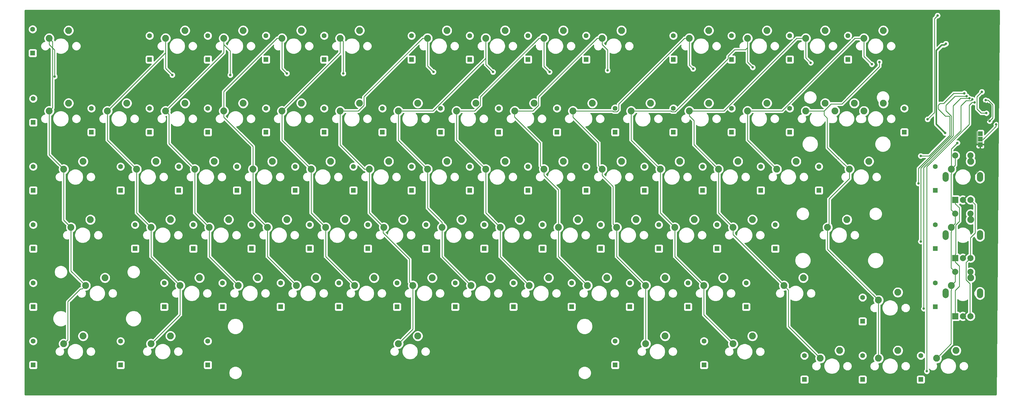
<source format=gtl>
G04 #@! TF.GenerationSoftware,KiCad,Pcbnew,(5.1.5)-3*
G04 #@! TF.CreationDate,2020-07-17T15:38:34-06:00*
G04 #@! TF.ProjectId,fernet,6665726e-6574-42e6-9b69-6361645f7063,rev?*
G04 #@! TF.SameCoordinates,Original*
G04 #@! TF.FileFunction,Copper,L1,Top*
G04 #@! TF.FilePolarity,Positive*
%FSLAX46Y46*%
G04 Gerber Fmt 4.6, Leading zero omitted, Abs format (unit mm)*
G04 Created by KiCad (PCBNEW (5.1.5)-3) date 2020-07-17 15:38:34*
%MOMM*%
%LPD*%
G04 APERTURE LIST*
%ADD10C,2.250000*%
%ADD11R,1.524000X1.524000*%
%ADD12R,2.000000X2.000000*%
%ADD13C,2.000000*%
%ADD14O,2.000000X3.200000*%
%ADD15R,1.600000X1.600000*%
%ADD16C,1.600000*%
%ADD17C,0.800000*%
%ADD18C,0.250000*%
%ADD19C,0.500000*%
%ADD20C,0.254000*%
G04 APERTURE END LIST*
D10*
X289250000Y-48260000D03*
X282900000Y-50800000D03*
D11*
X330500000Y-61778000D03*
X330500000Y-60000000D03*
X330500000Y-58222000D03*
D12*
X322300000Y-79887500D03*
D13*
X324800000Y-79887500D03*
X327300000Y-79887500D03*
D14*
X319200000Y-72387500D03*
X330400000Y-72387500D03*
D13*
X322300000Y-65387500D03*
X327300000Y-65387500D03*
D12*
X322300000Y-98937500D03*
D13*
X324800000Y-98937500D03*
X327300000Y-98937500D03*
D14*
X319200000Y-91437500D03*
X330400000Y-91437500D03*
D13*
X322300000Y-84437500D03*
X327300000Y-84437500D03*
D15*
X20320000Y-31840000D03*
D16*
X20320000Y-24040000D03*
D10*
X273390000Y-50797500D03*
X279740000Y-48257500D03*
X292440000Y-50810000D03*
X298790000Y-48270000D03*
D15*
X305650000Y-57750000D03*
D16*
X305650000Y-49950000D03*
D15*
X253862500Y-114887500D03*
D16*
X253862500Y-107087500D03*
D15*
X211000000Y-57737500D03*
D16*
X211000000Y-49937500D03*
D15*
X39550000Y-57737500D03*
D16*
X39550000Y-49937500D03*
D15*
X58600000Y-57737500D03*
D16*
X58600000Y-49937500D03*
D15*
X77650000Y-57737500D03*
D16*
X77650000Y-49937500D03*
D15*
X96700000Y-57737500D03*
D16*
X96700000Y-49937500D03*
D15*
X115750000Y-57737500D03*
D16*
X115750000Y-49937500D03*
D15*
X134800000Y-57737500D03*
D16*
X134800000Y-49937500D03*
D15*
X153850000Y-57737500D03*
D16*
X153850000Y-49937500D03*
D15*
X172900000Y-57737500D03*
D16*
X172900000Y-49937500D03*
D15*
X191950000Y-57737500D03*
D16*
X191950000Y-49937500D03*
D15*
X211000000Y-133937500D03*
D16*
X211000000Y-126137500D03*
D15*
X58600000Y-33925000D03*
D16*
X58600000Y-26125000D03*
D15*
X77650000Y-33925000D03*
D16*
X77650000Y-26125000D03*
D15*
X96700000Y-33925000D03*
D16*
X96700000Y-26125000D03*
D15*
X115750000Y-33925000D03*
D16*
X115750000Y-26125000D03*
D15*
X144325000Y-33925000D03*
D16*
X144325000Y-26125000D03*
D15*
X163375000Y-33925000D03*
D16*
X163375000Y-26125000D03*
D15*
X182425000Y-33925000D03*
D16*
X182425000Y-26125000D03*
D15*
X201475000Y-33925000D03*
D16*
X201475000Y-26125000D03*
D15*
X230050000Y-33925000D03*
D16*
X230050000Y-26125000D03*
D15*
X249100000Y-33925000D03*
D16*
X249100000Y-26125000D03*
D15*
X268150000Y-33925000D03*
D16*
X268150000Y-26125000D03*
D15*
X287200000Y-33925000D03*
D16*
X287200000Y-26125000D03*
D15*
X240050320Y-133955620D03*
D16*
X240050320Y-126155620D03*
D15*
X311012500Y-138700000D03*
D16*
X311012500Y-130900000D03*
D15*
X291962500Y-138700000D03*
D16*
X291962500Y-130900000D03*
D15*
X272912500Y-138700000D03*
D16*
X272912500Y-130900000D03*
D15*
X77650000Y-133937500D03*
D16*
X77650000Y-126137500D03*
D15*
X49075000Y-133937500D03*
D16*
X49075000Y-126137500D03*
D15*
X20500000Y-133937500D03*
D16*
X20500000Y-126137500D03*
D15*
X291962500Y-119650000D03*
D16*
X291962500Y-111850000D03*
D15*
X315775000Y-114887500D03*
D16*
X315775000Y-107087500D03*
D15*
X234812500Y-114887500D03*
D16*
X234812500Y-107087500D03*
D15*
X215762500Y-114887500D03*
D16*
X215762500Y-107087500D03*
D15*
X196712500Y-114887500D03*
D16*
X196712500Y-107087500D03*
D15*
X177662500Y-114887500D03*
D16*
X177662500Y-107087500D03*
D15*
X158612500Y-114887500D03*
D16*
X158612500Y-107087500D03*
D15*
X139562500Y-114887500D03*
D16*
X139562500Y-107087500D03*
D15*
X120512500Y-114887500D03*
D16*
X120512500Y-107087500D03*
D15*
X101462500Y-114887500D03*
D16*
X101462500Y-107087500D03*
D15*
X82412500Y-114887500D03*
D16*
X82412500Y-107087500D03*
D15*
X63362500Y-114887500D03*
D16*
X63362500Y-107087500D03*
D15*
X20500000Y-114887500D03*
D16*
X20500000Y-107087500D03*
D15*
X315775000Y-95837500D03*
D16*
X315775000Y-88037500D03*
D15*
X263387500Y-95837500D03*
D16*
X263387500Y-88037500D03*
D15*
X244337500Y-95837500D03*
D16*
X244337500Y-88037500D03*
D15*
X225287500Y-95837500D03*
D16*
X225287500Y-88037500D03*
D15*
X206237500Y-95837500D03*
D16*
X206237500Y-88037500D03*
D15*
X187187500Y-95837500D03*
D16*
X187187500Y-88037500D03*
D15*
X168137500Y-95837500D03*
D16*
X168137500Y-88037500D03*
D15*
X149087500Y-95837500D03*
D16*
X149087500Y-88037500D03*
D15*
X130037500Y-95837500D03*
D16*
X130037500Y-88037500D03*
D15*
X110987500Y-95837500D03*
D16*
X110987500Y-88037500D03*
D15*
X91937500Y-95837500D03*
D16*
X91937500Y-88037500D03*
D15*
X72887500Y-95837500D03*
D16*
X72887500Y-88037500D03*
D15*
X53837500Y-95837500D03*
D16*
X53837500Y-88037500D03*
D15*
X20500000Y-95837500D03*
D16*
X20500000Y-88037500D03*
D15*
X315775000Y-76787500D03*
D16*
X315775000Y-68987500D03*
D15*
X277675000Y-76787500D03*
D16*
X277675000Y-68987500D03*
D15*
X258625000Y-76787500D03*
D16*
X258625000Y-68987500D03*
D15*
X239575000Y-76787500D03*
D16*
X239575000Y-68987500D03*
D15*
X220525000Y-76787500D03*
D16*
X220525000Y-68987500D03*
D15*
X201475000Y-76787500D03*
D16*
X201475000Y-68987500D03*
D15*
X182425000Y-76787500D03*
D16*
X182425000Y-68987500D03*
D15*
X163375000Y-76787500D03*
D16*
X163375000Y-68987500D03*
D15*
X144325000Y-76787500D03*
D16*
X144325000Y-68987500D03*
D15*
X125275000Y-76787500D03*
D16*
X125275000Y-68987500D03*
D15*
X106225000Y-76787500D03*
D16*
X106225000Y-68987500D03*
D15*
X87175000Y-76787500D03*
D16*
X87175000Y-68987500D03*
D15*
X68125000Y-76787500D03*
D16*
X68125000Y-68987500D03*
D15*
X49075000Y-76787500D03*
D16*
X49075000Y-68987500D03*
D15*
X20500000Y-76787500D03*
D16*
X20500000Y-68987500D03*
D15*
X268150000Y-57737500D03*
D16*
X268150000Y-49937500D03*
D15*
X249100000Y-57737500D03*
D16*
X249100000Y-49937500D03*
D15*
X230050000Y-57737500D03*
D16*
X230050000Y-49937500D03*
D15*
X20500000Y-54540000D03*
D16*
X20500000Y-46740000D03*
D10*
X140015000Y-126997500D03*
X146365000Y-124457500D03*
X32858750Y-88897500D03*
X39208750Y-86357500D03*
X280508750Y-88897500D03*
X286858750Y-86357500D03*
X37621250Y-107947500D03*
X43971250Y-105407500D03*
X30477500Y-69847500D03*
X36827500Y-67307500D03*
X287652500Y-69847500D03*
X294002500Y-67307500D03*
X30477500Y-126997500D03*
X36827500Y-124457500D03*
X59052500Y-126997500D03*
X65402500Y-124457500D03*
X25715000Y-26985000D03*
X32065000Y-24445000D03*
X63815000Y-26985000D03*
X70165000Y-24445000D03*
X82865000Y-26985000D03*
X89215000Y-24445000D03*
X101915000Y-26985000D03*
X108265000Y-24445000D03*
X120965000Y-26985000D03*
X127315000Y-24445000D03*
X149540000Y-26985000D03*
X155890000Y-24445000D03*
X168590000Y-26985000D03*
X174940000Y-24445000D03*
X187640000Y-26985000D03*
X193990000Y-24445000D03*
X206690000Y-26985000D03*
X213040000Y-24445000D03*
X235265000Y-26985000D03*
X241615000Y-24445000D03*
X254315000Y-26985000D03*
X260665000Y-24445000D03*
X273365000Y-26985000D03*
X279715000Y-24445000D03*
X292415000Y-26985000D03*
X298765000Y-24445000D03*
X25715000Y-50797500D03*
X32065000Y-48257500D03*
X44765000Y-50797500D03*
X51115000Y-48257500D03*
X63815000Y-50797500D03*
X70165000Y-48257500D03*
X82865000Y-50797500D03*
X89215000Y-48257500D03*
X101915000Y-50797500D03*
X108265000Y-48257500D03*
X120965000Y-50797500D03*
X127315000Y-48257500D03*
X140015000Y-50797500D03*
X146365000Y-48257500D03*
X159065000Y-50797500D03*
X165415000Y-48257500D03*
X178115000Y-50797500D03*
X184465000Y-48257500D03*
X197165000Y-50797500D03*
X203515000Y-48257500D03*
X216215000Y-50797500D03*
X222565000Y-48257500D03*
X235265000Y-50797500D03*
X241615000Y-48257500D03*
X254315000Y-50797500D03*
X260665000Y-48257500D03*
X54290000Y-69847500D03*
X60640000Y-67307500D03*
X73340000Y-69847500D03*
X79690000Y-67307500D03*
X92390000Y-69847500D03*
X98740000Y-67307500D03*
X111440000Y-69847500D03*
X117790000Y-67307500D03*
X130490000Y-69847500D03*
X136840000Y-67307500D03*
X149540000Y-69847500D03*
X155890000Y-67307500D03*
X168590000Y-69847500D03*
X174940000Y-67307500D03*
X187640000Y-69847500D03*
X193990000Y-67307500D03*
X206690000Y-69847500D03*
X213040000Y-67307500D03*
X225740000Y-69847500D03*
X232090000Y-67307500D03*
X244790000Y-69847500D03*
X251140000Y-67307500D03*
X263840000Y-69847500D03*
X270190000Y-67307500D03*
X320990000Y-69847500D03*
X327340000Y-67307500D03*
X59052500Y-88897500D03*
X65402500Y-86357500D03*
X78102500Y-88897500D03*
X84452500Y-86357500D03*
X97152500Y-88897500D03*
X103502500Y-86357500D03*
X116202500Y-88897500D03*
X122552500Y-86357500D03*
X135252500Y-88897500D03*
X141602500Y-86357500D03*
X154302500Y-88897500D03*
X160652500Y-86357500D03*
X173352500Y-88897500D03*
X179702500Y-86357500D03*
X192402500Y-88897500D03*
X198752500Y-86357500D03*
X211452500Y-88897500D03*
X217802500Y-86357500D03*
X230502500Y-88897500D03*
X236852500Y-86357500D03*
X249552500Y-88897500D03*
X255902500Y-86357500D03*
X320990000Y-88897500D03*
X327340000Y-86357500D03*
X68577500Y-107947500D03*
X74927500Y-105407500D03*
X87627500Y-107947500D03*
X93977500Y-105407500D03*
X106677500Y-107947500D03*
X113027500Y-105407500D03*
X125727500Y-107947500D03*
X132077500Y-105407500D03*
X144777500Y-107947500D03*
X151127500Y-105407500D03*
X163827500Y-107947500D03*
X170177500Y-105407500D03*
X182877500Y-107947500D03*
X189227500Y-105407500D03*
X201927500Y-107947500D03*
X208277500Y-105407500D03*
X220977500Y-107947500D03*
X227327500Y-105407500D03*
X240027500Y-107947500D03*
X246377500Y-105407500D03*
X320990000Y-107947500D03*
X327340000Y-105407500D03*
X297177500Y-112710000D03*
X303527500Y-110170000D03*
X278127500Y-131760000D03*
X284477500Y-129220000D03*
X297177500Y-131760000D03*
X303527500Y-129220000D03*
X316227500Y-131760000D03*
X322577500Y-129220000D03*
D13*
X327300000Y-103487500D03*
X322300000Y-103487500D03*
D14*
X330400000Y-110487500D03*
X319200000Y-110487500D03*
D13*
X327300000Y-117987500D03*
X324800000Y-117987500D03*
D12*
X322300000Y-117987500D03*
D10*
X220977500Y-126997500D03*
X227327500Y-124457500D03*
X272571250Y-105407500D03*
X266221250Y-107947500D03*
X255897380Y-124485400D03*
X249547380Y-127025400D03*
D17*
X326750000Y-33000000D03*
X319000000Y-58000000D03*
X319250000Y-28750000D03*
X325275000Y-45000000D03*
X311000000Y-65500000D03*
X328653699Y-48000000D03*
X313000000Y-136000000D03*
X327928699Y-47000000D03*
X312000000Y-115500000D03*
X326000000Y-45949999D03*
X310275000Y-74500000D03*
X326925461Y-46674999D03*
X311000000Y-93500000D03*
X335718041Y-55218041D03*
X332500000Y-51500000D03*
X331000000Y-44500000D03*
X333556499Y-54081805D03*
X332250000Y-47250000D03*
X297500000Y-34775000D03*
X27500000Y-39500000D03*
X66000000Y-39000000D03*
X85000000Y-39000000D03*
X236500000Y-37000000D03*
X256000000Y-36500000D03*
X275000000Y-35000000D03*
X295000000Y-35500000D03*
X103500000Y-38500000D03*
X208500000Y-37500000D03*
X189500000Y-38000000D03*
X171000000Y-38000000D03*
X151500000Y-38000000D03*
X122000000Y-38500000D03*
X323000000Y-61250000D03*
X313250000Y-53500000D03*
X316500000Y-19539999D03*
D18*
X329412999Y-61702999D02*
X329488000Y-61778000D01*
X329488000Y-61778000D02*
X330500000Y-61778000D01*
X329412999Y-57199999D02*
X329412999Y-61702999D01*
X334092701Y-52520297D02*
X329412999Y-57199999D01*
X333468025Y-48328699D02*
X334092701Y-48953375D01*
X332314775Y-48328699D02*
X333468025Y-48328699D01*
X334092701Y-48953375D02*
X334092701Y-52520297D01*
X331918699Y-47932623D02*
X332314775Y-48328699D01*
X330500000Y-62790000D02*
X330500000Y-61778000D01*
X330500000Y-69813653D02*
X330500000Y-62790000D01*
X328679999Y-71633654D02*
X330500000Y-69813653D01*
X328679999Y-76007501D02*
X328679999Y-71633654D01*
X324800000Y-79887500D02*
X328679999Y-76007501D01*
X331512000Y-61778000D02*
X336443042Y-56846958D01*
X336443042Y-56846958D02*
X336443042Y-42370040D01*
X330500000Y-61778000D02*
X331512000Y-61778000D01*
X336443042Y-42370040D02*
X327073002Y-33000000D01*
X327073002Y-33000000D02*
X326750000Y-33000000D01*
D19*
X317880000Y-29210000D02*
X316103689Y-30986311D01*
X316103689Y-55103689D02*
X319000000Y-58000000D01*
X316103689Y-30986311D02*
X316103689Y-55103689D01*
X317880000Y-29210000D02*
X318790000Y-29210000D01*
X318790000Y-29210000D02*
X319250000Y-28750000D01*
D18*
X319072074Y-52500000D02*
X320363590Y-52500000D01*
X316678699Y-50106625D02*
X319072074Y-52500000D01*
X321785324Y-45000000D02*
X318456625Y-48328699D01*
X317303375Y-48328699D02*
X316678699Y-48953375D01*
X325275000Y-45000000D02*
X321785324Y-45000000D01*
X316678699Y-48953375D02*
X316678699Y-50106625D01*
X318456625Y-48328699D02*
X317303375Y-48328699D01*
X320500000Y-52636410D02*
X320500000Y-58727180D01*
X320363590Y-52500000D02*
X320500000Y-52636410D01*
X320500000Y-58727180D02*
X313727180Y-65500000D01*
X313727180Y-65500000D02*
X311000000Y-65500000D01*
X326838699Y-48953375D02*
X326838699Y-55161301D01*
X328653699Y-48000000D02*
X327792074Y-48000000D01*
X327792074Y-48000000D02*
X326838699Y-48953375D01*
X326838699Y-55161301D02*
X313000000Y-69000000D01*
X313000000Y-69000000D02*
X313000000Y-136000000D01*
X324161301Y-49090773D02*
X324161301Y-57202289D01*
X325852075Y-47399999D02*
X324161301Y-49090773D01*
X327928699Y-47000000D02*
X327528700Y-47399999D01*
X327528700Y-47399999D02*
X325852075Y-47399999D01*
X324161301Y-57202289D02*
X312000000Y-69363590D01*
X312000000Y-69363590D02*
X312000000Y-115500000D01*
X319218699Y-48953375D02*
X319218699Y-50718699D01*
X326000000Y-45949999D02*
X322222075Y-45949999D01*
X322222075Y-45949999D02*
X319218699Y-48953375D01*
X321000000Y-52500000D02*
X321000000Y-58863590D01*
X319218699Y-50718699D02*
X321000000Y-52500000D01*
X321000000Y-58863590D02*
X310275000Y-69588590D01*
X310275000Y-69588590D02*
X310275000Y-74500000D01*
X326925461Y-46674999D02*
X324037075Y-46674999D01*
X321621301Y-49090773D02*
X321621301Y-58878699D01*
X324037075Y-46674999D02*
X321621301Y-49090773D01*
X321621301Y-58878699D02*
X311000000Y-69500000D01*
X311000000Y-69500000D02*
X311000000Y-93500000D01*
X327300000Y-86317500D02*
X327340000Y-86357500D01*
X327300000Y-84437500D02*
X327300000Y-86317500D01*
X327300000Y-67267500D02*
X327340000Y-67307500D01*
X327300000Y-65387500D02*
X327300000Y-67267500D01*
X335718041Y-55793959D02*
X335718041Y-55218041D01*
X330500000Y-60000000D02*
X331512000Y-60000000D01*
X331512000Y-60000000D02*
X335718041Y-55793959D01*
X329378699Y-46121301D02*
X331000000Y-44500000D01*
X329378699Y-50106625D02*
X329378699Y-46121301D01*
X332500000Y-51500000D02*
X330772074Y-51500000D01*
X330772074Y-51500000D02*
X329378699Y-50106625D01*
X333556499Y-54081805D02*
X334542711Y-53095593D01*
X322300000Y-81137500D02*
X322300000Y-79887500D01*
X323625001Y-82462501D02*
X322300000Y-81137500D01*
X323625001Y-86898909D02*
X323625001Y-82462501D01*
X322440001Y-97547499D02*
X322440001Y-88083909D01*
X322300000Y-97687500D02*
X322440001Y-97547499D01*
X322440001Y-88083909D02*
X323625001Y-86898909D01*
X322300000Y-98937500D02*
X322300000Y-97687500D01*
X322300000Y-109555526D02*
X322300000Y-116737500D01*
X323686927Y-108168599D02*
X322300000Y-109555526D01*
X323686927Y-101574427D02*
X323686927Y-108168599D01*
X322300000Y-116737500D02*
X322300000Y-117987500D01*
X322300000Y-100187500D02*
X323686927Y-101574427D01*
X322300000Y-98937500D02*
X322300000Y-100187500D01*
X334542711Y-53095593D02*
X334542710Y-48766974D01*
X333025736Y-47250000D02*
X332250000Y-47250000D01*
X334542710Y-48766974D02*
X333025736Y-47250000D01*
X327300000Y-92241498D02*
X327300000Y-97523287D01*
X327300000Y-97523287D02*
X327300000Y-98937500D01*
X328790001Y-90751497D02*
X327300000Y-92241498D01*
X328790001Y-81377501D02*
X328790001Y-90751497D01*
X327300000Y-79887500D02*
X328790001Y-81377501D01*
X326300001Y-99937499D02*
X327300000Y-98937500D01*
X325889999Y-100347501D02*
X326300001Y-99937499D01*
X325889999Y-106103501D02*
X325889999Y-100347501D01*
X327118901Y-107332403D02*
X325889999Y-106103501D01*
X327118901Y-117806401D02*
X327118901Y-107332403D01*
X327300000Y-117987500D02*
X327118901Y-117806401D01*
X280958759Y-79587243D02*
X280958759Y-88897500D01*
X287652500Y-69847500D02*
X287652500Y-72893502D01*
X287652500Y-72893502D02*
X280958759Y-79587243D01*
X297177500Y-112710000D02*
X297177500Y-131760000D01*
X280508750Y-96041250D02*
X280508750Y-88897500D01*
X297177500Y-112710000D02*
X280508750Y-96041250D01*
X297500000Y-36187500D02*
X285250000Y-48500000D01*
X297500000Y-34775000D02*
X297500000Y-36187500D01*
X274980990Y-50797500D02*
X273390000Y-50797500D01*
X279346002Y-50797500D02*
X274980990Y-50797500D01*
X281643502Y-48500000D02*
X279346002Y-50797500D01*
X285250000Y-48500000D02*
X281643502Y-48500000D01*
X280429999Y-53129999D02*
X280429999Y-62729999D01*
X279346002Y-50797500D02*
X279346002Y-52046002D01*
X279346002Y-52046002D02*
X280429999Y-53129999D01*
X284050000Y-66350000D02*
X284014999Y-66209999D01*
X280429999Y-62729999D02*
X284050000Y-66350000D01*
X287652500Y-69847500D02*
X284050000Y-66350000D01*
X26839999Y-49672501D02*
X25715000Y-50797500D01*
X26839999Y-28109999D02*
X26839999Y-49672501D01*
X25715000Y-26985000D02*
X26839999Y-28109999D01*
X25715000Y-65085000D02*
X30477500Y-69847500D01*
X25715000Y-50797500D02*
X25715000Y-65085000D01*
X30477500Y-86516250D02*
X32858750Y-88897500D01*
X30477500Y-69847500D02*
X30477500Y-86516250D01*
X32858750Y-103185000D02*
X37621250Y-107947500D01*
X32858750Y-88897500D02*
X32858750Y-103185000D01*
X31843901Y-125631099D02*
X31602499Y-125872501D01*
X31843901Y-113218847D02*
X31843901Y-125631099D01*
X35990249Y-109072499D02*
X31843901Y-113218847D01*
X36496251Y-109072499D02*
X35990249Y-109072499D01*
X31602499Y-125872501D02*
X30477500Y-126997500D01*
X37621250Y-107947500D02*
X36496251Y-109072499D01*
X26839999Y-30271973D02*
X26839999Y-28109999D01*
X25715000Y-28575990D02*
X25715000Y-26985000D01*
X25715000Y-29039999D02*
X25715000Y-28575990D01*
X27500000Y-30824999D02*
X25715000Y-29039999D01*
X27500000Y-39500000D02*
X27500000Y-30824999D01*
X68577500Y-117472500D02*
X68577500Y-107947500D01*
X59052500Y-126997500D02*
X68577500Y-117472500D01*
X59052500Y-98422500D02*
X59052500Y-88897500D01*
X68577500Y-107947500D02*
X59052500Y-98422500D01*
X54290000Y-84135000D02*
X54290000Y-69847500D01*
X59052500Y-88897500D02*
X54290000Y-84135000D01*
X44765000Y-60322500D02*
X44765000Y-50797500D01*
X54290000Y-69847500D02*
X44765000Y-60322500D01*
X63815000Y-31747500D02*
X63815000Y-26985000D01*
X44765000Y-50797500D02*
X63815000Y-31747500D01*
X63815000Y-26985000D02*
X63815000Y-30895002D01*
X63815000Y-36815000D02*
X63815000Y-26985000D01*
X66000000Y-39000000D02*
X63815000Y-36815000D01*
X82865000Y-31747500D02*
X63815000Y-50797500D01*
X82865000Y-26985000D02*
X82865000Y-31747500D01*
X64939999Y-61447499D02*
X72215001Y-68722501D01*
X64939999Y-51922499D02*
X64939999Y-61447499D01*
X72215001Y-68722501D02*
X73340000Y-69847500D01*
X63815000Y-50797500D02*
X64939999Y-51922499D01*
X73340000Y-84135000D02*
X78102500Y-88897500D01*
X73340000Y-69847500D02*
X73340000Y-84135000D01*
X78102500Y-98422500D02*
X87627500Y-107947500D01*
X78102500Y-88897500D02*
X78102500Y-98422500D01*
X83000000Y-27120000D02*
X82865000Y-26985000D01*
X82865000Y-29018998D02*
X82865000Y-28575990D01*
X85000000Y-31153998D02*
X82865000Y-29018998D01*
X82865000Y-28575990D02*
X82865000Y-26985000D01*
X85000000Y-39000000D02*
X85000000Y-31153998D01*
X233674010Y-26985000D02*
X235265000Y-26985000D01*
X212125001Y-48534009D02*
X233674010Y-26985000D01*
X212125001Y-50477501D02*
X212125001Y-48534009D01*
X211540001Y-51062501D02*
X212125001Y-50477501D01*
X210459999Y-51062501D02*
X211540001Y-51062501D01*
X210194998Y-50797500D02*
X210459999Y-51062501D01*
X197165000Y-50797500D02*
X210194998Y-50797500D01*
X197165000Y-52388490D02*
X197165000Y-50797500D01*
X197165000Y-52831498D02*
X197165000Y-52388490D01*
X205565001Y-61231499D02*
X197165000Y-52831498D01*
X205565001Y-68722501D02*
X205565001Y-61231499D01*
X206690000Y-69847500D02*
X205565001Y-68722501D01*
X206690000Y-71438490D02*
X206690000Y-69847500D01*
X206690000Y-71881498D02*
X206690000Y-71438490D01*
X210327501Y-75518999D02*
X206690000Y-71881498D01*
X210327501Y-87772501D02*
X210327501Y-75518999D01*
X211452500Y-88897500D02*
X210327501Y-87772501D01*
X211452500Y-98422500D02*
X211452500Y-88897500D01*
X220977500Y-107947500D02*
X211452500Y-98422500D01*
X220977500Y-126997500D02*
X220977500Y-107947500D01*
X235265000Y-35765000D02*
X235265000Y-26985000D01*
X236500000Y-37000000D02*
X235265000Y-35765000D01*
X254315000Y-30031002D02*
X254315000Y-28575990D01*
X253621001Y-30725001D02*
X254315000Y-30031002D01*
X254315000Y-28575990D02*
X254315000Y-26985000D01*
X250114997Y-30725001D02*
X253621001Y-30725001D01*
X247974999Y-32864999D02*
X250114997Y-30725001D01*
X247974999Y-33677503D02*
X247974999Y-32864999D01*
X230590001Y-51062501D02*
X247974999Y-33677503D01*
X229509999Y-51062501D02*
X230590001Y-51062501D01*
X229244998Y-50797500D02*
X229509999Y-51062501D01*
X216215000Y-50797500D02*
X229244998Y-50797500D01*
X240027500Y-117505520D02*
X240027500Y-107947500D01*
X249547380Y-127025400D02*
X240027500Y-117505520D01*
X230502500Y-98422500D02*
X230502500Y-88897500D01*
X240027500Y-107947500D02*
X230502500Y-98422500D01*
X225740000Y-84135000D02*
X225740000Y-69847500D01*
X230502500Y-88897500D02*
X225740000Y-84135000D01*
X216215000Y-60322500D02*
X216215000Y-50797500D01*
X225740000Y-69847500D02*
X216215000Y-60322500D01*
X254315000Y-34815000D02*
X254315000Y-26985000D01*
X256000000Y-36500000D02*
X254315000Y-34815000D01*
X271774010Y-26985000D02*
X273365000Y-26985000D01*
X246574998Y-50797500D02*
X270387498Y-26985000D01*
X270387498Y-26985000D02*
X271774010Y-26985000D01*
X235265000Y-50797500D02*
X246574998Y-50797500D01*
X243665001Y-68722501D02*
X244790000Y-69847500D01*
X236756099Y-61813599D02*
X243665001Y-68722501D01*
X236756099Y-53879589D02*
X236756099Y-61813599D01*
X235265000Y-52388490D02*
X236756099Y-53879589D01*
X235265000Y-50797500D02*
X235265000Y-52388490D01*
X244790000Y-84135000D02*
X249552500Y-88897500D01*
X244790000Y-69847500D02*
X244790000Y-84135000D01*
X249552500Y-91278750D02*
X266221250Y-107947500D01*
X249552500Y-88897500D02*
X249552500Y-91278750D01*
X267712349Y-121344849D02*
X277002501Y-130635001D01*
X277002501Y-130635001D02*
X278127500Y-131760000D01*
X267712349Y-109438599D02*
X267712349Y-121344849D01*
X266221250Y-107947500D02*
X267712349Y-109438599D01*
X273365000Y-33365000D02*
X273365000Y-26985000D01*
X275000000Y-35000000D02*
X273365000Y-33365000D01*
X290824010Y-26985000D02*
X292415000Y-26985000D01*
X289437498Y-26985000D02*
X290824010Y-26985000D01*
X265624998Y-50797500D02*
X289437498Y-26985000D01*
X254315000Y-50797500D02*
X265624998Y-50797500D01*
X254315000Y-60322500D02*
X254315000Y-50797500D01*
X263840000Y-69847500D02*
X254315000Y-60322500D01*
X292415000Y-32915000D02*
X292415000Y-26985000D01*
X295000000Y-35500000D02*
X292415000Y-32915000D01*
X97152500Y-98422500D02*
X97152500Y-88897500D01*
X106677500Y-107947500D02*
X97152500Y-98422500D01*
X92390000Y-84135000D02*
X92390000Y-69847500D01*
X97152500Y-88897500D02*
X92390000Y-84135000D01*
X82865000Y-52388490D02*
X82865000Y-50797500D01*
X82865000Y-52831498D02*
X82865000Y-52388490D01*
X92390000Y-62356498D02*
X82865000Y-52831498D01*
X92390000Y-69847500D02*
X92390000Y-62356498D01*
X100324010Y-26985000D02*
X101915000Y-26985000D01*
X82865000Y-44444010D02*
X100324010Y-26985000D01*
X82865000Y-50797500D02*
X82865000Y-44444010D01*
X101915000Y-36915000D02*
X101915000Y-26985000D01*
X103500000Y-38500000D02*
X101915000Y-36915000D01*
X205099010Y-26985000D02*
X206690000Y-26985000D01*
X185915001Y-46169009D02*
X205099010Y-26985000D01*
X185915001Y-48953501D02*
X185915001Y-46169009D01*
X184071002Y-50797500D02*
X185915001Y-48953501D01*
X178115000Y-50797500D02*
X184071002Y-50797500D01*
X192402500Y-98422500D02*
X192402500Y-88897500D01*
X201927500Y-107947500D02*
X192402500Y-98422500D01*
X187640000Y-71881498D02*
X187640000Y-71438490D01*
X192402500Y-76643998D02*
X187640000Y-71881498D01*
X187640000Y-71438490D02*
X187640000Y-69847500D01*
X192402500Y-88897500D02*
X192402500Y-76643998D01*
X178000000Y-50912500D02*
X178115000Y-50797500D01*
X178000000Y-52716498D02*
X178000000Y-50912500D01*
X186515001Y-61231499D02*
X178000000Y-52716498D01*
X187640000Y-69847500D02*
X186515001Y-68722501D01*
X186515001Y-68722501D02*
X186515001Y-61231499D01*
X206690000Y-28575990D02*
X206690000Y-26985000D01*
X208500000Y-30828998D02*
X206690000Y-29018998D01*
X206690000Y-29018998D02*
X206690000Y-28575990D01*
X208500000Y-37500000D02*
X208500000Y-30828998D01*
X166865001Y-46169009D02*
X186049010Y-26985000D01*
X166865001Y-48953501D02*
X166865001Y-46169009D01*
X165021002Y-50797500D02*
X166865001Y-48953501D01*
X186049010Y-26985000D02*
X187640000Y-26985000D01*
X159065000Y-50797500D02*
X165021002Y-50797500D01*
X173352500Y-98422500D02*
X173352500Y-88897500D01*
X182877500Y-107947500D02*
X173352500Y-98422500D01*
X168590000Y-84135000D02*
X168590000Y-69847500D01*
X173352500Y-88897500D02*
X168590000Y-84135000D01*
X159065000Y-60322500D02*
X159065000Y-50797500D01*
X168590000Y-69847500D02*
X159065000Y-60322500D01*
X187640000Y-36140000D02*
X187640000Y-26985000D01*
X189500000Y-38000000D02*
X187640000Y-36140000D01*
X168590000Y-28575990D02*
X168590000Y-26985000D01*
X168590000Y-33532498D02*
X168590000Y-28575990D01*
X151324998Y-50797500D02*
X168590000Y-33532498D01*
X140015000Y-50797500D02*
X151324998Y-50797500D01*
X154302500Y-98422500D02*
X154302500Y-88897500D01*
X163827500Y-107947500D02*
X154302500Y-98422500D01*
X149540000Y-71438490D02*
X149540000Y-69847500D01*
X149540000Y-82544010D02*
X149540000Y-71438490D01*
X154302500Y-87306510D02*
X149540000Y-82544010D01*
X154302500Y-88897500D02*
X154302500Y-87306510D01*
X140015000Y-60322500D02*
X140015000Y-50797500D01*
X149540000Y-69847500D02*
X140015000Y-60322500D01*
X168590000Y-35590000D02*
X168590000Y-26985000D01*
X171000000Y-38000000D02*
X168590000Y-35590000D01*
X147949010Y-26985000D02*
X149540000Y-26985000D01*
X128765001Y-46169009D02*
X147949010Y-26985000D01*
X128765001Y-48953501D02*
X128765001Y-46169009D01*
X126921002Y-50797500D02*
X128765001Y-48953501D01*
X120965000Y-50797500D02*
X126921002Y-50797500D01*
X144777500Y-122235000D02*
X144777500Y-107947500D01*
X140015000Y-126997500D02*
X144777500Y-122235000D01*
X135000000Y-89150000D02*
X135252500Y-88897500D01*
X143652501Y-99331499D02*
X135000000Y-90678998D01*
X135000000Y-90678998D02*
X135000000Y-89150000D01*
X144777500Y-107947500D02*
X143652501Y-106822501D01*
X143652501Y-106822501D02*
X143652501Y-99331499D01*
X130490000Y-84135000D02*
X130490000Y-69847500D01*
X135252500Y-88897500D02*
X130490000Y-84135000D01*
X120965000Y-61913490D02*
X120965000Y-52388490D01*
X128899010Y-69847500D02*
X120965000Y-61913490D01*
X120965000Y-52388490D02*
X120965000Y-50797500D01*
X130490000Y-69847500D02*
X128899010Y-69847500D01*
X149540000Y-36040000D02*
X149540000Y-26985000D01*
X151500000Y-38000000D02*
X149540000Y-36040000D01*
X101915000Y-50797500D02*
X120965000Y-31747500D01*
X116202500Y-98422500D02*
X116202500Y-88897500D01*
X125727500Y-107947500D02*
X116202500Y-98422500D01*
X120965000Y-31747500D02*
X121000000Y-28000000D01*
X121000000Y-28000000D02*
X120965000Y-26985000D01*
X122000000Y-28020000D02*
X120965000Y-26985000D01*
X122000000Y-38500000D02*
X122000000Y-28020000D01*
X101915000Y-60322500D02*
X111440000Y-69847500D01*
X101915000Y-50797500D02*
X101915000Y-60322500D01*
X111440000Y-84135000D02*
X116202500Y-88897500D01*
X111440000Y-69847500D02*
X111440000Y-84135000D01*
X322300000Y-106637500D02*
X320990000Y-107947500D01*
X322300000Y-103487500D02*
X322300000Y-106637500D01*
X320974999Y-127012501D02*
X317352499Y-130635001D01*
X317352499Y-130635001D02*
X316227500Y-131760000D01*
X320974999Y-109553491D02*
X320974999Y-127012501D01*
X320990000Y-109538490D02*
X320974999Y-109553491D01*
X320990000Y-107947500D02*
X320990000Y-109538490D01*
X320990000Y-69847500D02*
X320990000Y-63260000D01*
X320990000Y-63260000D02*
X323000000Y-61250000D01*
X313250000Y-53500000D02*
X315500000Y-51250000D01*
X315500000Y-51250000D02*
X315500000Y-20539999D01*
X315500000Y-20539999D02*
X316500000Y-19539999D01*
X322300000Y-68537500D02*
X320990000Y-69847500D01*
X322300000Y-65387500D02*
X322300000Y-68537500D01*
X322300000Y-87587500D02*
X320990000Y-88897500D01*
X322300000Y-84437500D02*
X322300000Y-87587500D01*
X320974999Y-90503491D02*
X320990000Y-90488490D01*
X320990000Y-90488490D02*
X320990000Y-88897500D01*
X320974999Y-102162499D02*
X320974999Y-90503491D01*
X322300000Y-103487500D02*
X320974999Y-102162499D01*
X320990000Y-71438490D02*
X320990000Y-69847500D01*
X320974999Y-71453491D02*
X320990000Y-71438490D01*
X320974999Y-83112499D02*
X320974999Y-71453491D01*
X322300000Y-84437500D02*
X320974999Y-83112499D01*
D20*
G36*
X336550787Y-17743504D02*
G01*
X336599640Y-17758254D01*
X336644699Y-17782212D01*
X336684245Y-17814466D01*
X336716774Y-17853786D01*
X336741043Y-17898670D01*
X336756135Y-17947427D01*
X336764743Y-18029320D01*
X336474058Y-54510347D01*
X336377815Y-54414104D01*
X336208297Y-54300836D01*
X336019939Y-54222815D01*
X335819980Y-54183041D01*
X335616102Y-54183041D01*
X335416143Y-54222815D01*
X335227785Y-54300836D01*
X335058267Y-54414104D01*
X334914104Y-54558267D01*
X334800836Y-54727785D01*
X334722815Y-54916143D01*
X334683041Y-55116102D01*
X334683041Y-55319980D01*
X334722815Y-55519939D01*
X334779767Y-55657431D01*
X331900072Y-58537127D01*
X331900072Y-57460000D01*
X331887812Y-57335518D01*
X331851502Y-57215820D01*
X331792537Y-57105506D01*
X331713185Y-57008815D01*
X331616494Y-56929463D01*
X331506180Y-56870498D01*
X331386482Y-56834188D01*
X331262000Y-56821928D01*
X329738000Y-56821928D01*
X329613518Y-56834188D01*
X329493820Y-56870498D01*
X329383506Y-56929463D01*
X329286815Y-57008815D01*
X329207463Y-57105506D01*
X329148498Y-57215820D01*
X329112188Y-57335518D01*
X329099928Y-57460000D01*
X329099928Y-58984000D01*
X329112188Y-59108482D01*
X329112952Y-59111000D01*
X329112188Y-59113518D01*
X329099928Y-59238000D01*
X329099928Y-60762000D01*
X329112188Y-60886482D01*
X329112952Y-60889000D01*
X329112188Y-60891518D01*
X329099928Y-61016000D01*
X329103000Y-61492250D01*
X329261750Y-61651000D01*
X330373000Y-61651000D01*
X330373000Y-61631000D01*
X330627000Y-61631000D01*
X330627000Y-61651000D01*
X331738250Y-61651000D01*
X331897000Y-61492250D01*
X331900072Y-61016000D01*
X331887812Y-60891518D01*
X331887048Y-60889000D01*
X331887812Y-60886482D01*
X331900072Y-60762000D01*
X331900072Y-60654326D01*
X331936276Y-60634974D01*
X332052001Y-60540001D01*
X332075804Y-60510997D01*
X336229045Y-56357757D01*
X336258042Y-56333960D01*
X336353015Y-56218235D01*
X336423587Y-56086206D01*
X336462524Y-55957846D01*
X335765287Y-143461129D01*
X335756496Y-143550786D01*
X335741746Y-143599640D01*
X335717788Y-143644699D01*
X335685534Y-143684246D01*
X335646215Y-143716773D01*
X335601329Y-143741043D01*
X335552573Y-143756135D01*
X335468235Y-143765000D01*
X18035947Y-143765000D01*
X17949214Y-143756496D01*
X17900360Y-143741746D01*
X17855301Y-143717788D01*
X17815754Y-143685534D01*
X17783227Y-143646215D01*
X17758957Y-143601329D01*
X17743865Y-143552573D01*
X17735000Y-143468235D01*
X17735000Y-136309857D01*
X84516000Y-136309857D01*
X84516000Y-136735143D01*
X84598970Y-137152257D01*
X84761719Y-137545170D01*
X84997996Y-137898782D01*
X85298718Y-138199504D01*
X85652330Y-138435781D01*
X86045243Y-138598530D01*
X86462357Y-138681500D01*
X86887643Y-138681500D01*
X87304757Y-138598530D01*
X87697670Y-138435781D01*
X88051282Y-138199504D01*
X88352004Y-137898782D01*
X88588281Y-137545170D01*
X88751030Y-137152257D01*
X88834000Y-136735143D01*
X88834000Y-136309857D01*
X198816000Y-136309857D01*
X198816000Y-136735143D01*
X198898970Y-137152257D01*
X199061719Y-137545170D01*
X199297996Y-137898782D01*
X199598718Y-138199504D01*
X199952330Y-138435781D01*
X200345243Y-138598530D01*
X200762357Y-138681500D01*
X201187643Y-138681500D01*
X201604757Y-138598530D01*
X201997670Y-138435781D01*
X202351282Y-138199504D01*
X202650786Y-137900000D01*
X271474428Y-137900000D01*
X271474428Y-139500000D01*
X271486688Y-139624482D01*
X271522998Y-139744180D01*
X271581963Y-139854494D01*
X271661315Y-139951185D01*
X271758006Y-140030537D01*
X271868320Y-140089502D01*
X271988018Y-140125812D01*
X272112500Y-140138072D01*
X273712500Y-140138072D01*
X273836982Y-140125812D01*
X273956680Y-140089502D01*
X274066994Y-140030537D01*
X274163685Y-139951185D01*
X274243037Y-139854494D01*
X274302002Y-139744180D01*
X274338312Y-139624482D01*
X274350572Y-139500000D01*
X274350572Y-137900000D01*
X290524428Y-137900000D01*
X290524428Y-139500000D01*
X290536688Y-139624482D01*
X290572998Y-139744180D01*
X290631963Y-139854494D01*
X290711315Y-139951185D01*
X290808006Y-140030537D01*
X290918320Y-140089502D01*
X291038018Y-140125812D01*
X291162500Y-140138072D01*
X292762500Y-140138072D01*
X292886982Y-140125812D01*
X293006680Y-140089502D01*
X293116994Y-140030537D01*
X293213685Y-139951185D01*
X293293037Y-139854494D01*
X293352002Y-139744180D01*
X293388312Y-139624482D01*
X293400572Y-139500000D01*
X293400572Y-137900000D01*
X309574428Y-137900000D01*
X309574428Y-139500000D01*
X309586688Y-139624482D01*
X309622998Y-139744180D01*
X309681963Y-139854494D01*
X309761315Y-139951185D01*
X309858006Y-140030537D01*
X309968320Y-140089502D01*
X310088018Y-140125812D01*
X310212500Y-140138072D01*
X311812500Y-140138072D01*
X311936982Y-140125812D01*
X312056680Y-140089502D01*
X312166994Y-140030537D01*
X312263685Y-139951185D01*
X312343037Y-139854494D01*
X312402002Y-139744180D01*
X312438312Y-139624482D01*
X312450572Y-139500000D01*
X312450572Y-137900000D01*
X312438312Y-137775518D01*
X312402002Y-137655820D01*
X312343037Y-137545506D01*
X312263685Y-137448815D01*
X312166994Y-137369463D01*
X312056680Y-137310498D01*
X311936982Y-137274188D01*
X311812500Y-137261928D01*
X310212500Y-137261928D01*
X310088018Y-137274188D01*
X309968320Y-137310498D01*
X309858006Y-137369463D01*
X309761315Y-137448815D01*
X309681963Y-137545506D01*
X309622998Y-137655820D01*
X309586688Y-137775518D01*
X309574428Y-137900000D01*
X293400572Y-137900000D01*
X293388312Y-137775518D01*
X293352002Y-137655820D01*
X293293037Y-137545506D01*
X293213685Y-137448815D01*
X293116994Y-137369463D01*
X293006680Y-137310498D01*
X292886982Y-137274188D01*
X292762500Y-137261928D01*
X291162500Y-137261928D01*
X291038018Y-137274188D01*
X290918320Y-137310498D01*
X290808006Y-137369463D01*
X290711315Y-137448815D01*
X290631963Y-137545506D01*
X290572998Y-137655820D01*
X290536688Y-137775518D01*
X290524428Y-137900000D01*
X274350572Y-137900000D01*
X274338312Y-137775518D01*
X274302002Y-137655820D01*
X274243037Y-137545506D01*
X274163685Y-137448815D01*
X274066994Y-137369463D01*
X273956680Y-137310498D01*
X273836982Y-137274188D01*
X273712500Y-137261928D01*
X272112500Y-137261928D01*
X271988018Y-137274188D01*
X271868320Y-137310498D01*
X271758006Y-137369463D01*
X271661315Y-137448815D01*
X271581963Y-137545506D01*
X271522998Y-137655820D01*
X271486688Y-137775518D01*
X271474428Y-137900000D01*
X202650786Y-137900000D01*
X202652004Y-137898782D01*
X202888281Y-137545170D01*
X203051030Y-137152257D01*
X203134000Y-136735143D01*
X203134000Y-136309857D01*
X203051030Y-135892743D01*
X202888281Y-135499830D01*
X202652004Y-135146218D01*
X202351282Y-134845496D01*
X201997670Y-134609219D01*
X201604757Y-134446470D01*
X201187643Y-134363500D01*
X200762357Y-134363500D01*
X200345243Y-134446470D01*
X199952330Y-134609219D01*
X199598718Y-134845496D01*
X199297996Y-135146218D01*
X199061719Y-135499830D01*
X198898970Y-135892743D01*
X198816000Y-136309857D01*
X88834000Y-136309857D01*
X88751030Y-135892743D01*
X88588281Y-135499830D01*
X88352004Y-135146218D01*
X88051282Y-134845496D01*
X87697670Y-134609219D01*
X87304757Y-134446470D01*
X86887643Y-134363500D01*
X86462357Y-134363500D01*
X86045243Y-134446470D01*
X85652330Y-134609219D01*
X85298718Y-134845496D01*
X84997996Y-135146218D01*
X84761719Y-135499830D01*
X84598970Y-135892743D01*
X84516000Y-136309857D01*
X17735000Y-136309857D01*
X17735000Y-133137500D01*
X19061928Y-133137500D01*
X19061928Y-134737500D01*
X19074188Y-134861982D01*
X19110498Y-134981680D01*
X19169463Y-135091994D01*
X19248815Y-135188685D01*
X19345506Y-135268037D01*
X19455820Y-135327002D01*
X19575518Y-135363312D01*
X19700000Y-135375572D01*
X21300000Y-135375572D01*
X21424482Y-135363312D01*
X21544180Y-135327002D01*
X21654494Y-135268037D01*
X21751185Y-135188685D01*
X21830537Y-135091994D01*
X21889502Y-134981680D01*
X21925812Y-134861982D01*
X21938072Y-134737500D01*
X21938072Y-133137500D01*
X47636928Y-133137500D01*
X47636928Y-134737500D01*
X47649188Y-134861982D01*
X47685498Y-134981680D01*
X47744463Y-135091994D01*
X47823815Y-135188685D01*
X47920506Y-135268037D01*
X48030820Y-135327002D01*
X48150518Y-135363312D01*
X48275000Y-135375572D01*
X49875000Y-135375572D01*
X49999482Y-135363312D01*
X50119180Y-135327002D01*
X50229494Y-135268037D01*
X50326185Y-135188685D01*
X50405537Y-135091994D01*
X50464502Y-134981680D01*
X50500812Y-134861982D01*
X50513072Y-134737500D01*
X50513072Y-133137500D01*
X76211928Y-133137500D01*
X76211928Y-134737500D01*
X76224188Y-134861982D01*
X76260498Y-134981680D01*
X76319463Y-135091994D01*
X76398815Y-135188685D01*
X76495506Y-135268037D01*
X76605820Y-135327002D01*
X76725518Y-135363312D01*
X76850000Y-135375572D01*
X78450000Y-135375572D01*
X78574482Y-135363312D01*
X78694180Y-135327002D01*
X78804494Y-135268037D01*
X78901185Y-135188685D01*
X78980537Y-135091994D01*
X79039502Y-134981680D01*
X79075812Y-134861982D01*
X79088072Y-134737500D01*
X79088072Y-133137500D01*
X209561928Y-133137500D01*
X209561928Y-134737500D01*
X209574188Y-134861982D01*
X209610498Y-134981680D01*
X209669463Y-135091994D01*
X209748815Y-135188685D01*
X209845506Y-135268037D01*
X209955820Y-135327002D01*
X210075518Y-135363312D01*
X210200000Y-135375572D01*
X211800000Y-135375572D01*
X211924482Y-135363312D01*
X212044180Y-135327002D01*
X212154494Y-135268037D01*
X212251185Y-135188685D01*
X212330537Y-135091994D01*
X212389502Y-134981680D01*
X212425812Y-134861982D01*
X212438072Y-134737500D01*
X212438072Y-133155620D01*
X238612248Y-133155620D01*
X238612248Y-134755620D01*
X238624508Y-134880102D01*
X238660818Y-134999800D01*
X238719783Y-135110114D01*
X238799135Y-135206805D01*
X238895826Y-135286157D01*
X239006140Y-135345122D01*
X239125838Y-135381432D01*
X239250320Y-135393692D01*
X240850320Y-135393692D01*
X240974802Y-135381432D01*
X241094500Y-135345122D01*
X241204814Y-135286157D01*
X241301505Y-135206805D01*
X241380857Y-135110114D01*
X241439822Y-134999800D01*
X241476132Y-134880102D01*
X241488392Y-134755620D01*
X241488392Y-133155620D01*
X241476132Y-133031138D01*
X241439822Y-132911440D01*
X241380857Y-132801126D01*
X241301505Y-132704435D01*
X241204814Y-132625083D01*
X241094500Y-132566118D01*
X240974802Y-132529808D01*
X240850320Y-132517548D01*
X239250320Y-132517548D01*
X239125838Y-132529808D01*
X239006140Y-132566118D01*
X238895826Y-132625083D01*
X238799135Y-132704435D01*
X238719783Y-132801126D01*
X238660818Y-132911440D01*
X238624508Y-133031138D01*
X238612248Y-133155620D01*
X212438072Y-133155620D01*
X212438072Y-133137500D01*
X212425812Y-133013018D01*
X212389502Y-132893320D01*
X212330537Y-132783006D01*
X212251185Y-132686315D01*
X212154494Y-132606963D01*
X212044180Y-132547998D01*
X211924482Y-132511688D01*
X211800000Y-132499428D01*
X210200000Y-132499428D01*
X210075518Y-132511688D01*
X209955820Y-132547998D01*
X209845506Y-132606963D01*
X209748815Y-132686315D01*
X209669463Y-132783006D01*
X209610498Y-132893320D01*
X209574188Y-133013018D01*
X209561928Y-133137500D01*
X79088072Y-133137500D01*
X79075812Y-133013018D01*
X79039502Y-132893320D01*
X78980537Y-132783006D01*
X78901185Y-132686315D01*
X78804494Y-132606963D01*
X78694180Y-132547998D01*
X78574482Y-132511688D01*
X78450000Y-132499428D01*
X76850000Y-132499428D01*
X76725518Y-132511688D01*
X76605820Y-132547998D01*
X76495506Y-132606963D01*
X76398815Y-132686315D01*
X76319463Y-132783006D01*
X76260498Y-132893320D01*
X76224188Y-133013018D01*
X76211928Y-133137500D01*
X50513072Y-133137500D01*
X50500812Y-133013018D01*
X50464502Y-132893320D01*
X50405537Y-132783006D01*
X50326185Y-132686315D01*
X50229494Y-132606963D01*
X50119180Y-132547998D01*
X49999482Y-132511688D01*
X49875000Y-132499428D01*
X48275000Y-132499428D01*
X48150518Y-132511688D01*
X48030820Y-132547998D01*
X47920506Y-132606963D01*
X47823815Y-132686315D01*
X47744463Y-132783006D01*
X47685498Y-132893320D01*
X47649188Y-133013018D01*
X47636928Y-133137500D01*
X21938072Y-133137500D01*
X21925812Y-133013018D01*
X21889502Y-132893320D01*
X21830537Y-132783006D01*
X21751185Y-132686315D01*
X21654494Y-132606963D01*
X21544180Y-132547998D01*
X21424482Y-132511688D01*
X21300000Y-132499428D01*
X19700000Y-132499428D01*
X19575518Y-132511688D01*
X19455820Y-132547998D01*
X19345506Y-132606963D01*
X19248815Y-132686315D01*
X19169463Y-132783006D01*
X19110498Y-132893320D01*
X19074188Y-133013018D01*
X19061928Y-133137500D01*
X17735000Y-133137500D01*
X17735000Y-125996165D01*
X19065000Y-125996165D01*
X19065000Y-126278835D01*
X19120147Y-126556074D01*
X19228320Y-126817227D01*
X19385363Y-127052259D01*
X19585241Y-127252137D01*
X19820273Y-127409180D01*
X20081426Y-127517353D01*
X20358665Y-127572500D01*
X20641335Y-127572500D01*
X20918574Y-127517353D01*
X21179727Y-127409180D01*
X21414759Y-127252137D01*
X21614637Y-127052259D01*
X21771680Y-126817227D01*
X21879853Y-126556074D01*
X21935000Y-126278835D01*
X21935000Y-125996165D01*
X21879853Y-125718926D01*
X21771680Y-125457773D01*
X21614637Y-125222741D01*
X21414759Y-125022863D01*
X21179727Y-124865820D01*
X20918574Y-124757647D01*
X20641335Y-124702500D01*
X20358665Y-124702500D01*
X20081426Y-124757647D01*
X19820273Y-124865820D01*
X19585241Y-125022863D01*
X19385363Y-125222741D01*
X19228320Y-125457773D01*
X19120147Y-125718926D01*
X19065000Y-125996165D01*
X17735000Y-125996165D01*
X17735000Y-114087500D01*
X19061928Y-114087500D01*
X19061928Y-115687500D01*
X19074188Y-115811982D01*
X19110498Y-115931680D01*
X19169463Y-116041994D01*
X19248815Y-116138685D01*
X19345506Y-116218037D01*
X19455820Y-116277002D01*
X19575518Y-116313312D01*
X19700000Y-116325572D01*
X21300000Y-116325572D01*
X21424482Y-116313312D01*
X21544180Y-116277002D01*
X21654494Y-116218037D01*
X21751185Y-116138685D01*
X21830537Y-116041994D01*
X21889502Y-115931680D01*
X21925812Y-115811982D01*
X21938072Y-115687500D01*
X21938072Y-114087500D01*
X21925812Y-113963018D01*
X21889502Y-113843320D01*
X21830537Y-113733006D01*
X21751185Y-113636315D01*
X21654494Y-113556963D01*
X21544180Y-113497998D01*
X21424482Y-113461688D01*
X21300000Y-113449428D01*
X19700000Y-113449428D01*
X19575518Y-113461688D01*
X19455820Y-113497998D01*
X19345506Y-113556963D01*
X19248815Y-113636315D01*
X19169463Y-113733006D01*
X19110498Y-113843320D01*
X19074188Y-113963018D01*
X19061928Y-114087500D01*
X17735000Y-114087500D01*
X17735000Y-106946165D01*
X19065000Y-106946165D01*
X19065000Y-107228835D01*
X19120147Y-107506074D01*
X19228320Y-107767227D01*
X19385363Y-108002259D01*
X19585241Y-108202137D01*
X19820273Y-108359180D01*
X20081426Y-108467353D01*
X20358665Y-108522500D01*
X20641335Y-108522500D01*
X20918574Y-108467353D01*
X21179727Y-108359180D01*
X21414759Y-108202137D01*
X21614637Y-108002259D01*
X21771680Y-107767227D01*
X21879853Y-107506074D01*
X21935000Y-107228835D01*
X21935000Y-106946165D01*
X21879853Y-106668926D01*
X21771680Y-106407773D01*
X21614637Y-106172741D01*
X21414759Y-105972863D01*
X21179727Y-105815820D01*
X20918574Y-105707647D01*
X20641335Y-105652500D01*
X20358665Y-105652500D01*
X20081426Y-105707647D01*
X19820273Y-105815820D01*
X19585241Y-105972863D01*
X19385363Y-106172741D01*
X19228320Y-106407773D01*
X19120147Y-106668926D01*
X19065000Y-106946165D01*
X17735000Y-106946165D01*
X17735000Y-103289857D01*
X27366000Y-103289857D01*
X27366000Y-103715143D01*
X27448970Y-104132257D01*
X27611719Y-104525170D01*
X27847996Y-104878782D01*
X28148718Y-105179504D01*
X28502330Y-105415781D01*
X28895243Y-105578530D01*
X29312357Y-105661500D01*
X29737643Y-105661500D01*
X30154757Y-105578530D01*
X30547670Y-105415781D01*
X30901282Y-105179504D01*
X31202004Y-104878782D01*
X31438281Y-104525170D01*
X31601030Y-104132257D01*
X31684000Y-103715143D01*
X31684000Y-103289857D01*
X31601030Y-102872743D01*
X31438281Y-102479830D01*
X31202004Y-102126218D01*
X30901282Y-101825496D01*
X30547670Y-101589219D01*
X30154757Y-101426470D01*
X29737643Y-101343500D01*
X29312357Y-101343500D01*
X28895243Y-101426470D01*
X28502330Y-101589219D01*
X28148718Y-101825496D01*
X27847996Y-102126218D01*
X27611719Y-102479830D01*
X27448970Y-102872743D01*
X27366000Y-103289857D01*
X17735000Y-103289857D01*
X17735000Y-95037500D01*
X19061928Y-95037500D01*
X19061928Y-96637500D01*
X19074188Y-96761982D01*
X19110498Y-96881680D01*
X19169463Y-96991994D01*
X19248815Y-97088685D01*
X19345506Y-97168037D01*
X19455820Y-97227002D01*
X19575518Y-97263312D01*
X19700000Y-97275572D01*
X21300000Y-97275572D01*
X21424482Y-97263312D01*
X21544180Y-97227002D01*
X21654494Y-97168037D01*
X21751185Y-97088685D01*
X21830537Y-96991994D01*
X21889502Y-96881680D01*
X21925812Y-96761982D01*
X21938072Y-96637500D01*
X21938072Y-95037500D01*
X21925812Y-94913018D01*
X21889502Y-94793320D01*
X21830537Y-94683006D01*
X21751185Y-94586315D01*
X21654494Y-94506963D01*
X21544180Y-94447998D01*
X21424482Y-94411688D01*
X21300000Y-94399428D01*
X19700000Y-94399428D01*
X19575518Y-94411688D01*
X19455820Y-94447998D01*
X19345506Y-94506963D01*
X19248815Y-94586315D01*
X19169463Y-94683006D01*
X19110498Y-94793320D01*
X19074188Y-94913018D01*
X19061928Y-95037500D01*
X17735000Y-95037500D01*
X17735000Y-87896165D01*
X19065000Y-87896165D01*
X19065000Y-88178835D01*
X19120147Y-88456074D01*
X19228320Y-88717227D01*
X19385363Y-88952259D01*
X19585241Y-89152137D01*
X19820273Y-89309180D01*
X20081426Y-89417353D01*
X20358665Y-89472500D01*
X20641335Y-89472500D01*
X20918574Y-89417353D01*
X21179727Y-89309180D01*
X21414759Y-89152137D01*
X21614637Y-88952259D01*
X21771680Y-88717227D01*
X21879853Y-88456074D01*
X21935000Y-88178835D01*
X21935000Y-87896165D01*
X21879853Y-87618926D01*
X21771680Y-87357773D01*
X21614637Y-87122741D01*
X21414759Y-86922863D01*
X21179727Y-86765820D01*
X20918574Y-86657647D01*
X20641335Y-86602500D01*
X20358665Y-86602500D01*
X20081426Y-86657647D01*
X19820273Y-86765820D01*
X19585241Y-86922863D01*
X19385363Y-87122741D01*
X19228320Y-87357773D01*
X19120147Y-87618926D01*
X19065000Y-87896165D01*
X17735000Y-87896165D01*
X17735000Y-75987500D01*
X19061928Y-75987500D01*
X19061928Y-77587500D01*
X19074188Y-77711982D01*
X19110498Y-77831680D01*
X19169463Y-77941994D01*
X19248815Y-78038685D01*
X19345506Y-78118037D01*
X19455820Y-78177002D01*
X19575518Y-78213312D01*
X19700000Y-78225572D01*
X21300000Y-78225572D01*
X21424482Y-78213312D01*
X21544180Y-78177002D01*
X21654494Y-78118037D01*
X21751185Y-78038685D01*
X21830537Y-77941994D01*
X21889502Y-77831680D01*
X21925812Y-77711982D01*
X21938072Y-77587500D01*
X21938072Y-75987500D01*
X21925812Y-75863018D01*
X21889502Y-75743320D01*
X21830537Y-75633006D01*
X21751185Y-75536315D01*
X21654494Y-75456963D01*
X21544180Y-75397998D01*
X21424482Y-75361688D01*
X21300000Y-75349428D01*
X19700000Y-75349428D01*
X19575518Y-75361688D01*
X19455820Y-75397998D01*
X19345506Y-75456963D01*
X19248815Y-75536315D01*
X19169463Y-75633006D01*
X19110498Y-75743320D01*
X19074188Y-75863018D01*
X19061928Y-75987500D01*
X17735000Y-75987500D01*
X17735000Y-68846165D01*
X19065000Y-68846165D01*
X19065000Y-69128835D01*
X19120147Y-69406074D01*
X19228320Y-69667227D01*
X19385363Y-69902259D01*
X19585241Y-70102137D01*
X19820273Y-70259180D01*
X20081426Y-70367353D01*
X20358665Y-70422500D01*
X20641335Y-70422500D01*
X20918574Y-70367353D01*
X21179727Y-70259180D01*
X21414759Y-70102137D01*
X21614637Y-69902259D01*
X21771680Y-69667227D01*
X21879853Y-69406074D01*
X21935000Y-69128835D01*
X21935000Y-68846165D01*
X21879853Y-68568926D01*
X21771680Y-68307773D01*
X21614637Y-68072741D01*
X21414759Y-67872863D01*
X21179727Y-67715820D01*
X20918574Y-67607647D01*
X20641335Y-67552500D01*
X20358665Y-67552500D01*
X20081426Y-67607647D01*
X19820273Y-67715820D01*
X19585241Y-67872863D01*
X19385363Y-68072741D01*
X19228320Y-68307773D01*
X19120147Y-68568926D01*
X19065000Y-68846165D01*
X17735000Y-68846165D01*
X17735000Y-53740000D01*
X19061928Y-53740000D01*
X19061928Y-55340000D01*
X19074188Y-55464482D01*
X19110498Y-55584180D01*
X19169463Y-55694494D01*
X19248815Y-55791185D01*
X19345506Y-55870537D01*
X19455820Y-55929502D01*
X19575518Y-55965812D01*
X19700000Y-55978072D01*
X21300000Y-55978072D01*
X21424482Y-55965812D01*
X21544180Y-55929502D01*
X21654494Y-55870537D01*
X21751185Y-55791185D01*
X21830537Y-55694494D01*
X21889502Y-55584180D01*
X21925812Y-55464482D01*
X21938072Y-55340000D01*
X21938072Y-53740000D01*
X21925812Y-53615518D01*
X21889502Y-53495820D01*
X21830537Y-53385506D01*
X21751185Y-53288815D01*
X21654494Y-53209463D01*
X21544180Y-53150498D01*
X21424482Y-53114188D01*
X21300000Y-53101928D01*
X19700000Y-53101928D01*
X19575518Y-53114188D01*
X19455820Y-53150498D01*
X19345506Y-53209463D01*
X19248815Y-53288815D01*
X19169463Y-53385506D01*
X19110498Y-53495820D01*
X19074188Y-53615518D01*
X19061928Y-53740000D01*
X17735000Y-53740000D01*
X17735000Y-46598665D01*
X19065000Y-46598665D01*
X19065000Y-46881335D01*
X19120147Y-47158574D01*
X19228320Y-47419727D01*
X19385363Y-47654759D01*
X19585241Y-47854637D01*
X19820273Y-48011680D01*
X20081426Y-48119853D01*
X20358665Y-48175000D01*
X20641335Y-48175000D01*
X20918574Y-48119853D01*
X21179727Y-48011680D01*
X21414759Y-47854637D01*
X21614637Y-47654759D01*
X21771680Y-47419727D01*
X21879853Y-47158574D01*
X21935000Y-46881335D01*
X21935000Y-46598665D01*
X21879853Y-46321426D01*
X21771680Y-46060273D01*
X21614637Y-45825241D01*
X21414759Y-45625363D01*
X21179727Y-45468320D01*
X20918574Y-45360147D01*
X20641335Y-45305000D01*
X20358665Y-45305000D01*
X20081426Y-45360147D01*
X19820273Y-45468320D01*
X19585241Y-45625363D01*
X19385363Y-45825241D01*
X19228320Y-46060273D01*
X19120147Y-46321426D01*
X19065000Y-46598665D01*
X17735000Y-46598665D01*
X17735000Y-31040000D01*
X18881928Y-31040000D01*
X18881928Y-32640000D01*
X18894188Y-32764482D01*
X18930498Y-32884180D01*
X18989463Y-32994494D01*
X19068815Y-33091185D01*
X19165506Y-33170537D01*
X19275820Y-33229502D01*
X19395518Y-33265812D01*
X19520000Y-33278072D01*
X21120000Y-33278072D01*
X21244482Y-33265812D01*
X21364180Y-33229502D01*
X21474494Y-33170537D01*
X21571185Y-33091185D01*
X21650537Y-32994494D01*
X21709502Y-32884180D01*
X21745812Y-32764482D01*
X21758072Y-32640000D01*
X21758072Y-31040000D01*
X21745812Y-30915518D01*
X21709502Y-30795820D01*
X21650537Y-30685506D01*
X21571185Y-30588815D01*
X21474494Y-30509463D01*
X21364180Y-30450498D01*
X21244482Y-30414188D01*
X21120000Y-30401928D01*
X19520000Y-30401928D01*
X19395518Y-30414188D01*
X19275820Y-30450498D01*
X19165506Y-30509463D01*
X19068815Y-30588815D01*
X18989463Y-30685506D01*
X18930498Y-30795820D01*
X18894188Y-30915518D01*
X18881928Y-31040000D01*
X17735000Y-31040000D01*
X17735000Y-29376278D01*
X22935000Y-29376278D01*
X22935000Y-29673722D01*
X22993029Y-29965451D01*
X23106856Y-30240253D01*
X23272107Y-30487569D01*
X23482431Y-30697893D01*
X23729747Y-30863144D01*
X24004549Y-30976971D01*
X24296278Y-31035000D01*
X24593722Y-31035000D01*
X24885451Y-30976971D01*
X25160253Y-30863144D01*
X25407569Y-30697893D01*
X25617893Y-30487569D01*
X25783144Y-30240253D01*
X25799929Y-30199730D01*
X26079999Y-30479800D01*
X26080000Y-49075623D01*
X25888345Y-49037500D01*
X25541655Y-49037500D01*
X25201627Y-49105136D01*
X24881327Y-49237808D01*
X24593065Y-49430419D01*
X24347919Y-49675565D01*
X24155308Y-49963827D01*
X24022636Y-50284127D01*
X23955000Y-50624155D01*
X23955000Y-50970845D01*
X24022636Y-51310873D01*
X24155308Y-51631173D01*
X24287638Y-51829219D01*
X24004549Y-51885529D01*
X23729747Y-51999356D01*
X23482431Y-52164607D01*
X23272107Y-52374931D01*
X23106856Y-52622247D01*
X22993029Y-52897049D01*
X22935000Y-53188778D01*
X22935000Y-53486222D01*
X22993029Y-53777951D01*
X23106856Y-54052753D01*
X23272107Y-54300069D01*
X23482431Y-54510393D01*
X23729747Y-54675644D01*
X24004549Y-54789471D01*
X24296278Y-54847500D01*
X24593722Y-54847500D01*
X24885451Y-54789471D01*
X24955000Y-54760663D01*
X24955001Y-65047668D01*
X24951324Y-65085000D01*
X24955001Y-65122333D01*
X24965258Y-65226467D01*
X24965998Y-65233985D01*
X25009454Y-65377246D01*
X25080026Y-65509276D01*
X25151201Y-65596002D01*
X25175000Y-65625001D01*
X25203998Y-65648799D01*
X28815652Y-69260454D01*
X28785136Y-69334127D01*
X28717500Y-69674155D01*
X28717500Y-70020845D01*
X28785136Y-70360873D01*
X28917808Y-70681173D01*
X29050138Y-70879219D01*
X28767049Y-70935529D01*
X28492247Y-71049356D01*
X28244931Y-71214607D01*
X28034607Y-71424931D01*
X27869356Y-71672247D01*
X27755529Y-71947049D01*
X27697500Y-72238778D01*
X27697500Y-72536222D01*
X27755529Y-72827951D01*
X27869356Y-73102753D01*
X28034607Y-73350069D01*
X28244931Y-73560393D01*
X28492247Y-73725644D01*
X28767049Y-73839471D01*
X29058778Y-73897500D01*
X29356222Y-73897500D01*
X29647951Y-73839471D01*
X29717500Y-73810663D01*
X29717501Y-86478917D01*
X29713824Y-86516250D01*
X29717501Y-86553583D01*
X29717888Y-86557507D01*
X29728498Y-86665235D01*
X29771954Y-86808496D01*
X29842526Y-86940526D01*
X29903041Y-87014263D01*
X29937500Y-87056251D01*
X29966498Y-87080049D01*
X31196902Y-88310454D01*
X31166386Y-88384127D01*
X31098750Y-88724155D01*
X31098750Y-89070845D01*
X31166386Y-89410873D01*
X31299058Y-89731173D01*
X31431388Y-89929219D01*
X31148299Y-89985529D01*
X30873497Y-90099356D01*
X30626181Y-90264607D01*
X30415857Y-90474931D01*
X30250606Y-90722247D01*
X30136779Y-90997049D01*
X30078750Y-91288778D01*
X30078750Y-91586222D01*
X30136779Y-91877951D01*
X30250606Y-92152753D01*
X30415857Y-92400069D01*
X30626181Y-92610393D01*
X30873497Y-92775644D01*
X31148299Y-92889471D01*
X31440028Y-92947500D01*
X31737472Y-92947500D01*
X32029201Y-92889471D01*
X32098750Y-92860663D01*
X32098751Y-103147668D01*
X32095074Y-103185000D01*
X32098751Y-103222333D01*
X32109008Y-103326467D01*
X32109748Y-103333985D01*
X32153204Y-103477246D01*
X32223776Y-103609276D01*
X32255994Y-103648533D01*
X32318750Y-103725001D01*
X32347748Y-103748799D01*
X35959402Y-107360454D01*
X35928886Y-107434127D01*
X35861250Y-107774155D01*
X35861250Y-108120845D01*
X35900401Y-108317671D01*
X35841263Y-108323496D01*
X35698002Y-108366953D01*
X35565973Y-108437525D01*
X35450248Y-108532498D01*
X35426450Y-108561496D01*
X31332904Y-112655043D01*
X31303900Y-112678846D01*
X31278334Y-112709999D01*
X31208927Y-112794571D01*
X31196831Y-112817201D01*
X31138355Y-112926601D01*
X31094898Y-113069862D01*
X31083901Y-113181515D01*
X31083901Y-113181525D01*
X31080225Y-113218847D01*
X31083901Y-113256169D01*
X31083901Y-116622373D01*
X30770251Y-116412799D01*
X30291822Y-116214627D01*
X29783924Y-116113600D01*
X29266076Y-116113600D01*
X28758178Y-116214627D01*
X28279749Y-116412799D01*
X27849174Y-116700500D01*
X27483000Y-117066674D01*
X27195299Y-117497249D01*
X26997127Y-117975678D01*
X26896100Y-118483576D01*
X26896100Y-119001424D01*
X26997127Y-119509322D01*
X27195299Y-119987751D01*
X27483000Y-120418326D01*
X27849174Y-120784500D01*
X28279749Y-121072201D01*
X28758178Y-121270373D01*
X29266076Y-121371400D01*
X29783924Y-121371400D01*
X30291822Y-121270373D01*
X30770251Y-121072201D01*
X31083902Y-120862626D01*
X31083902Y-125316296D01*
X31064546Y-125335652D01*
X30990873Y-125305136D01*
X30650845Y-125237500D01*
X30304155Y-125237500D01*
X29964127Y-125305136D01*
X29643827Y-125437808D01*
X29355565Y-125630419D01*
X29110419Y-125875565D01*
X28917808Y-126163827D01*
X28785136Y-126484127D01*
X28717500Y-126824155D01*
X28717500Y-127170845D01*
X28785136Y-127510873D01*
X28917808Y-127831173D01*
X29050138Y-128029219D01*
X28767049Y-128085529D01*
X28492247Y-128199356D01*
X28244931Y-128364607D01*
X28034607Y-128574931D01*
X27869356Y-128822247D01*
X27755529Y-129097049D01*
X27697500Y-129388778D01*
X27697500Y-129686222D01*
X27755529Y-129977951D01*
X27869356Y-130252753D01*
X28034607Y-130500069D01*
X28244931Y-130710393D01*
X28492247Y-130875644D01*
X28767049Y-130989471D01*
X29058778Y-131047500D01*
X29356222Y-131047500D01*
X29647951Y-130989471D01*
X29922753Y-130875644D01*
X30170069Y-130710393D01*
X30380393Y-130500069D01*
X30545644Y-130252753D01*
X30659471Y-129977951D01*
X30717500Y-129686222D01*
X30717500Y-129388778D01*
X30695580Y-129278576D01*
X31658600Y-129278576D01*
X31658600Y-129796424D01*
X31759627Y-130304322D01*
X31957799Y-130782751D01*
X32245500Y-131213326D01*
X32611674Y-131579500D01*
X33042249Y-131867201D01*
X33520678Y-132065373D01*
X34028576Y-132166400D01*
X34546424Y-132166400D01*
X35054322Y-132065373D01*
X35532751Y-131867201D01*
X35963326Y-131579500D01*
X36329500Y-131213326D01*
X36617201Y-130782751D01*
X36815373Y-130304322D01*
X36916400Y-129796424D01*
X36916400Y-129388778D01*
X37857500Y-129388778D01*
X37857500Y-129686222D01*
X37915529Y-129977951D01*
X38029356Y-130252753D01*
X38194607Y-130500069D01*
X38404931Y-130710393D01*
X38652247Y-130875644D01*
X38927049Y-130989471D01*
X39218778Y-131047500D01*
X39516222Y-131047500D01*
X39807951Y-130989471D01*
X40082753Y-130875644D01*
X40330069Y-130710393D01*
X40540393Y-130500069D01*
X40705644Y-130252753D01*
X40819471Y-129977951D01*
X40877500Y-129686222D01*
X40877500Y-129388778D01*
X40819471Y-129097049D01*
X40705644Y-128822247D01*
X40540393Y-128574931D01*
X40330069Y-128364607D01*
X40082753Y-128199356D01*
X39807951Y-128085529D01*
X39516222Y-128027500D01*
X39218778Y-128027500D01*
X38927049Y-128085529D01*
X38652247Y-128199356D01*
X38404931Y-128364607D01*
X38194607Y-128574931D01*
X38029356Y-128822247D01*
X37915529Y-129097049D01*
X37857500Y-129388778D01*
X36916400Y-129388778D01*
X36916400Y-129278576D01*
X36815373Y-128770678D01*
X36617201Y-128292249D01*
X36329500Y-127861674D01*
X35963326Y-127495500D01*
X35532751Y-127207799D01*
X35054322Y-127009627D01*
X34546424Y-126908600D01*
X34028576Y-126908600D01*
X33520678Y-127009627D01*
X33042249Y-127207799D01*
X32611674Y-127495500D01*
X32245500Y-127861674D01*
X31957799Y-128292249D01*
X31759627Y-128770678D01*
X31658600Y-129278576D01*
X30695580Y-129278576D01*
X30659471Y-129097049D01*
X30545644Y-128822247D01*
X30502382Y-128757500D01*
X30650845Y-128757500D01*
X30990873Y-128689864D01*
X31311173Y-128557192D01*
X31599435Y-128364581D01*
X31844581Y-128119435D01*
X32037192Y-127831173D01*
X32169864Y-127510873D01*
X32237500Y-127170845D01*
X32237500Y-126824155D01*
X32169864Y-126484127D01*
X32139348Y-126410454D01*
X32166298Y-126383504D01*
X32166303Y-126383498D01*
X32354898Y-126194903D01*
X32383902Y-126171100D01*
X32478875Y-126055375D01*
X32549447Y-125923346D01*
X32592904Y-125780085D01*
X32603901Y-125668432D01*
X32603901Y-125668422D01*
X32607577Y-125631099D01*
X32603901Y-125593777D01*
X32603901Y-124284155D01*
X35067500Y-124284155D01*
X35067500Y-124630845D01*
X35135136Y-124970873D01*
X35267808Y-125291173D01*
X35460419Y-125579435D01*
X35705565Y-125824581D01*
X35993827Y-126017192D01*
X36314127Y-126149864D01*
X36654155Y-126217500D01*
X37000845Y-126217500D01*
X37340873Y-126149864D01*
X37661173Y-126017192D01*
X37692642Y-125996165D01*
X47640000Y-125996165D01*
X47640000Y-126278835D01*
X47695147Y-126556074D01*
X47803320Y-126817227D01*
X47960363Y-127052259D01*
X48160241Y-127252137D01*
X48395273Y-127409180D01*
X48656426Y-127517353D01*
X48933665Y-127572500D01*
X49216335Y-127572500D01*
X49493574Y-127517353D01*
X49754727Y-127409180D01*
X49989759Y-127252137D01*
X50189637Y-127052259D01*
X50346680Y-126817227D01*
X50454853Y-126556074D01*
X50510000Y-126278835D01*
X50510000Y-125996165D01*
X50454853Y-125718926D01*
X50346680Y-125457773D01*
X50189637Y-125222741D01*
X49989759Y-125022863D01*
X49754727Y-124865820D01*
X49493574Y-124757647D01*
X49216335Y-124702500D01*
X48933665Y-124702500D01*
X48656426Y-124757647D01*
X48395273Y-124865820D01*
X48160241Y-125022863D01*
X47960363Y-125222741D01*
X47803320Y-125457773D01*
X47695147Y-125718926D01*
X47640000Y-125996165D01*
X37692642Y-125996165D01*
X37949435Y-125824581D01*
X38194581Y-125579435D01*
X38387192Y-125291173D01*
X38519864Y-124970873D01*
X38587500Y-124630845D01*
X38587500Y-124284155D01*
X38519864Y-123944127D01*
X38387192Y-123623827D01*
X38194581Y-123335565D01*
X37949435Y-123090419D01*
X37661173Y-122897808D01*
X37340873Y-122765136D01*
X37000845Y-122697500D01*
X36654155Y-122697500D01*
X36314127Y-122765136D01*
X35993827Y-122897808D01*
X35705565Y-123090419D01*
X35460419Y-123335565D01*
X35267808Y-123623827D01*
X35135136Y-123944127D01*
X35067500Y-124284155D01*
X32603901Y-124284155D01*
X32603901Y-118483576D01*
X50708600Y-118483576D01*
X50708600Y-119001424D01*
X50809627Y-119509322D01*
X51007799Y-119987751D01*
X51295500Y-120418326D01*
X51661674Y-120784500D01*
X52092249Y-121072201D01*
X52570678Y-121270373D01*
X53078576Y-121371400D01*
X53596424Y-121371400D01*
X54104322Y-121270373D01*
X54582751Y-121072201D01*
X55013326Y-120784500D01*
X55379500Y-120418326D01*
X55667201Y-119987751D01*
X55865373Y-119509322D01*
X55966400Y-119001424D01*
X55966400Y-118483576D01*
X55865373Y-117975678D01*
X55667201Y-117497249D01*
X55379500Y-117066674D01*
X55013326Y-116700500D01*
X54582751Y-116412799D01*
X54104322Y-116214627D01*
X53596424Y-116113600D01*
X53078576Y-116113600D01*
X52570678Y-116214627D01*
X52092249Y-116412799D01*
X51661674Y-116700500D01*
X51295500Y-117066674D01*
X51007799Y-117497249D01*
X50809627Y-117975678D01*
X50708600Y-118483576D01*
X32603901Y-118483576D01*
X32603901Y-114087500D01*
X61924428Y-114087500D01*
X61924428Y-115687500D01*
X61936688Y-115811982D01*
X61972998Y-115931680D01*
X62031963Y-116041994D01*
X62111315Y-116138685D01*
X62208006Y-116218037D01*
X62318320Y-116277002D01*
X62438018Y-116313312D01*
X62562500Y-116325572D01*
X64162500Y-116325572D01*
X64286982Y-116313312D01*
X64406680Y-116277002D01*
X64516994Y-116218037D01*
X64613685Y-116138685D01*
X64693037Y-116041994D01*
X64752002Y-115931680D01*
X64788312Y-115811982D01*
X64800572Y-115687500D01*
X64800572Y-114087500D01*
X64788312Y-113963018D01*
X64752002Y-113843320D01*
X64693037Y-113733006D01*
X64613685Y-113636315D01*
X64516994Y-113556963D01*
X64406680Y-113497998D01*
X64286982Y-113461688D01*
X64162500Y-113449428D01*
X62562500Y-113449428D01*
X62438018Y-113461688D01*
X62318320Y-113497998D01*
X62208006Y-113556963D01*
X62111315Y-113636315D01*
X62031963Y-113733006D01*
X61972998Y-113843320D01*
X61936688Y-113963018D01*
X61924428Y-114087500D01*
X32603901Y-114087500D01*
X32603901Y-113533648D01*
X34990170Y-111147380D01*
X35013106Y-111202753D01*
X35178357Y-111450069D01*
X35388681Y-111660393D01*
X35635997Y-111825644D01*
X35910799Y-111939471D01*
X36202528Y-111997500D01*
X36499972Y-111997500D01*
X36791701Y-111939471D01*
X37066503Y-111825644D01*
X37313819Y-111660393D01*
X37524143Y-111450069D01*
X37689394Y-111202753D01*
X37803221Y-110927951D01*
X37861250Y-110636222D01*
X37861250Y-110338778D01*
X37839330Y-110228576D01*
X38802350Y-110228576D01*
X38802350Y-110746424D01*
X38903377Y-111254322D01*
X39101549Y-111732751D01*
X39389250Y-112163326D01*
X39755424Y-112529500D01*
X40185999Y-112817201D01*
X40664428Y-113015373D01*
X41172326Y-113116400D01*
X41690174Y-113116400D01*
X42198072Y-113015373D01*
X42676501Y-112817201D01*
X43107076Y-112529500D01*
X43473250Y-112163326D01*
X43760951Y-111732751D01*
X43959123Y-111254322D01*
X44060150Y-110746424D01*
X44060150Y-110338778D01*
X45001250Y-110338778D01*
X45001250Y-110636222D01*
X45059279Y-110927951D01*
X45173106Y-111202753D01*
X45338357Y-111450069D01*
X45548681Y-111660393D01*
X45795997Y-111825644D01*
X46070799Y-111939471D01*
X46362528Y-111997500D01*
X46659972Y-111997500D01*
X46951701Y-111939471D01*
X47226503Y-111825644D01*
X47473819Y-111660393D01*
X47684143Y-111450069D01*
X47849394Y-111202753D01*
X47963221Y-110927951D01*
X48021250Y-110636222D01*
X48021250Y-110338778D01*
X47963221Y-110047049D01*
X47849394Y-109772247D01*
X47684143Y-109524931D01*
X47473819Y-109314607D01*
X47226503Y-109149356D01*
X46951701Y-109035529D01*
X46659972Y-108977500D01*
X46362528Y-108977500D01*
X46070799Y-109035529D01*
X45795997Y-109149356D01*
X45548681Y-109314607D01*
X45338357Y-109524931D01*
X45173106Y-109772247D01*
X45059279Y-110047049D01*
X45001250Y-110338778D01*
X44060150Y-110338778D01*
X44060150Y-110228576D01*
X43959123Y-109720678D01*
X43760951Y-109242249D01*
X43473250Y-108811674D01*
X43107076Y-108445500D01*
X42676501Y-108157799D01*
X42198072Y-107959627D01*
X41690174Y-107858600D01*
X41172326Y-107858600D01*
X40664428Y-107959627D01*
X40185999Y-108157799D01*
X39755424Y-108445500D01*
X39389250Y-108811674D01*
X39101549Y-109242249D01*
X38903377Y-109720678D01*
X38802350Y-110228576D01*
X37839330Y-110228576D01*
X37803221Y-110047049D01*
X37689394Y-109772247D01*
X37646132Y-109707500D01*
X37794595Y-109707500D01*
X38134623Y-109639864D01*
X38454923Y-109507192D01*
X38743185Y-109314581D01*
X38988331Y-109069435D01*
X39180942Y-108781173D01*
X39313614Y-108460873D01*
X39381250Y-108120845D01*
X39381250Y-107774155D01*
X39313614Y-107434127D01*
X39180942Y-107113827D01*
X38988331Y-106825565D01*
X38743185Y-106580419D01*
X38454923Y-106387808D01*
X38134623Y-106255136D01*
X37794595Y-106187500D01*
X37447905Y-106187500D01*
X37107877Y-106255136D01*
X37034204Y-106285652D01*
X35982707Y-105234155D01*
X42211250Y-105234155D01*
X42211250Y-105580845D01*
X42278886Y-105920873D01*
X42411558Y-106241173D01*
X42604169Y-106529435D01*
X42849315Y-106774581D01*
X43137577Y-106967192D01*
X43457877Y-107099864D01*
X43797905Y-107167500D01*
X44144595Y-107167500D01*
X44484623Y-107099864D01*
X44804923Y-106967192D01*
X44836392Y-106946165D01*
X61927500Y-106946165D01*
X61927500Y-107228835D01*
X61982647Y-107506074D01*
X62090820Y-107767227D01*
X62247863Y-108002259D01*
X62447741Y-108202137D01*
X62682773Y-108359180D01*
X62943926Y-108467353D01*
X63221165Y-108522500D01*
X63503835Y-108522500D01*
X63781074Y-108467353D01*
X64042227Y-108359180D01*
X64277259Y-108202137D01*
X64477137Y-108002259D01*
X64634180Y-107767227D01*
X64742353Y-107506074D01*
X64797500Y-107228835D01*
X64797500Y-106946165D01*
X64742353Y-106668926D01*
X64634180Y-106407773D01*
X64477137Y-106172741D01*
X64277259Y-105972863D01*
X64042227Y-105815820D01*
X63781074Y-105707647D01*
X63503835Y-105652500D01*
X63221165Y-105652500D01*
X62943926Y-105707647D01*
X62682773Y-105815820D01*
X62447741Y-105972863D01*
X62247863Y-106172741D01*
X62090820Y-106407773D01*
X61982647Y-106668926D01*
X61927500Y-106946165D01*
X44836392Y-106946165D01*
X45093185Y-106774581D01*
X45338331Y-106529435D01*
X45530942Y-106241173D01*
X45663614Y-105920873D01*
X45731250Y-105580845D01*
X45731250Y-105234155D01*
X45663614Y-104894127D01*
X45530942Y-104573827D01*
X45338331Y-104285565D01*
X45093185Y-104040419D01*
X44804923Y-103847808D01*
X44484623Y-103715136D01*
X44144595Y-103647500D01*
X43797905Y-103647500D01*
X43457877Y-103715136D01*
X43137577Y-103847808D01*
X42849315Y-104040419D01*
X42604169Y-104285565D01*
X42411558Y-104573827D01*
X42278886Y-104894127D01*
X42211250Y-105234155D01*
X35982707Y-105234155D01*
X34038409Y-103289857D01*
X51178500Y-103289857D01*
X51178500Y-103715143D01*
X51261470Y-104132257D01*
X51424219Y-104525170D01*
X51660496Y-104878782D01*
X51961218Y-105179504D01*
X52314830Y-105415781D01*
X52707743Y-105578530D01*
X53124857Y-105661500D01*
X53550143Y-105661500D01*
X53967257Y-105578530D01*
X54360170Y-105415781D01*
X54713782Y-105179504D01*
X55014504Y-104878782D01*
X55250781Y-104525170D01*
X55413530Y-104132257D01*
X55496500Y-103715143D01*
X55496500Y-103289857D01*
X55413530Y-102872743D01*
X55250781Y-102479830D01*
X55014504Y-102126218D01*
X54713782Y-101825496D01*
X54360170Y-101589219D01*
X53967257Y-101426470D01*
X53550143Y-101343500D01*
X53124857Y-101343500D01*
X52707743Y-101426470D01*
X52314830Y-101589219D01*
X51961218Y-101825496D01*
X51660496Y-102126218D01*
X51424219Y-102479830D01*
X51261470Y-102872743D01*
X51178500Y-103289857D01*
X34038409Y-103289857D01*
X33618750Y-102870199D01*
X33618750Y-95037500D01*
X52399428Y-95037500D01*
X52399428Y-96637500D01*
X52411688Y-96761982D01*
X52447998Y-96881680D01*
X52506963Y-96991994D01*
X52586315Y-97088685D01*
X52683006Y-97168037D01*
X52793320Y-97227002D01*
X52913018Y-97263312D01*
X53037500Y-97275572D01*
X54637500Y-97275572D01*
X54761982Y-97263312D01*
X54881680Y-97227002D01*
X54991994Y-97168037D01*
X55088685Y-97088685D01*
X55168037Y-96991994D01*
X55227002Y-96881680D01*
X55263312Y-96761982D01*
X55275572Y-96637500D01*
X55275572Y-95037500D01*
X55263312Y-94913018D01*
X55227002Y-94793320D01*
X55168037Y-94683006D01*
X55088685Y-94586315D01*
X54991994Y-94506963D01*
X54881680Y-94447998D01*
X54761982Y-94411688D01*
X54637500Y-94399428D01*
X53037500Y-94399428D01*
X52913018Y-94411688D01*
X52793320Y-94447998D01*
X52683006Y-94506963D01*
X52586315Y-94586315D01*
X52506963Y-94683006D01*
X52447998Y-94793320D01*
X52411688Y-94913018D01*
X52399428Y-95037500D01*
X33618750Y-95037500D01*
X33618750Y-91178576D01*
X34039850Y-91178576D01*
X34039850Y-91696424D01*
X34140877Y-92204322D01*
X34339049Y-92682751D01*
X34626750Y-93113326D01*
X34992924Y-93479500D01*
X35423499Y-93767201D01*
X35901928Y-93965373D01*
X36409826Y-94066400D01*
X36927674Y-94066400D01*
X37435572Y-93965373D01*
X37914001Y-93767201D01*
X38344576Y-93479500D01*
X38710750Y-93113326D01*
X38998451Y-92682751D01*
X39196623Y-92204322D01*
X39297650Y-91696424D01*
X39297650Y-91288778D01*
X40238750Y-91288778D01*
X40238750Y-91586222D01*
X40296779Y-91877951D01*
X40410606Y-92152753D01*
X40575857Y-92400069D01*
X40786181Y-92610393D01*
X41033497Y-92775644D01*
X41308299Y-92889471D01*
X41600028Y-92947500D01*
X41897472Y-92947500D01*
X42189201Y-92889471D01*
X42464003Y-92775644D01*
X42711319Y-92610393D01*
X42921643Y-92400069D01*
X43086894Y-92152753D01*
X43200721Y-91877951D01*
X43258750Y-91586222D01*
X43258750Y-91288778D01*
X43200721Y-90997049D01*
X43086894Y-90722247D01*
X42921643Y-90474931D01*
X42711319Y-90264607D01*
X42464003Y-90099356D01*
X42189201Y-89985529D01*
X41897472Y-89927500D01*
X41600028Y-89927500D01*
X41308299Y-89985529D01*
X41033497Y-90099356D01*
X40786181Y-90264607D01*
X40575857Y-90474931D01*
X40410606Y-90722247D01*
X40296779Y-90997049D01*
X40238750Y-91288778D01*
X39297650Y-91288778D01*
X39297650Y-91178576D01*
X39196623Y-90670678D01*
X38998451Y-90192249D01*
X38710750Y-89761674D01*
X38344576Y-89395500D01*
X37914001Y-89107799D01*
X37435572Y-88909627D01*
X36927674Y-88808600D01*
X36409826Y-88808600D01*
X35901928Y-88909627D01*
X35423499Y-89107799D01*
X34992924Y-89395500D01*
X34626750Y-89761674D01*
X34339049Y-90192249D01*
X34140877Y-90670678D01*
X34039850Y-91178576D01*
X33618750Y-91178576D01*
X33618750Y-90487708D01*
X33692423Y-90457192D01*
X33980685Y-90264581D01*
X34225831Y-90019435D01*
X34418442Y-89731173D01*
X34551114Y-89410873D01*
X34618750Y-89070845D01*
X34618750Y-88724155D01*
X34551114Y-88384127D01*
X34418442Y-88063827D01*
X34225831Y-87775565D01*
X33980685Y-87530419D01*
X33692423Y-87337808D01*
X33372123Y-87205136D01*
X33032095Y-87137500D01*
X32685405Y-87137500D01*
X32345377Y-87205136D01*
X32271704Y-87235652D01*
X31237500Y-86201449D01*
X31237500Y-86184155D01*
X37448750Y-86184155D01*
X37448750Y-86530845D01*
X37516386Y-86870873D01*
X37649058Y-87191173D01*
X37841669Y-87479435D01*
X38086815Y-87724581D01*
X38375077Y-87917192D01*
X38695377Y-88049864D01*
X39035405Y-88117500D01*
X39382095Y-88117500D01*
X39722123Y-88049864D01*
X40042423Y-87917192D01*
X40073892Y-87896165D01*
X52402500Y-87896165D01*
X52402500Y-88178835D01*
X52457647Y-88456074D01*
X52565820Y-88717227D01*
X52722863Y-88952259D01*
X52922741Y-89152137D01*
X53157773Y-89309180D01*
X53418926Y-89417353D01*
X53696165Y-89472500D01*
X53978835Y-89472500D01*
X54256074Y-89417353D01*
X54517227Y-89309180D01*
X54752259Y-89152137D01*
X54952137Y-88952259D01*
X55109180Y-88717227D01*
X55217353Y-88456074D01*
X55272500Y-88178835D01*
X55272500Y-87896165D01*
X55217353Y-87618926D01*
X55109180Y-87357773D01*
X54952137Y-87122741D01*
X54752259Y-86922863D01*
X54517227Y-86765820D01*
X54256074Y-86657647D01*
X53978835Y-86602500D01*
X53696165Y-86602500D01*
X53418926Y-86657647D01*
X53157773Y-86765820D01*
X52922741Y-86922863D01*
X52722863Y-87122741D01*
X52565820Y-87357773D01*
X52457647Y-87618926D01*
X52402500Y-87896165D01*
X40073892Y-87896165D01*
X40330685Y-87724581D01*
X40575831Y-87479435D01*
X40768442Y-87191173D01*
X40901114Y-86870873D01*
X40968750Y-86530845D01*
X40968750Y-86184155D01*
X40901114Y-85844127D01*
X40768442Y-85523827D01*
X40575831Y-85235565D01*
X40330685Y-84990419D01*
X40042423Y-84797808D01*
X39722123Y-84665136D01*
X39382095Y-84597500D01*
X39035405Y-84597500D01*
X38695377Y-84665136D01*
X38375077Y-84797808D01*
X38086815Y-84990419D01*
X37841669Y-85235565D01*
X37649058Y-85523827D01*
X37516386Y-85844127D01*
X37448750Y-86184155D01*
X31237500Y-86184155D01*
X31237500Y-75987500D01*
X47636928Y-75987500D01*
X47636928Y-77587500D01*
X47649188Y-77711982D01*
X47685498Y-77831680D01*
X47744463Y-77941994D01*
X47823815Y-78038685D01*
X47920506Y-78118037D01*
X48030820Y-78177002D01*
X48150518Y-78213312D01*
X48275000Y-78225572D01*
X49875000Y-78225572D01*
X49999482Y-78213312D01*
X50119180Y-78177002D01*
X50229494Y-78118037D01*
X50326185Y-78038685D01*
X50405537Y-77941994D01*
X50464502Y-77831680D01*
X50500812Y-77711982D01*
X50513072Y-77587500D01*
X50513072Y-75987500D01*
X50500812Y-75863018D01*
X50464502Y-75743320D01*
X50405537Y-75633006D01*
X50326185Y-75536315D01*
X50229494Y-75456963D01*
X50119180Y-75397998D01*
X49999482Y-75361688D01*
X49875000Y-75349428D01*
X48275000Y-75349428D01*
X48150518Y-75361688D01*
X48030820Y-75397998D01*
X47920506Y-75456963D01*
X47823815Y-75536315D01*
X47744463Y-75633006D01*
X47685498Y-75743320D01*
X47649188Y-75863018D01*
X47636928Y-75987500D01*
X31237500Y-75987500D01*
X31237500Y-72128576D01*
X31658600Y-72128576D01*
X31658600Y-72646424D01*
X31759627Y-73154322D01*
X31957799Y-73632751D01*
X32245500Y-74063326D01*
X32611674Y-74429500D01*
X33042249Y-74717201D01*
X33520678Y-74915373D01*
X34028576Y-75016400D01*
X34546424Y-75016400D01*
X35054322Y-74915373D01*
X35532751Y-74717201D01*
X35963326Y-74429500D01*
X36329500Y-74063326D01*
X36617201Y-73632751D01*
X36815373Y-73154322D01*
X36916400Y-72646424D01*
X36916400Y-72238778D01*
X37857500Y-72238778D01*
X37857500Y-72536222D01*
X37915529Y-72827951D01*
X38029356Y-73102753D01*
X38194607Y-73350069D01*
X38404931Y-73560393D01*
X38652247Y-73725644D01*
X38927049Y-73839471D01*
X39218778Y-73897500D01*
X39516222Y-73897500D01*
X39807951Y-73839471D01*
X40082753Y-73725644D01*
X40330069Y-73560393D01*
X40540393Y-73350069D01*
X40705644Y-73102753D01*
X40819471Y-72827951D01*
X40877500Y-72536222D01*
X40877500Y-72238778D01*
X40819471Y-71947049D01*
X40705644Y-71672247D01*
X40540393Y-71424931D01*
X40330069Y-71214607D01*
X40082753Y-71049356D01*
X39807951Y-70935529D01*
X39516222Y-70877500D01*
X39218778Y-70877500D01*
X38927049Y-70935529D01*
X38652247Y-71049356D01*
X38404931Y-71214607D01*
X38194607Y-71424931D01*
X38029356Y-71672247D01*
X37915529Y-71947049D01*
X37857500Y-72238778D01*
X36916400Y-72238778D01*
X36916400Y-72128576D01*
X36815373Y-71620678D01*
X36617201Y-71142249D01*
X36329500Y-70711674D01*
X35963326Y-70345500D01*
X35532751Y-70057799D01*
X35054322Y-69859627D01*
X34546424Y-69758600D01*
X34028576Y-69758600D01*
X33520678Y-69859627D01*
X33042249Y-70057799D01*
X32611674Y-70345500D01*
X32245500Y-70711674D01*
X31957799Y-71142249D01*
X31759627Y-71620678D01*
X31658600Y-72128576D01*
X31237500Y-72128576D01*
X31237500Y-71437708D01*
X31311173Y-71407192D01*
X31599435Y-71214581D01*
X31844581Y-70969435D01*
X32037192Y-70681173D01*
X32169864Y-70360873D01*
X32237500Y-70020845D01*
X32237500Y-69674155D01*
X32169864Y-69334127D01*
X32037192Y-69013827D01*
X31844581Y-68725565D01*
X31599435Y-68480419D01*
X31311173Y-68287808D01*
X30990873Y-68155136D01*
X30650845Y-68087500D01*
X30304155Y-68087500D01*
X29964127Y-68155136D01*
X29890454Y-68185652D01*
X28838957Y-67134155D01*
X35067500Y-67134155D01*
X35067500Y-67480845D01*
X35135136Y-67820873D01*
X35267808Y-68141173D01*
X35460419Y-68429435D01*
X35705565Y-68674581D01*
X35993827Y-68867192D01*
X36314127Y-68999864D01*
X36654155Y-69067500D01*
X37000845Y-69067500D01*
X37340873Y-68999864D01*
X37661173Y-68867192D01*
X37692642Y-68846165D01*
X47640000Y-68846165D01*
X47640000Y-69128835D01*
X47695147Y-69406074D01*
X47803320Y-69667227D01*
X47960363Y-69902259D01*
X48160241Y-70102137D01*
X48395273Y-70259180D01*
X48656426Y-70367353D01*
X48933665Y-70422500D01*
X49216335Y-70422500D01*
X49493574Y-70367353D01*
X49754727Y-70259180D01*
X49989759Y-70102137D01*
X50189637Y-69902259D01*
X50346680Y-69667227D01*
X50454853Y-69406074D01*
X50510000Y-69128835D01*
X50510000Y-68846165D01*
X50454853Y-68568926D01*
X50346680Y-68307773D01*
X50189637Y-68072741D01*
X49989759Y-67872863D01*
X49754727Y-67715820D01*
X49493574Y-67607647D01*
X49216335Y-67552500D01*
X48933665Y-67552500D01*
X48656426Y-67607647D01*
X48395273Y-67715820D01*
X48160241Y-67872863D01*
X47960363Y-68072741D01*
X47803320Y-68307773D01*
X47695147Y-68568926D01*
X47640000Y-68846165D01*
X37692642Y-68846165D01*
X37949435Y-68674581D01*
X38194581Y-68429435D01*
X38387192Y-68141173D01*
X38519864Y-67820873D01*
X38587500Y-67480845D01*
X38587500Y-67134155D01*
X38519864Y-66794127D01*
X38387192Y-66473827D01*
X38194581Y-66185565D01*
X37949435Y-65940419D01*
X37661173Y-65747808D01*
X37340873Y-65615136D01*
X37000845Y-65547500D01*
X36654155Y-65547500D01*
X36314127Y-65615136D01*
X35993827Y-65747808D01*
X35705565Y-65940419D01*
X35460419Y-66185565D01*
X35267808Y-66473827D01*
X35135136Y-66794127D01*
X35067500Y-67134155D01*
X28838957Y-67134155D01*
X26475000Y-64770199D01*
X26475000Y-56937500D01*
X38111928Y-56937500D01*
X38111928Y-58537500D01*
X38124188Y-58661982D01*
X38160498Y-58781680D01*
X38219463Y-58891994D01*
X38298815Y-58988685D01*
X38395506Y-59068037D01*
X38505820Y-59127002D01*
X38625518Y-59163312D01*
X38750000Y-59175572D01*
X40350000Y-59175572D01*
X40474482Y-59163312D01*
X40594180Y-59127002D01*
X40704494Y-59068037D01*
X40801185Y-58988685D01*
X40880537Y-58891994D01*
X40939502Y-58781680D01*
X40975812Y-58661982D01*
X40988072Y-58537500D01*
X40988072Y-56937500D01*
X40975812Y-56813018D01*
X40939502Y-56693320D01*
X40880537Y-56583006D01*
X40801185Y-56486315D01*
X40704494Y-56406963D01*
X40594180Y-56347998D01*
X40474482Y-56311688D01*
X40350000Y-56299428D01*
X38750000Y-56299428D01*
X38625518Y-56311688D01*
X38505820Y-56347998D01*
X38395506Y-56406963D01*
X38298815Y-56486315D01*
X38219463Y-56583006D01*
X38160498Y-56693320D01*
X38124188Y-56813018D01*
X38111928Y-56937500D01*
X26475000Y-56937500D01*
X26475000Y-53078576D01*
X26896100Y-53078576D01*
X26896100Y-53596424D01*
X26997127Y-54104322D01*
X27195299Y-54582751D01*
X27483000Y-55013326D01*
X27849174Y-55379500D01*
X28279749Y-55667201D01*
X28758178Y-55865373D01*
X29266076Y-55966400D01*
X29783924Y-55966400D01*
X30291822Y-55865373D01*
X30770251Y-55667201D01*
X31200826Y-55379500D01*
X31567000Y-55013326D01*
X31854701Y-54582751D01*
X32052873Y-54104322D01*
X32153900Y-53596424D01*
X32153900Y-53188778D01*
X33095000Y-53188778D01*
X33095000Y-53486222D01*
X33153029Y-53777951D01*
X33266856Y-54052753D01*
X33432107Y-54300069D01*
X33642431Y-54510393D01*
X33889747Y-54675644D01*
X34164549Y-54789471D01*
X34456278Y-54847500D01*
X34753722Y-54847500D01*
X35045451Y-54789471D01*
X35320253Y-54675644D01*
X35567569Y-54510393D01*
X35777893Y-54300069D01*
X35943144Y-54052753D01*
X36056971Y-53777951D01*
X36115000Y-53486222D01*
X36115000Y-53188778D01*
X41985000Y-53188778D01*
X41985000Y-53486222D01*
X42043029Y-53777951D01*
X42156856Y-54052753D01*
X42322107Y-54300069D01*
X42532431Y-54510393D01*
X42779747Y-54675644D01*
X43054549Y-54789471D01*
X43346278Y-54847500D01*
X43643722Y-54847500D01*
X43935451Y-54789471D01*
X44005001Y-54760663D01*
X44005000Y-60285178D01*
X44001324Y-60322500D01*
X44005000Y-60359822D01*
X44005000Y-60359832D01*
X44015997Y-60471485D01*
X44036705Y-60539750D01*
X44059454Y-60614746D01*
X44130026Y-60746776D01*
X44169871Y-60795326D01*
X44224999Y-60862501D01*
X44254003Y-60886304D01*
X52628152Y-69260454D01*
X52597636Y-69334127D01*
X52530000Y-69674155D01*
X52530000Y-70020845D01*
X52597636Y-70360873D01*
X52730308Y-70681173D01*
X52862638Y-70879219D01*
X52579549Y-70935529D01*
X52304747Y-71049356D01*
X52057431Y-71214607D01*
X51847107Y-71424931D01*
X51681856Y-71672247D01*
X51568029Y-71947049D01*
X51510000Y-72238778D01*
X51510000Y-72536222D01*
X51568029Y-72827951D01*
X51681856Y-73102753D01*
X51847107Y-73350069D01*
X52057431Y-73560393D01*
X52304747Y-73725644D01*
X52579549Y-73839471D01*
X52871278Y-73897500D01*
X53168722Y-73897500D01*
X53460451Y-73839471D01*
X53530001Y-73810662D01*
X53530000Y-84097678D01*
X53526324Y-84135000D01*
X53530000Y-84172322D01*
X53530000Y-84172332D01*
X53540997Y-84283985D01*
X53576240Y-84400167D01*
X53584454Y-84427246D01*
X53655026Y-84559276D01*
X53677356Y-84586485D01*
X53749999Y-84675001D01*
X53779003Y-84698804D01*
X57390652Y-88310454D01*
X57360136Y-88384127D01*
X57292500Y-88724155D01*
X57292500Y-89070845D01*
X57360136Y-89410873D01*
X57492808Y-89731173D01*
X57625138Y-89929219D01*
X57342049Y-89985529D01*
X57067247Y-90099356D01*
X56819931Y-90264607D01*
X56609607Y-90474931D01*
X56444356Y-90722247D01*
X56330529Y-90997049D01*
X56272500Y-91288778D01*
X56272500Y-91586222D01*
X56330529Y-91877951D01*
X56444356Y-92152753D01*
X56609607Y-92400069D01*
X56819931Y-92610393D01*
X57067247Y-92775644D01*
X57342049Y-92889471D01*
X57633778Y-92947500D01*
X57931222Y-92947500D01*
X58222951Y-92889471D01*
X58292501Y-92860663D01*
X58292500Y-98385178D01*
X58288824Y-98422500D01*
X58292500Y-98459822D01*
X58292500Y-98459832D01*
X58303497Y-98571485D01*
X58335992Y-98678608D01*
X58346954Y-98714746D01*
X58417526Y-98846776D01*
X58440611Y-98874905D01*
X58512499Y-98962501D01*
X58541503Y-98986304D01*
X66915652Y-107360454D01*
X66885136Y-107434127D01*
X66817500Y-107774155D01*
X66817500Y-108120845D01*
X66885136Y-108460873D01*
X67017808Y-108781173D01*
X67150138Y-108979219D01*
X66867049Y-109035529D01*
X66592247Y-109149356D01*
X66344931Y-109314607D01*
X66134607Y-109524931D01*
X65969356Y-109772247D01*
X65855529Y-110047049D01*
X65797500Y-110338778D01*
X65797500Y-110636222D01*
X65855529Y-110927951D01*
X65969356Y-111202753D01*
X66134607Y-111450069D01*
X66344931Y-111660393D01*
X66592247Y-111825644D01*
X66867049Y-111939471D01*
X67158778Y-111997500D01*
X67456222Y-111997500D01*
X67747951Y-111939471D01*
X67817501Y-111910663D01*
X67817500Y-117157698D01*
X59639546Y-125335652D01*
X59565873Y-125305136D01*
X59225845Y-125237500D01*
X58879155Y-125237500D01*
X58539127Y-125305136D01*
X58218827Y-125437808D01*
X57930565Y-125630419D01*
X57685419Y-125875565D01*
X57492808Y-126163827D01*
X57360136Y-126484127D01*
X57292500Y-126824155D01*
X57292500Y-127170845D01*
X57360136Y-127510873D01*
X57492808Y-127831173D01*
X57625138Y-128029219D01*
X57342049Y-128085529D01*
X57067247Y-128199356D01*
X56819931Y-128364607D01*
X56609607Y-128574931D01*
X56444356Y-128822247D01*
X56330529Y-129097049D01*
X56272500Y-129388778D01*
X56272500Y-129686222D01*
X56330529Y-129977951D01*
X56444356Y-130252753D01*
X56609607Y-130500069D01*
X56819931Y-130710393D01*
X57067247Y-130875644D01*
X57342049Y-130989471D01*
X57633778Y-131047500D01*
X57931222Y-131047500D01*
X58222951Y-130989471D01*
X58497753Y-130875644D01*
X58745069Y-130710393D01*
X58955393Y-130500069D01*
X59120644Y-130252753D01*
X59234471Y-129977951D01*
X59292500Y-129686222D01*
X59292500Y-129388778D01*
X59270580Y-129278576D01*
X60233600Y-129278576D01*
X60233600Y-129796424D01*
X60334627Y-130304322D01*
X60532799Y-130782751D01*
X60820500Y-131213326D01*
X61186674Y-131579500D01*
X61617249Y-131867201D01*
X62095678Y-132065373D01*
X62603576Y-132166400D01*
X63121424Y-132166400D01*
X63629322Y-132065373D01*
X64107751Y-131867201D01*
X64538326Y-131579500D01*
X64904500Y-131213326D01*
X65192201Y-130782751D01*
X65390373Y-130304322D01*
X65491400Y-129796424D01*
X65491400Y-129388778D01*
X66432500Y-129388778D01*
X66432500Y-129686222D01*
X66490529Y-129977951D01*
X66604356Y-130252753D01*
X66769607Y-130500069D01*
X66979931Y-130710393D01*
X67227247Y-130875644D01*
X67502049Y-130989471D01*
X67793778Y-131047500D01*
X68091222Y-131047500D01*
X68382951Y-130989471D01*
X68657753Y-130875644D01*
X68905069Y-130710393D01*
X69115393Y-130500069D01*
X69280644Y-130252753D01*
X69394471Y-129977951D01*
X69452500Y-129686222D01*
X69452500Y-129388778D01*
X69394471Y-129097049D01*
X69280644Y-128822247D01*
X69115393Y-128574931D01*
X68905069Y-128364607D01*
X68657753Y-128199356D01*
X68382951Y-128085529D01*
X68091222Y-128027500D01*
X67793778Y-128027500D01*
X67502049Y-128085529D01*
X67227247Y-128199356D01*
X66979931Y-128364607D01*
X66769607Y-128574931D01*
X66604356Y-128822247D01*
X66490529Y-129097049D01*
X66432500Y-129388778D01*
X65491400Y-129388778D01*
X65491400Y-129278576D01*
X65390373Y-128770678D01*
X65192201Y-128292249D01*
X64904500Y-127861674D01*
X64538326Y-127495500D01*
X64107751Y-127207799D01*
X63629322Y-127009627D01*
X63121424Y-126908600D01*
X62603576Y-126908600D01*
X62095678Y-127009627D01*
X61617249Y-127207799D01*
X61186674Y-127495500D01*
X60820500Y-127861674D01*
X60532799Y-128292249D01*
X60334627Y-128770678D01*
X60233600Y-129278576D01*
X59270580Y-129278576D01*
X59234471Y-129097049D01*
X59120644Y-128822247D01*
X59077382Y-128757500D01*
X59225845Y-128757500D01*
X59565873Y-128689864D01*
X59886173Y-128557192D01*
X60174435Y-128364581D01*
X60419581Y-128119435D01*
X60612192Y-127831173D01*
X60744864Y-127510873D01*
X60812500Y-127170845D01*
X60812500Y-126824155D01*
X60744864Y-126484127D01*
X60714348Y-126410454D01*
X62840647Y-124284155D01*
X63642500Y-124284155D01*
X63642500Y-124630845D01*
X63710136Y-124970873D01*
X63842808Y-125291173D01*
X64035419Y-125579435D01*
X64280565Y-125824581D01*
X64568827Y-126017192D01*
X64889127Y-126149864D01*
X65229155Y-126217500D01*
X65575845Y-126217500D01*
X65915873Y-126149864D01*
X66236173Y-126017192D01*
X66267642Y-125996165D01*
X76215000Y-125996165D01*
X76215000Y-126278835D01*
X76270147Y-126556074D01*
X76378320Y-126817227D01*
X76535363Y-127052259D01*
X76735241Y-127252137D01*
X76970273Y-127409180D01*
X77231426Y-127517353D01*
X77508665Y-127572500D01*
X77791335Y-127572500D01*
X78068574Y-127517353D01*
X78329727Y-127409180D01*
X78564759Y-127252137D01*
X78764637Y-127052259D01*
X78921680Y-126817227D01*
X79029853Y-126556074D01*
X79085000Y-126278835D01*
X79085000Y-125996165D01*
X79029853Y-125718926D01*
X78921680Y-125457773D01*
X78764637Y-125222741D01*
X78564759Y-125022863D01*
X78329727Y-124865820D01*
X78068574Y-124757647D01*
X77791335Y-124702500D01*
X77508665Y-124702500D01*
X77231426Y-124757647D01*
X76970273Y-124865820D01*
X76735241Y-125022863D01*
X76535363Y-125222741D01*
X76378320Y-125457773D01*
X76270147Y-125718926D01*
X76215000Y-125996165D01*
X66267642Y-125996165D01*
X66524435Y-125824581D01*
X66769581Y-125579435D01*
X66962192Y-125291173D01*
X67094864Y-124970873D01*
X67162500Y-124630845D01*
X67162500Y-124284155D01*
X67094864Y-123944127D01*
X66962192Y-123623827D01*
X66769581Y-123335565D01*
X66524435Y-123090419D01*
X66236173Y-122897808D01*
X65915873Y-122765136D01*
X65575845Y-122697500D01*
X65229155Y-122697500D01*
X64889127Y-122765136D01*
X64568827Y-122897808D01*
X64280565Y-123090419D01*
X64035419Y-123335565D01*
X63842808Y-123623827D01*
X63710136Y-123944127D01*
X63642500Y-124284155D01*
X62840647Y-124284155D01*
X66101226Y-121023576D01*
X84046100Y-121023576D01*
X84046100Y-121541424D01*
X84147127Y-122049322D01*
X84345299Y-122527751D01*
X84633000Y-122958326D01*
X84999174Y-123324500D01*
X85429749Y-123612201D01*
X85908178Y-123810373D01*
X86416076Y-123911400D01*
X86933924Y-123911400D01*
X87441822Y-123810373D01*
X87920251Y-123612201D01*
X88350826Y-123324500D01*
X88717000Y-122958326D01*
X89004701Y-122527751D01*
X89202873Y-122049322D01*
X89303900Y-121541424D01*
X89303900Y-121023576D01*
X89202873Y-120515678D01*
X89004701Y-120037249D01*
X88717000Y-119606674D01*
X88350826Y-119240500D01*
X87920251Y-118952799D01*
X87441822Y-118754627D01*
X86933924Y-118653600D01*
X86416076Y-118653600D01*
X85908178Y-118754627D01*
X85429749Y-118952799D01*
X84999174Y-119240500D01*
X84633000Y-119606674D01*
X84345299Y-120037249D01*
X84147127Y-120515678D01*
X84046100Y-121023576D01*
X66101226Y-121023576D01*
X69088504Y-118036298D01*
X69117501Y-118012501D01*
X69212474Y-117896776D01*
X69283046Y-117764747D01*
X69326503Y-117621486D01*
X69337500Y-117509833D01*
X69337500Y-117509824D01*
X69341176Y-117472501D01*
X69337500Y-117435178D01*
X69337500Y-114087500D01*
X80974428Y-114087500D01*
X80974428Y-115687500D01*
X80986688Y-115811982D01*
X81022998Y-115931680D01*
X81081963Y-116041994D01*
X81161315Y-116138685D01*
X81258006Y-116218037D01*
X81368320Y-116277002D01*
X81488018Y-116313312D01*
X81612500Y-116325572D01*
X83212500Y-116325572D01*
X83336982Y-116313312D01*
X83456680Y-116277002D01*
X83566994Y-116218037D01*
X83663685Y-116138685D01*
X83743037Y-116041994D01*
X83802002Y-115931680D01*
X83838312Y-115811982D01*
X83850572Y-115687500D01*
X83850572Y-114087500D01*
X100024428Y-114087500D01*
X100024428Y-115687500D01*
X100036688Y-115811982D01*
X100072998Y-115931680D01*
X100131963Y-116041994D01*
X100211315Y-116138685D01*
X100308006Y-116218037D01*
X100418320Y-116277002D01*
X100538018Y-116313312D01*
X100662500Y-116325572D01*
X102262500Y-116325572D01*
X102386982Y-116313312D01*
X102506680Y-116277002D01*
X102616994Y-116218037D01*
X102713685Y-116138685D01*
X102793037Y-116041994D01*
X102852002Y-115931680D01*
X102888312Y-115811982D01*
X102900572Y-115687500D01*
X102900572Y-114087500D01*
X119074428Y-114087500D01*
X119074428Y-115687500D01*
X119086688Y-115811982D01*
X119122998Y-115931680D01*
X119181963Y-116041994D01*
X119261315Y-116138685D01*
X119358006Y-116218037D01*
X119468320Y-116277002D01*
X119588018Y-116313312D01*
X119712500Y-116325572D01*
X121312500Y-116325572D01*
X121436982Y-116313312D01*
X121556680Y-116277002D01*
X121666994Y-116218037D01*
X121763685Y-116138685D01*
X121843037Y-116041994D01*
X121902002Y-115931680D01*
X121938312Y-115811982D01*
X121950572Y-115687500D01*
X121950572Y-114087500D01*
X138124428Y-114087500D01*
X138124428Y-115687500D01*
X138136688Y-115811982D01*
X138172998Y-115931680D01*
X138231963Y-116041994D01*
X138311315Y-116138685D01*
X138408006Y-116218037D01*
X138518320Y-116277002D01*
X138638018Y-116313312D01*
X138762500Y-116325572D01*
X140362500Y-116325572D01*
X140486982Y-116313312D01*
X140606680Y-116277002D01*
X140716994Y-116218037D01*
X140813685Y-116138685D01*
X140893037Y-116041994D01*
X140952002Y-115931680D01*
X140988312Y-115811982D01*
X141000572Y-115687500D01*
X141000572Y-114087500D01*
X140988312Y-113963018D01*
X140952002Y-113843320D01*
X140893037Y-113733006D01*
X140813685Y-113636315D01*
X140716994Y-113556963D01*
X140606680Y-113497998D01*
X140486982Y-113461688D01*
X140362500Y-113449428D01*
X138762500Y-113449428D01*
X138638018Y-113461688D01*
X138518320Y-113497998D01*
X138408006Y-113556963D01*
X138311315Y-113636315D01*
X138231963Y-113733006D01*
X138172998Y-113843320D01*
X138136688Y-113963018D01*
X138124428Y-114087500D01*
X121950572Y-114087500D01*
X121938312Y-113963018D01*
X121902002Y-113843320D01*
X121843037Y-113733006D01*
X121763685Y-113636315D01*
X121666994Y-113556963D01*
X121556680Y-113497998D01*
X121436982Y-113461688D01*
X121312500Y-113449428D01*
X119712500Y-113449428D01*
X119588018Y-113461688D01*
X119468320Y-113497998D01*
X119358006Y-113556963D01*
X119261315Y-113636315D01*
X119181963Y-113733006D01*
X119122998Y-113843320D01*
X119086688Y-113963018D01*
X119074428Y-114087500D01*
X102900572Y-114087500D01*
X102888312Y-113963018D01*
X102852002Y-113843320D01*
X102793037Y-113733006D01*
X102713685Y-113636315D01*
X102616994Y-113556963D01*
X102506680Y-113497998D01*
X102386982Y-113461688D01*
X102262500Y-113449428D01*
X100662500Y-113449428D01*
X100538018Y-113461688D01*
X100418320Y-113497998D01*
X100308006Y-113556963D01*
X100211315Y-113636315D01*
X100131963Y-113733006D01*
X100072998Y-113843320D01*
X100036688Y-113963018D01*
X100024428Y-114087500D01*
X83850572Y-114087500D01*
X83838312Y-113963018D01*
X83802002Y-113843320D01*
X83743037Y-113733006D01*
X83663685Y-113636315D01*
X83566994Y-113556963D01*
X83456680Y-113497998D01*
X83336982Y-113461688D01*
X83212500Y-113449428D01*
X81612500Y-113449428D01*
X81488018Y-113461688D01*
X81368320Y-113497998D01*
X81258006Y-113556963D01*
X81161315Y-113636315D01*
X81081963Y-113733006D01*
X81022998Y-113843320D01*
X80986688Y-113963018D01*
X80974428Y-114087500D01*
X69337500Y-114087500D01*
X69337500Y-110228576D01*
X69758600Y-110228576D01*
X69758600Y-110746424D01*
X69859627Y-111254322D01*
X70057799Y-111732751D01*
X70345500Y-112163326D01*
X70711674Y-112529500D01*
X71142249Y-112817201D01*
X71620678Y-113015373D01*
X72128576Y-113116400D01*
X72646424Y-113116400D01*
X73154322Y-113015373D01*
X73632751Y-112817201D01*
X74063326Y-112529500D01*
X74429500Y-112163326D01*
X74717201Y-111732751D01*
X74915373Y-111254322D01*
X75016400Y-110746424D01*
X75016400Y-110338778D01*
X75957500Y-110338778D01*
X75957500Y-110636222D01*
X76015529Y-110927951D01*
X76129356Y-111202753D01*
X76294607Y-111450069D01*
X76504931Y-111660393D01*
X76752247Y-111825644D01*
X77027049Y-111939471D01*
X77318778Y-111997500D01*
X77616222Y-111997500D01*
X77907951Y-111939471D01*
X78182753Y-111825644D01*
X78430069Y-111660393D01*
X78640393Y-111450069D01*
X78805644Y-111202753D01*
X78919471Y-110927951D01*
X78977500Y-110636222D01*
X78977500Y-110338778D01*
X78919471Y-110047049D01*
X78805644Y-109772247D01*
X78640393Y-109524931D01*
X78430069Y-109314607D01*
X78182753Y-109149356D01*
X77907951Y-109035529D01*
X77616222Y-108977500D01*
X77318778Y-108977500D01*
X77027049Y-109035529D01*
X76752247Y-109149356D01*
X76504931Y-109314607D01*
X76294607Y-109524931D01*
X76129356Y-109772247D01*
X76015529Y-110047049D01*
X75957500Y-110338778D01*
X75016400Y-110338778D01*
X75016400Y-110228576D01*
X74915373Y-109720678D01*
X74717201Y-109242249D01*
X74429500Y-108811674D01*
X74063326Y-108445500D01*
X73632751Y-108157799D01*
X73154322Y-107959627D01*
X72646424Y-107858600D01*
X72128576Y-107858600D01*
X71620678Y-107959627D01*
X71142249Y-108157799D01*
X70711674Y-108445500D01*
X70345500Y-108811674D01*
X70057799Y-109242249D01*
X69859627Y-109720678D01*
X69758600Y-110228576D01*
X69337500Y-110228576D01*
X69337500Y-109537708D01*
X69411173Y-109507192D01*
X69699435Y-109314581D01*
X69944581Y-109069435D01*
X70137192Y-108781173D01*
X70269864Y-108460873D01*
X70337500Y-108120845D01*
X70337500Y-107774155D01*
X70269864Y-107434127D01*
X70137192Y-107113827D01*
X69944581Y-106825565D01*
X69699435Y-106580419D01*
X69411173Y-106387808D01*
X69090873Y-106255136D01*
X68750845Y-106187500D01*
X68404155Y-106187500D01*
X68064127Y-106255136D01*
X67990454Y-106285652D01*
X66938957Y-105234155D01*
X73167500Y-105234155D01*
X73167500Y-105580845D01*
X73235136Y-105920873D01*
X73367808Y-106241173D01*
X73560419Y-106529435D01*
X73805565Y-106774581D01*
X74093827Y-106967192D01*
X74414127Y-107099864D01*
X74754155Y-107167500D01*
X75100845Y-107167500D01*
X75440873Y-107099864D01*
X75761173Y-106967192D01*
X75792642Y-106946165D01*
X80977500Y-106946165D01*
X80977500Y-107228835D01*
X81032647Y-107506074D01*
X81140820Y-107767227D01*
X81297863Y-108002259D01*
X81497741Y-108202137D01*
X81732773Y-108359180D01*
X81993926Y-108467353D01*
X82271165Y-108522500D01*
X82553835Y-108522500D01*
X82831074Y-108467353D01*
X83092227Y-108359180D01*
X83327259Y-108202137D01*
X83527137Y-108002259D01*
X83684180Y-107767227D01*
X83792353Y-107506074D01*
X83847500Y-107228835D01*
X83847500Y-106946165D01*
X83792353Y-106668926D01*
X83684180Y-106407773D01*
X83527137Y-106172741D01*
X83327259Y-105972863D01*
X83092227Y-105815820D01*
X82831074Y-105707647D01*
X82553835Y-105652500D01*
X82271165Y-105652500D01*
X81993926Y-105707647D01*
X81732773Y-105815820D01*
X81497741Y-105972863D01*
X81297863Y-106172741D01*
X81140820Y-106407773D01*
X81032647Y-106668926D01*
X80977500Y-106946165D01*
X75792642Y-106946165D01*
X76049435Y-106774581D01*
X76294581Y-106529435D01*
X76487192Y-106241173D01*
X76619864Y-105920873D01*
X76687500Y-105580845D01*
X76687500Y-105234155D01*
X76619864Y-104894127D01*
X76487192Y-104573827D01*
X76294581Y-104285565D01*
X76049435Y-104040419D01*
X75761173Y-103847808D01*
X75440873Y-103715136D01*
X75100845Y-103647500D01*
X74754155Y-103647500D01*
X74414127Y-103715136D01*
X74093827Y-103847808D01*
X73805565Y-104040419D01*
X73560419Y-104285565D01*
X73367808Y-104573827D01*
X73235136Y-104894127D01*
X73167500Y-105234155D01*
X66938957Y-105234155D01*
X59812500Y-98107699D01*
X59812500Y-95037500D01*
X71449428Y-95037500D01*
X71449428Y-96637500D01*
X71461688Y-96761982D01*
X71497998Y-96881680D01*
X71556963Y-96991994D01*
X71636315Y-97088685D01*
X71733006Y-97168037D01*
X71843320Y-97227002D01*
X71963018Y-97263312D01*
X72087500Y-97275572D01*
X73687500Y-97275572D01*
X73811982Y-97263312D01*
X73931680Y-97227002D01*
X74041994Y-97168037D01*
X74138685Y-97088685D01*
X74218037Y-96991994D01*
X74277002Y-96881680D01*
X74313312Y-96761982D01*
X74325572Y-96637500D01*
X74325572Y-95037500D01*
X74313312Y-94913018D01*
X74277002Y-94793320D01*
X74218037Y-94683006D01*
X74138685Y-94586315D01*
X74041994Y-94506963D01*
X73931680Y-94447998D01*
X73811982Y-94411688D01*
X73687500Y-94399428D01*
X72087500Y-94399428D01*
X71963018Y-94411688D01*
X71843320Y-94447998D01*
X71733006Y-94506963D01*
X71636315Y-94586315D01*
X71556963Y-94683006D01*
X71497998Y-94793320D01*
X71461688Y-94913018D01*
X71449428Y-95037500D01*
X59812500Y-95037500D01*
X59812500Y-91178576D01*
X60233600Y-91178576D01*
X60233600Y-91696424D01*
X60334627Y-92204322D01*
X60532799Y-92682751D01*
X60820500Y-93113326D01*
X61186674Y-93479500D01*
X61617249Y-93767201D01*
X62095678Y-93965373D01*
X62603576Y-94066400D01*
X63121424Y-94066400D01*
X63629322Y-93965373D01*
X64107751Y-93767201D01*
X64538326Y-93479500D01*
X64904500Y-93113326D01*
X65192201Y-92682751D01*
X65390373Y-92204322D01*
X65491400Y-91696424D01*
X65491400Y-91288778D01*
X66432500Y-91288778D01*
X66432500Y-91586222D01*
X66490529Y-91877951D01*
X66604356Y-92152753D01*
X66769607Y-92400069D01*
X66979931Y-92610393D01*
X67227247Y-92775644D01*
X67502049Y-92889471D01*
X67793778Y-92947500D01*
X68091222Y-92947500D01*
X68382951Y-92889471D01*
X68657753Y-92775644D01*
X68905069Y-92610393D01*
X69115393Y-92400069D01*
X69280644Y-92152753D01*
X69394471Y-91877951D01*
X69452500Y-91586222D01*
X69452500Y-91288778D01*
X69394471Y-90997049D01*
X69280644Y-90722247D01*
X69115393Y-90474931D01*
X68905069Y-90264607D01*
X68657753Y-90099356D01*
X68382951Y-89985529D01*
X68091222Y-89927500D01*
X67793778Y-89927500D01*
X67502049Y-89985529D01*
X67227247Y-90099356D01*
X66979931Y-90264607D01*
X66769607Y-90474931D01*
X66604356Y-90722247D01*
X66490529Y-90997049D01*
X66432500Y-91288778D01*
X65491400Y-91288778D01*
X65491400Y-91178576D01*
X65390373Y-90670678D01*
X65192201Y-90192249D01*
X64904500Y-89761674D01*
X64538326Y-89395500D01*
X64107751Y-89107799D01*
X63629322Y-88909627D01*
X63121424Y-88808600D01*
X62603576Y-88808600D01*
X62095678Y-88909627D01*
X61617249Y-89107799D01*
X61186674Y-89395500D01*
X60820500Y-89761674D01*
X60532799Y-90192249D01*
X60334627Y-90670678D01*
X60233600Y-91178576D01*
X59812500Y-91178576D01*
X59812500Y-90487708D01*
X59886173Y-90457192D01*
X60174435Y-90264581D01*
X60419581Y-90019435D01*
X60612192Y-89731173D01*
X60744864Y-89410873D01*
X60812500Y-89070845D01*
X60812500Y-88724155D01*
X60744864Y-88384127D01*
X60612192Y-88063827D01*
X60419581Y-87775565D01*
X60174435Y-87530419D01*
X59886173Y-87337808D01*
X59565873Y-87205136D01*
X59225845Y-87137500D01*
X58879155Y-87137500D01*
X58539127Y-87205136D01*
X58465454Y-87235652D01*
X57413957Y-86184155D01*
X63642500Y-86184155D01*
X63642500Y-86530845D01*
X63710136Y-86870873D01*
X63842808Y-87191173D01*
X64035419Y-87479435D01*
X64280565Y-87724581D01*
X64568827Y-87917192D01*
X64889127Y-88049864D01*
X65229155Y-88117500D01*
X65575845Y-88117500D01*
X65915873Y-88049864D01*
X66236173Y-87917192D01*
X66267642Y-87896165D01*
X71452500Y-87896165D01*
X71452500Y-88178835D01*
X71507647Y-88456074D01*
X71615820Y-88717227D01*
X71772863Y-88952259D01*
X71972741Y-89152137D01*
X72207773Y-89309180D01*
X72468926Y-89417353D01*
X72746165Y-89472500D01*
X73028835Y-89472500D01*
X73306074Y-89417353D01*
X73567227Y-89309180D01*
X73802259Y-89152137D01*
X74002137Y-88952259D01*
X74159180Y-88717227D01*
X74267353Y-88456074D01*
X74322500Y-88178835D01*
X74322500Y-87896165D01*
X74267353Y-87618926D01*
X74159180Y-87357773D01*
X74002137Y-87122741D01*
X73802259Y-86922863D01*
X73567227Y-86765820D01*
X73306074Y-86657647D01*
X73028835Y-86602500D01*
X72746165Y-86602500D01*
X72468926Y-86657647D01*
X72207773Y-86765820D01*
X71972741Y-86922863D01*
X71772863Y-87122741D01*
X71615820Y-87357773D01*
X71507647Y-87618926D01*
X71452500Y-87896165D01*
X66267642Y-87896165D01*
X66524435Y-87724581D01*
X66769581Y-87479435D01*
X66962192Y-87191173D01*
X67094864Y-86870873D01*
X67162500Y-86530845D01*
X67162500Y-86184155D01*
X67094864Y-85844127D01*
X66962192Y-85523827D01*
X66769581Y-85235565D01*
X66524435Y-84990419D01*
X66236173Y-84797808D01*
X65915873Y-84665136D01*
X65575845Y-84597500D01*
X65229155Y-84597500D01*
X64889127Y-84665136D01*
X64568827Y-84797808D01*
X64280565Y-84990419D01*
X64035419Y-85235565D01*
X63842808Y-85523827D01*
X63710136Y-85844127D01*
X63642500Y-86184155D01*
X57413957Y-86184155D01*
X55050000Y-83820199D01*
X55050000Y-75987500D01*
X66686928Y-75987500D01*
X66686928Y-77587500D01*
X66699188Y-77711982D01*
X66735498Y-77831680D01*
X66794463Y-77941994D01*
X66873815Y-78038685D01*
X66970506Y-78118037D01*
X67080820Y-78177002D01*
X67200518Y-78213312D01*
X67325000Y-78225572D01*
X68925000Y-78225572D01*
X69049482Y-78213312D01*
X69169180Y-78177002D01*
X69279494Y-78118037D01*
X69376185Y-78038685D01*
X69455537Y-77941994D01*
X69514502Y-77831680D01*
X69550812Y-77711982D01*
X69563072Y-77587500D01*
X69563072Y-75987500D01*
X69550812Y-75863018D01*
X69514502Y-75743320D01*
X69455537Y-75633006D01*
X69376185Y-75536315D01*
X69279494Y-75456963D01*
X69169180Y-75397998D01*
X69049482Y-75361688D01*
X68925000Y-75349428D01*
X67325000Y-75349428D01*
X67200518Y-75361688D01*
X67080820Y-75397998D01*
X66970506Y-75456963D01*
X66873815Y-75536315D01*
X66794463Y-75633006D01*
X66735498Y-75743320D01*
X66699188Y-75863018D01*
X66686928Y-75987500D01*
X55050000Y-75987500D01*
X55050000Y-72128576D01*
X55471100Y-72128576D01*
X55471100Y-72646424D01*
X55572127Y-73154322D01*
X55770299Y-73632751D01*
X56058000Y-74063326D01*
X56424174Y-74429500D01*
X56854749Y-74717201D01*
X57333178Y-74915373D01*
X57841076Y-75016400D01*
X58358924Y-75016400D01*
X58866822Y-74915373D01*
X59345251Y-74717201D01*
X59775826Y-74429500D01*
X60142000Y-74063326D01*
X60429701Y-73632751D01*
X60627873Y-73154322D01*
X60728900Y-72646424D01*
X60728900Y-72238778D01*
X61670000Y-72238778D01*
X61670000Y-72536222D01*
X61728029Y-72827951D01*
X61841856Y-73102753D01*
X62007107Y-73350069D01*
X62217431Y-73560393D01*
X62464747Y-73725644D01*
X62739549Y-73839471D01*
X63031278Y-73897500D01*
X63328722Y-73897500D01*
X63620451Y-73839471D01*
X63895253Y-73725644D01*
X64142569Y-73560393D01*
X64352893Y-73350069D01*
X64518144Y-73102753D01*
X64631971Y-72827951D01*
X64690000Y-72536222D01*
X64690000Y-72238778D01*
X64631971Y-71947049D01*
X64518144Y-71672247D01*
X64352893Y-71424931D01*
X64142569Y-71214607D01*
X63895253Y-71049356D01*
X63620451Y-70935529D01*
X63328722Y-70877500D01*
X63031278Y-70877500D01*
X62739549Y-70935529D01*
X62464747Y-71049356D01*
X62217431Y-71214607D01*
X62007107Y-71424931D01*
X61841856Y-71672247D01*
X61728029Y-71947049D01*
X61670000Y-72238778D01*
X60728900Y-72238778D01*
X60728900Y-72128576D01*
X60627873Y-71620678D01*
X60429701Y-71142249D01*
X60142000Y-70711674D01*
X59775826Y-70345500D01*
X59345251Y-70057799D01*
X58866822Y-69859627D01*
X58358924Y-69758600D01*
X57841076Y-69758600D01*
X57333178Y-69859627D01*
X56854749Y-70057799D01*
X56424174Y-70345500D01*
X56058000Y-70711674D01*
X55770299Y-71142249D01*
X55572127Y-71620678D01*
X55471100Y-72128576D01*
X55050000Y-72128576D01*
X55050000Y-71437708D01*
X55123673Y-71407192D01*
X55411935Y-71214581D01*
X55657081Y-70969435D01*
X55849692Y-70681173D01*
X55982364Y-70360873D01*
X56050000Y-70020845D01*
X56050000Y-69674155D01*
X55982364Y-69334127D01*
X55849692Y-69013827D01*
X55657081Y-68725565D01*
X55411935Y-68480419D01*
X55123673Y-68287808D01*
X54803373Y-68155136D01*
X54463345Y-68087500D01*
X54116655Y-68087500D01*
X53776627Y-68155136D01*
X53702954Y-68185652D01*
X52651457Y-67134155D01*
X58880000Y-67134155D01*
X58880000Y-67480845D01*
X58947636Y-67820873D01*
X59080308Y-68141173D01*
X59272919Y-68429435D01*
X59518065Y-68674581D01*
X59806327Y-68867192D01*
X60126627Y-68999864D01*
X60466655Y-69067500D01*
X60813345Y-69067500D01*
X61153373Y-68999864D01*
X61473673Y-68867192D01*
X61505142Y-68846165D01*
X66690000Y-68846165D01*
X66690000Y-69128835D01*
X66745147Y-69406074D01*
X66853320Y-69667227D01*
X67010363Y-69902259D01*
X67210241Y-70102137D01*
X67445273Y-70259180D01*
X67706426Y-70367353D01*
X67983665Y-70422500D01*
X68266335Y-70422500D01*
X68543574Y-70367353D01*
X68804727Y-70259180D01*
X69039759Y-70102137D01*
X69239637Y-69902259D01*
X69396680Y-69667227D01*
X69504853Y-69406074D01*
X69560000Y-69128835D01*
X69560000Y-68846165D01*
X69504853Y-68568926D01*
X69396680Y-68307773D01*
X69239637Y-68072741D01*
X69039759Y-67872863D01*
X68804727Y-67715820D01*
X68543574Y-67607647D01*
X68266335Y-67552500D01*
X67983665Y-67552500D01*
X67706426Y-67607647D01*
X67445273Y-67715820D01*
X67210241Y-67872863D01*
X67010363Y-68072741D01*
X66853320Y-68307773D01*
X66745147Y-68568926D01*
X66690000Y-68846165D01*
X61505142Y-68846165D01*
X61761935Y-68674581D01*
X62007081Y-68429435D01*
X62199692Y-68141173D01*
X62332364Y-67820873D01*
X62400000Y-67480845D01*
X62400000Y-67134155D01*
X62332364Y-66794127D01*
X62199692Y-66473827D01*
X62007081Y-66185565D01*
X61761935Y-65940419D01*
X61473673Y-65747808D01*
X61153373Y-65615136D01*
X60813345Y-65547500D01*
X60466655Y-65547500D01*
X60126627Y-65615136D01*
X59806327Y-65747808D01*
X59518065Y-65940419D01*
X59272919Y-66185565D01*
X59080308Y-66473827D01*
X58947636Y-66794127D01*
X58880000Y-67134155D01*
X52651457Y-67134155D01*
X45525000Y-60007699D01*
X45525000Y-56937500D01*
X57161928Y-56937500D01*
X57161928Y-58537500D01*
X57174188Y-58661982D01*
X57210498Y-58781680D01*
X57269463Y-58891994D01*
X57348815Y-58988685D01*
X57445506Y-59068037D01*
X57555820Y-59127002D01*
X57675518Y-59163312D01*
X57800000Y-59175572D01*
X59400000Y-59175572D01*
X59524482Y-59163312D01*
X59644180Y-59127002D01*
X59754494Y-59068037D01*
X59851185Y-58988685D01*
X59930537Y-58891994D01*
X59989502Y-58781680D01*
X60025812Y-58661982D01*
X60038072Y-58537500D01*
X60038072Y-56937500D01*
X60025812Y-56813018D01*
X59989502Y-56693320D01*
X59930537Y-56583006D01*
X59851185Y-56486315D01*
X59754494Y-56406963D01*
X59644180Y-56347998D01*
X59524482Y-56311688D01*
X59400000Y-56299428D01*
X57800000Y-56299428D01*
X57675518Y-56311688D01*
X57555820Y-56347998D01*
X57445506Y-56406963D01*
X57348815Y-56486315D01*
X57269463Y-56583006D01*
X57210498Y-56693320D01*
X57174188Y-56813018D01*
X57161928Y-56937500D01*
X45525000Y-56937500D01*
X45525000Y-53078576D01*
X45946100Y-53078576D01*
X45946100Y-53596424D01*
X46047127Y-54104322D01*
X46245299Y-54582751D01*
X46533000Y-55013326D01*
X46899174Y-55379500D01*
X47329749Y-55667201D01*
X47808178Y-55865373D01*
X48316076Y-55966400D01*
X48833924Y-55966400D01*
X49341822Y-55865373D01*
X49820251Y-55667201D01*
X50250826Y-55379500D01*
X50617000Y-55013326D01*
X50904701Y-54582751D01*
X51102873Y-54104322D01*
X51203900Y-53596424D01*
X51203900Y-53188778D01*
X52145000Y-53188778D01*
X52145000Y-53486222D01*
X52203029Y-53777951D01*
X52316856Y-54052753D01*
X52482107Y-54300069D01*
X52692431Y-54510393D01*
X52939747Y-54675644D01*
X53214549Y-54789471D01*
X53506278Y-54847500D01*
X53803722Y-54847500D01*
X54095451Y-54789471D01*
X54370253Y-54675644D01*
X54617569Y-54510393D01*
X54827893Y-54300069D01*
X54993144Y-54052753D01*
X55106971Y-53777951D01*
X55165000Y-53486222D01*
X55165000Y-53188778D01*
X61035000Y-53188778D01*
X61035000Y-53486222D01*
X61093029Y-53777951D01*
X61206856Y-54052753D01*
X61372107Y-54300069D01*
X61582431Y-54510393D01*
X61829747Y-54675644D01*
X62104549Y-54789471D01*
X62396278Y-54847500D01*
X62693722Y-54847500D01*
X62985451Y-54789471D01*
X63260253Y-54675644D01*
X63507569Y-54510393D01*
X63717893Y-54300069D01*
X63883144Y-54052753D01*
X63996971Y-53777951D01*
X64055000Y-53486222D01*
X64055000Y-53188778D01*
X63996971Y-52897049D01*
X63883144Y-52622247D01*
X63839882Y-52557500D01*
X63988345Y-52557500D01*
X64179999Y-52519378D01*
X64180000Y-61410167D01*
X64176323Y-61447499D01*
X64180000Y-61484832D01*
X64190997Y-61596485D01*
X64204179Y-61639941D01*
X64234453Y-61739745D01*
X64305025Y-61871775D01*
X64369898Y-61950822D01*
X64399999Y-61987500D01*
X64428997Y-62011298D01*
X71678152Y-69260455D01*
X71647636Y-69334127D01*
X71580000Y-69674155D01*
X71580000Y-70020845D01*
X71647636Y-70360873D01*
X71780308Y-70681173D01*
X71912638Y-70879219D01*
X71629549Y-70935529D01*
X71354747Y-71049356D01*
X71107431Y-71214607D01*
X70897107Y-71424931D01*
X70731856Y-71672247D01*
X70618029Y-71947049D01*
X70560000Y-72238778D01*
X70560000Y-72536222D01*
X70618029Y-72827951D01*
X70731856Y-73102753D01*
X70897107Y-73350069D01*
X71107431Y-73560393D01*
X71354747Y-73725644D01*
X71629549Y-73839471D01*
X71921278Y-73897500D01*
X72218722Y-73897500D01*
X72510451Y-73839471D01*
X72580000Y-73810663D01*
X72580001Y-84097668D01*
X72576324Y-84135000D01*
X72580001Y-84172332D01*
X72580001Y-84172333D01*
X72590258Y-84276467D01*
X72590998Y-84283985D01*
X72634454Y-84427246D01*
X72705026Y-84559276D01*
X72737244Y-84598533D01*
X72800000Y-84675001D01*
X72828998Y-84698799D01*
X76440652Y-88310454D01*
X76410136Y-88384127D01*
X76342500Y-88724155D01*
X76342500Y-89070845D01*
X76410136Y-89410873D01*
X76542808Y-89731173D01*
X76675138Y-89929219D01*
X76392049Y-89985529D01*
X76117247Y-90099356D01*
X75869931Y-90264607D01*
X75659607Y-90474931D01*
X75494356Y-90722247D01*
X75380529Y-90997049D01*
X75322500Y-91288778D01*
X75322500Y-91586222D01*
X75380529Y-91877951D01*
X75494356Y-92152753D01*
X75659607Y-92400069D01*
X75869931Y-92610393D01*
X76117247Y-92775644D01*
X76392049Y-92889471D01*
X76683778Y-92947500D01*
X76981222Y-92947500D01*
X77272951Y-92889471D01*
X77342500Y-92860663D01*
X77342501Y-98385168D01*
X77338824Y-98422500D01*
X77353498Y-98571485D01*
X77396954Y-98714746D01*
X77467526Y-98846776D01*
X77532280Y-98925678D01*
X77562500Y-98962501D01*
X77591498Y-98986299D01*
X85965652Y-107360454D01*
X85935136Y-107434127D01*
X85867500Y-107774155D01*
X85867500Y-108120845D01*
X85935136Y-108460873D01*
X86067808Y-108781173D01*
X86200138Y-108979219D01*
X85917049Y-109035529D01*
X85642247Y-109149356D01*
X85394931Y-109314607D01*
X85184607Y-109524931D01*
X85019356Y-109772247D01*
X84905529Y-110047049D01*
X84847500Y-110338778D01*
X84847500Y-110636222D01*
X84905529Y-110927951D01*
X85019356Y-111202753D01*
X85184607Y-111450069D01*
X85394931Y-111660393D01*
X85642247Y-111825644D01*
X85917049Y-111939471D01*
X86208778Y-111997500D01*
X86506222Y-111997500D01*
X86797951Y-111939471D01*
X87072753Y-111825644D01*
X87320069Y-111660393D01*
X87530393Y-111450069D01*
X87695644Y-111202753D01*
X87809471Y-110927951D01*
X87867500Y-110636222D01*
X87867500Y-110338778D01*
X87845580Y-110228576D01*
X88808600Y-110228576D01*
X88808600Y-110746424D01*
X88909627Y-111254322D01*
X89107799Y-111732751D01*
X89395500Y-112163326D01*
X89761674Y-112529500D01*
X90192249Y-112817201D01*
X90670678Y-113015373D01*
X91178576Y-113116400D01*
X91696424Y-113116400D01*
X92204322Y-113015373D01*
X92682751Y-112817201D01*
X93113326Y-112529500D01*
X93479500Y-112163326D01*
X93767201Y-111732751D01*
X93965373Y-111254322D01*
X94066400Y-110746424D01*
X94066400Y-110338778D01*
X95007500Y-110338778D01*
X95007500Y-110636222D01*
X95065529Y-110927951D01*
X95179356Y-111202753D01*
X95344607Y-111450069D01*
X95554931Y-111660393D01*
X95802247Y-111825644D01*
X96077049Y-111939471D01*
X96368778Y-111997500D01*
X96666222Y-111997500D01*
X96957951Y-111939471D01*
X97232753Y-111825644D01*
X97480069Y-111660393D01*
X97690393Y-111450069D01*
X97855644Y-111202753D01*
X97969471Y-110927951D01*
X98027500Y-110636222D01*
X98027500Y-110338778D01*
X97969471Y-110047049D01*
X97855644Y-109772247D01*
X97690393Y-109524931D01*
X97480069Y-109314607D01*
X97232753Y-109149356D01*
X96957951Y-109035529D01*
X96666222Y-108977500D01*
X96368778Y-108977500D01*
X96077049Y-109035529D01*
X95802247Y-109149356D01*
X95554931Y-109314607D01*
X95344607Y-109524931D01*
X95179356Y-109772247D01*
X95065529Y-110047049D01*
X95007500Y-110338778D01*
X94066400Y-110338778D01*
X94066400Y-110228576D01*
X93965373Y-109720678D01*
X93767201Y-109242249D01*
X93479500Y-108811674D01*
X93113326Y-108445500D01*
X92682751Y-108157799D01*
X92204322Y-107959627D01*
X91696424Y-107858600D01*
X91178576Y-107858600D01*
X90670678Y-107959627D01*
X90192249Y-108157799D01*
X89761674Y-108445500D01*
X89395500Y-108811674D01*
X89107799Y-109242249D01*
X88909627Y-109720678D01*
X88808600Y-110228576D01*
X87845580Y-110228576D01*
X87809471Y-110047049D01*
X87695644Y-109772247D01*
X87652382Y-109707500D01*
X87800845Y-109707500D01*
X88140873Y-109639864D01*
X88461173Y-109507192D01*
X88749435Y-109314581D01*
X88994581Y-109069435D01*
X89187192Y-108781173D01*
X89319864Y-108460873D01*
X89387500Y-108120845D01*
X89387500Y-107774155D01*
X89319864Y-107434127D01*
X89187192Y-107113827D01*
X88994581Y-106825565D01*
X88749435Y-106580419D01*
X88461173Y-106387808D01*
X88140873Y-106255136D01*
X87800845Y-106187500D01*
X87454155Y-106187500D01*
X87114127Y-106255136D01*
X87040454Y-106285652D01*
X85988957Y-105234155D01*
X92217500Y-105234155D01*
X92217500Y-105580845D01*
X92285136Y-105920873D01*
X92417808Y-106241173D01*
X92610419Y-106529435D01*
X92855565Y-106774581D01*
X93143827Y-106967192D01*
X93464127Y-107099864D01*
X93804155Y-107167500D01*
X94150845Y-107167500D01*
X94490873Y-107099864D01*
X94811173Y-106967192D01*
X94842642Y-106946165D01*
X100027500Y-106946165D01*
X100027500Y-107228835D01*
X100082647Y-107506074D01*
X100190820Y-107767227D01*
X100347863Y-108002259D01*
X100547741Y-108202137D01*
X100782773Y-108359180D01*
X101043926Y-108467353D01*
X101321165Y-108522500D01*
X101603835Y-108522500D01*
X101881074Y-108467353D01*
X102142227Y-108359180D01*
X102377259Y-108202137D01*
X102577137Y-108002259D01*
X102734180Y-107767227D01*
X102842353Y-107506074D01*
X102897500Y-107228835D01*
X102897500Y-106946165D01*
X102842353Y-106668926D01*
X102734180Y-106407773D01*
X102577137Y-106172741D01*
X102377259Y-105972863D01*
X102142227Y-105815820D01*
X101881074Y-105707647D01*
X101603835Y-105652500D01*
X101321165Y-105652500D01*
X101043926Y-105707647D01*
X100782773Y-105815820D01*
X100547741Y-105972863D01*
X100347863Y-106172741D01*
X100190820Y-106407773D01*
X100082647Y-106668926D01*
X100027500Y-106946165D01*
X94842642Y-106946165D01*
X95099435Y-106774581D01*
X95344581Y-106529435D01*
X95537192Y-106241173D01*
X95669864Y-105920873D01*
X95737500Y-105580845D01*
X95737500Y-105234155D01*
X95669864Y-104894127D01*
X95537192Y-104573827D01*
X95344581Y-104285565D01*
X95099435Y-104040419D01*
X94811173Y-103847808D01*
X94490873Y-103715136D01*
X94150845Y-103647500D01*
X93804155Y-103647500D01*
X93464127Y-103715136D01*
X93143827Y-103847808D01*
X92855565Y-104040419D01*
X92610419Y-104285565D01*
X92417808Y-104573827D01*
X92285136Y-104894127D01*
X92217500Y-105234155D01*
X85988957Y-105234155D01*
X78862500Y-98107699D01*
X78862500Y-95037500D01*
X90499428Y-95037500D01*
X90499428Y-96637500D01*
X90511688Y-96761982D01*
X90547998Y-96881680D01*
X90606963Y-96991994D01*
X90686315Y-97088685D01*
X90783006Y-97168037D01*
X90893320Y-97227002D01*
X91013018Y-97263312D01*
X91137500Y-97275572D01*
X92737500Y-97275572D01*
X92861982Y-97263312D01*
X92981680Y-97227002D01*
X93091994Y-97168037D01*
X93188685Y-97088685D01*
X93268037Y-96991994D01*
X93327002Y-96881680D01*
X93363312Y-96761982D01*
X93375572Y-96637500D01*
X93375572Y-95037500D01*
X93363312Y-94913018D01*
X93327002Y-94793320D01*
X93268037Y-94683006D01*
X93188685Y-94586315D01*
X93091994Y-94506963D01*
X92981680Y-94447998D01*
X92861982Y-94411688D01*
X92737500Y-94399428D01*
X91137500Y-94399428D01*
X91013018Y-94411688D01*
X90893320Y-94447998D01*
X90783006Y-94506963D01*
X90686315Y-94586315D01*
X90606963Y-94683006D01*
X90547998Y-94793320D01*
X90511688Y-94913018D01*
X90499428Y-95037500D01*
X78862500Y-95037500D01*
X78862500Y-91178576D01*
X79283600Y-91178576D01*
X79283600Y-91696424D01*
X79384627Y-92204322D01*
X79582799Y-92682751D01*
X79870500Y-93113326D01*
X80236674Y-93479500D01*
X80667249Y-93767201D01*
X81145678Y-93965373D01*
X81653576Y-94066400D01*
X82171424Y-94066400D01*
X82679322Y-93965373D01*
X83157751Y-93767201D01*
X83588326Y-93479500D01*
X83954500Y-93113326D01*
X84242201Y-92682751D01*
X84440373Y-92204322D01*
X84541400Y-91696424D01*
X84541400Y-91288778D01*
X85482500Y-91288778D01*
X85482500Y-91586222D01*
X85540529Y-91877951D01*
X85654356Y-92152753D01*
X85819607Y-92400069D01*
X86029931Y-92610393D01*
X86277247Y-92775644D01*
X86552049Y-92889471D01*
X86843778Y-92947500D01*
X87141222Y-92947500D01*
X87432951Y-92889471D01*
X87707753Y-92775644D01*
X87955069Y-92610393D01*
X88165393Y-92400069D01*
X88330644Y-92152753D01*
X88444471Y-91877951D01*
X88502500Y-91586222D01*
X88502500Y-91288778D01*
X88444471Y-90997049D01*
X88330644Y-90722247D01*
X88165393Y-90474931D01*
X87955069Y-90264607D01*
X87707753Y-90099356D01*
X87432951Y-89985529D01*
X87141222Y-89927500D01*
X86843778Y-89927500D01*
X86552049Y-89985529D01*
X86277247Y-90099356D01*
X86029931Y-90264607D01*
X85819607Y-90474931D01*
X85654356Y-90722247D01*
X85540529Y-90997049D01*
X85482500Y-91288778D01*
X84541400Y-91288778D01*
X84541400Y-91178576D01*
X84440373Y-90670678D01*
X84242201Y-90192249D01*
X83954500Y-89761674D01*
X83588326Y-89395500D01*
X83157751Y-89107799D01*
X82679322Y-88909627D01*
X82171424Y-88808600D01*
X81653576Y-88808600D01*
X81145678Y-88909627D01*
X80667249Y-89107799D01*
X80236674Y-89395500D01*
X79870500Y-89761674D01*
X79582799Y-90192249D01*
X79384627Y-90670678D01*
X79283600Y-91178576D01*
X78862500Y-91178576D01*
X78862500Y-90487708D01*
X78936173Y-90457192D01*
X79224435Y-90264581D01*
X79469581Y-90019435D01*
X79662192Y-89731173D01*
X79794864Y-89410873D01*
X79862500Y-89070845D01*
X79862500Y-88724155D01*
X79794864Y-88384127D01*
X79662192Y-88063827D01*
X79469581Y-87775565D01*
X79224435Y-87530419D01*
X78936173Y-87337808D01*
X78615873Y-87205136D01*
X78275845Y-87137500D01*
X77929155Y-87137500D01*
X77589127Y-87205136D01*
X77515454Y-87235652D01*
X76463957Y-86184155D01*
X82692500Y-86184155D01*
X82692500Y-86530845D01*
X82760136Y-86870873D01*
X82892808Y-87191173D01*
X83085419Y-87479435D01*
X83330565Y-87724581D01*
X83618827Y-87917192D01*
X83939127Y-88049864D01*
X84279155Y-88117500D01*
X84625845Y-88117500D01*
X84965873Y-88049864D01*
X85286173Y-87917192D01*
X85317642Y-87896165D01*
X90502500Y-87896165D01*
X90502500Y-88178835D01*
X90557647Y-88456074D01*
X90665820Y-88717227D01*
X90822863Y-88952259D01*
X91022741Y-89152137D01*
X91257773Y-89309180D01*
X91518926Y-89417353D01*
X91796165Y-89472500D01*
X92078835Y-89472500D01*
X92356074Y-89417353D01*
X92617227Y-89309180D01*
X92852259Y-89152137D01*
X93052137Y-88952259D01*
X93209180Y-88717227D01*
X93317353Y-88456074D01*
X93372500Y-88178835D01*
X93372500Y-87896165D01*
X93317353Y-87618926D01*
X93209180Y-87357773D01*
X93052137Y-87122741D01*
X92852259Y-86922863D01*
X92617227Y-86765820D01*
X92356074Y-86657647D01*
X92078835Y-86602500D01*
X91796165Y-86602500D01*
X91518926Y-86657647D01*
X91257773Y-86765820D01*
X91022741Y-86922863D01*
X90822863Y-87122741D01*
X90665820Y-87357773D01*
X90557647Y-87618926D01*
X90502500Y-87896165D01*
X85317642Y-87896165D01*
X85574435Y-87724581D01*
X85819581Y-87479435D01*
X86012192Y-87191173D01*
X86144864Y-86870873D01*
X86212500Y-86530845D01*
X86212500Y-86184155D01*
X86144864Y-85844127D01*
X86012192Y-85523827D01*
X85819581Y-85235565D01*
X85574435Y-84990419D01*
X85286173Y-84797808D01*
X84965873Y-84665136D01*
X84625845Y-84597500D01*
X84279155Y-84597500D01*
X83939127Y-84665136D01*
X83618827Y-84797808D01*
X83330565Y-84990419D01*
X83085419Y-85235565D01*
X82892808Y-85523827D01*
X82760136Y-85844127D01*
X82692500Y-86184155D01*
X76463957Y-86184155D01*
X74100000Y-83820199D01*
X74100000Y-75987500D01*
X85736928Y-75987500D01*
X85736928Y-77587500D01*
X85749188Y-77711982D01*
X85785498Y-77831680D01*
X85844463Y-77941994D01*
X85923815Y-78038685D01*
X86020506Y-78118037D01*
X86130820Y-78177002D01*
X86250518Y-78213312D01*
X86375000Y-78225572D01*
X87975000Y-78225572D01*
X88099482Y-78213312D01*
X88219180Y-78177002D01*
X88329494Y-78118037D01*
X88426185Y-78038685D01*
X88505537Y-77941994D01*
X88564502Y-77831680D01*
X88600812Y-77711982D01*
X88613072Y-77587500D01*
X88613072Y-75987500D01*
X88600812Y-75863018D01*
X88564502Y-75743320D01*
X88505537Y-75633006D01*
X88426185Y-75536315D01*
X88329494Y-75456963D01*
X88219180Y-75397998D01*
X88099482Y-75361688D01*
X87975000Y-75349428D01*
X86375000Y-75349428D01*
X86250518Y-75361688D01*
X86130820Y-75397998D01*
X86020506Y-75456963D01*
X85923815Y-75536315D01*
X85844463Y-75633006D01*
X85785498Y-75743320D01*
X85749188Y-75863018D01*
X85736928Y-75987500D01*
X74100000Y-75987500D01*
X74100000Y-72128576D01*
X74521100Y-72128576D01*
X74521100Y-72646424D01*
X74622127Y-73154322D01*
X74820299Y-73632751D01*
X75108000Y-74063326D01*
X75474174Y-74429500D01*
X75904749Y-74717201D01*
X76383178Y-74915373D01*
X76891076Y-75016400D01*
X77408924Y-75016400D01*
X77916822Y-74915373D01*
X78395251Y-74717201D01*
X78825826Y-74429500D01*
X79192000Y-74063326D01*
X79479701Y-73632751D01*
X79677873Y-73154322D01*
X79778900Y-72646424D01*
X79778900Y-72238778D01*
X80720000Y-72238778D01*
X80720000Y-72536222D01*
X80778029Y-72827951D01*
X80891856Y-73102753D01*
X81057107Y-73350069D01*
X81267431Y-73560393D01*
X81514747Y-73725644D01*
X81789549Y-73839471D01*
X82081278Y-73897500D01*
X82378722Y-73897500D01*
X82670451Y-73839471D01*
X82945253Y-73725644D01*
X83192569Y-73560393D01*
X83402893Y-73350069D01*
X83568144Y-73102753D01*
X83681971Y-72827951D01*
X83740000Y-72536222D01*
X83740000Y-72238778D01*
X83681971Y-71947049D01*
X83568144Y-71672247D01*
X83402893Y-71424931D01*
X83192569Y-71214607D01*
X82945253Y-71049356D01*
X82670451Y-70935529D01*
X82378722Y-70877500D01*
X82081278Y-70877500D01*
X81789549Y-70935529D01*
X81514747Y-71049356D01*
X81267431Y-71214607D01*
X81057107Y-71424931D01*
X80891856Y-71672247D01*
X80778029Y-71947049D01*
X80720000Y-72238778D01*
X79778900Y-72238778D01*
X79778900Y-72128576D01*
X79677873Y-71620678D01*
X79479701Y-71142249D01*
X79192000Y-70711674D01*
X78825826Y-70345500D01*
X78395251Y-70057799D01*
X77916822Y-69859627D01*
X77408924Y-69758600D01*
X76891076Y-69758600D01*
X76383178Y-69859627D01*
X75904749Y-70057799D01*
X75474174Y-70345500D01*
X75108000Y-70711674D01*
X74820299Y-71142249D01*
X74622127Y-71620678D01*
X74521100Y-72128576D01*
X74100000Y-72128576D01*
X74100000Y-71437708D01*
X74173673Y-71407192D01*
X74461935Y-71214581D01*
X74707081Y-70969435D01*
X74899692Y-70681173D01*
X75032364Y-70360873D01*
X75100000Y-70020845D01*
X75100000Y-69674155D01*
X75032364Y-69334127D01*
X74899692Y-69013827D01*
X74707081Y-68725565D01*
X74461935Y-68480419D01*
X74173673Y-68287808D01*
X73853373Y-68155136D01*
X73513345Y-68087500D01*
X73166655Y-68087500D01*
X72826627Y-68155136D01*
X72752955Y-68185652D01*
X71701458Y-67134155D01*
X77930000Y-67134155D01*
X77930000Y-67480845D01*
X77997636Y-67820873D01*
X78130308Y-68141173D01*
X78322919Y-68429435D01*
X78568065Y-68674581D01*
X78856327Y-68867192D01*
X79176627Y-68999864D01*
X79516655Y-69067500D01*
X79863345Y-69067500D01*
X80203373Y-68999864D01*
X80523673Y-68867192D01*
X80555142Y-68846165D01*
X85740000Y-68846165D01*
X85740000Y-69128835D01*
X85795147Y-69406074D01*
X85903320Y-69667227D01*
X86060363Y-69902259D01*
X86260241Y-70102137D01*
X86495273Y-70259180D01*
X86756426Y-70367353D01*
X87033665Y-70422500D01*
X87316335Y-70422500D01*
X87593574Y-70367353D01*
X87854727Y-70259180D01*
X88089759Y-70102137D01*
X88289637Y-69902259D01*
X88446680Y-69667227D01*
X88554853Y-69406074D01*
X88610000Y-69128835D01*
X88610000Y-68846165D01*
X88554853Y-68568926D01*
X88446680Y-68307773D01*
X88289637Y-68072741D01*
X88089759Y-67872863D01*
X87854727Y-67715820D01*
X87593574Y-67607647D01*
X87316335Y-67552500D01*
X87033665Y-67552500D01*
X86756426Y-67607647D01*
X86495273Y-67715820D01*
X86260241Y-67872863D01*
X86060363Y-68072741D01*
X85903320Y-68307773D01*
X85795147Y-68568926D01*
X85740000Y-68846165D01*
X80555142Y-68846165D01*
X80811935Y-68674581D01*
X81057081Y-68429435D01*
X81249692Y-68141173D01*
X81382364Y-67820873D01*
X81450000Y-67480845D01*
X81450000Y-67134155D01*
X81382364Y-66794127D01*
X81249692Y-66473827D01*
X81057081Y-66185565D01*
X80811935Y-65940419D01*
X80523673Y-65747808D01*
X80203373Y-65615136D01*
X79863345Y-65547500D01*
X79516655Y-65547500D01*
X79176627Y-65615136D01*
X78856327Y-65747808D01*
X78568065Y-65940419D01*
X78322919Y-66185565D01*
X78130308Y-66473827D01*
X77997636Y-66794127D01*
X77930000Y-67134155D01*
X71701458Y-67134155D01*
X65699999Y-61132698D01*
X65699999Y-56937500D01*
X76211928Y-56937500D01*
X76211928Y-58537500D01*
X76224188Y-58661982D01*
X76260498Y-58781680D01*
X76319463Y-58891994D01*
X76398815Y-58988685D01*
X76495506Y-59068037D01*
X76605820Y-59127002D01*
X76725518Y-59163312D01*
X76850000Y-59175572D01*
X78450000Y-59175572D01*
X78574482Y-59163312D01*
X78694180Y-59127002D01*
X78804494Y-59068037D01*
X78901185Y-58988685D01*
X78980537Y-58891994D01*
X79039502Y-58781680D01*
X79075812Y-58661982D01*
X79088072Y-58537500D01*
X79088072Y-56937500D01*
X79075812Y-56813018D01*
X79039502Y-56693320D01*
X78980537Y-56583006D01*
X78901185Y-56486315D01*
X78804494Y-56406963D01*
X78694180Y-56347998D01*
X78574482Y-56311688D01*
X78450000Y-56299428D01*
X76850000Y-56299428D01*
X76725518Y-56311688D01*
X76605820Y-56347998D01*
X76495506Y-56406963D01*
X76398815Y-56486315D01*
X76319463Y-56583006D01*
X76260498Y-56693320D01*
X76224188Y-56813018D01*
X76211928Y-56937500D01*
X65699999Y-56937500D01*
X65699999Y-55130325D01*
X65949174Y-55379500D01*
X66379749Y-55667201D01*
X66858178Y-55865373D01*
X67366076Y-55966400D01*
X67883924Y-55966400D01*
X68391822Y-55865373D01*
X68870251Y-55667201D01*
X69300826Y-55379500D01*
X69667000Y-55013326D01*
X69954701Y-54582751D01*
X70152873Y-54104322D01*
X70253900Y-53596424D01*
X70253900Y-53188778D01*
X71195000Y-53188778D01*
X71195000Y-53486222D01*
X71253029Y-53777951D01*
X71366856Y-54052753D01*
X71532107Y-54300069D01*
X71742431Y-54510393D01*
X71989747Y-54675644D01*
X72264549Y-54789471D01*
X72556278Y-54847500D01*
X72853722Y-54847500D01*
X73145451Y-54789471D01*
X73420253Y-54675644D01*
X73667569Y-54510393D01*
X73877893Y-54300069D01*
X74043144Y-54052753D01*
X74156971Y-53777951D01*
X74215000Y-53486222D01*
X74215000Y-53188778D01*
X80085000Y-53188778D01*
X80085000Y-53486222D01*
X80143029Y-53777951D01*
X80256856Y-54052753D01*
X80422107Y-54300069D01*
X80632431Y-54510393D01*
X80879747Y-54675644D01*
X81154549Y-54789471D01*
X81446278Y-54847500D01*
X81743722Y-54847500D01*
X82035451Y-54789471D01*
X82310253Y-54675644D01*
X82557569Y-54510393D01*
X82767893Y-54300069D01*
X82933144Y-54052753D01*
X82956080Y-53997380D01*
X91630001Y-62671301D01*
X91630000Y-68257292D01*
X91556327Y-68287808D01*
X91268065Y-68480419D01*
X91022919Y-68725565D01*
X90830308Y-69013827D01*
X90697636Y-69334127D01*
X90630000Y-69674155D01*
X90630000Y-70020845D01*
X90697636Y-70360873D01*
X90830308Y-70681173D01*
X90962638Y-70879219D01*
X90679549Y-70935529D01*
X90404747Y-71049356D01*
X90157431Y-71214607D01*
X89947107Y-71424931D01*
X89781856Y-71672247D01*
X89668029Y-71947049D01*
X89610000Y-72238778D01*
X89610000Y-72536222D01*
X89668029Y-72827951D01*
X89781856Y-73102753D01*
X89947107Y-73350069D01*
X90157431Y-73560393D01*
X90404747Y-73725644D01*
X90679549Y-73839471D01*
X90971278Y-73897500D01*
X91268722Y-73897500D01*
X91560451Y-73839471D01*
X91630001Y-73810662D01*
X91630000Y-84097678D01*
X91626324Y-84135000D01*
X91630000Y-84172322D01*
X91630000Y-84172332D01*
X91640997Y-84283985D01*
X91676240Y-84400167D01*
X91684454Y-84427246D01*
X91755026Y-84559276D01*
X91777356Y-84586485D01*
X91849999Y-84675001D01*
X91879003Y-84698804D01*
X95490652Y-88310454D01*
X95460136Y-88384127D01*
X95392500Y-88724155D01*
X95392500Y-89070845D01*
X95460136Y-89410873D01*
X95592808Y-89731173D01*
X95725138Y-89929219D01*
X95442049Y-89985529D01*
X95167247Y-90099356D01*
X94919931Y-90264607D01*
X94709607Y-90474931D01*
X94544356Y-90722247D01*
X94430529Y-90997049D01*
X94372500Y-91288778D01*
X94372500Y-91586222D01*
X94430529Y-91877951D01*
X94544356Y-92152753D01*
X94709607Y-92400069D01*
X94919931Y-92610393D01*
X95167247Y-92775644D01*
X95442049Y-92889471D01*
X95733778Y-92947500D01*
X96031222Y-92947500D01*
X96322951Y-92889471D01*
X96392501Y-92860663D01*
X96392500Y-98385178D01*
X96388824Y-98422500D01*
X96392500Y-98459822D01*
X96392500Y-98459832D01*
X96403497Y-98571485D01*
X96435992Y-98678608D01*
X96446954Y-98714746D01*
X96517526Y-98846776D01*
X96540611Y-98874905D01*
X96612499Y-98962501D01*
X96641503Y-98986304D01*
X105015652Y-107360454D01*
X104985136Y-107434127D01*
X104917500Y-107774155D01*
X104917500Y-108120845D01*
X104985136Y-108460873D01*
X105117808Y-108781173D01*
X105250138Y-108979219D01*
X104967049Y-109035529D01*
X104692247Y-109149356D01*
X104444931Y-109314607D01*
X104234607Y-109524931D01*
X104069356Y-109772247D01*
X103955529Y-110047049D01*
X103897500Y-110338778D01*
X103897500Y-110636222D01*
X103955529Y-110927951D01*
X104069356Y-111202753D01*
X104234607Y-111450069D01*
X104444931Y-111660393D01*
X104692247Y-111825644D01*
X104967049Y-111939471D01*
X105258778Y-111997500D01*
X105556222Y-111997500D01*
X105847951Y-111939471D01*
X106122753Y-111825644D01*
X106370069Y-111660393D01*
X106580393Y-111450069D01*
X106745644Y-111202753D01*
X106859471Y-110927951D01*
X106917500Y-110636222D01*
X106917500Y-110338778D01*
X106895580Y-110228576D01*
X107858600Y-110228576D01*
X107858600Y-110746424D01*
X107959627Y-111254322D01*
X108157799Y-111732751D01*
X108445500Y-112163326D01*
X108811674Y-112529500D01*
X109242249Y-112817201D01*
X109720678Y-113015373D01*
X110228576Y-113116400D01*
X110746424Y-113116400D01*
X111254322Y-113015373D01*
X111732751Y-112817201D01*
X112163326Y-112529500D01*
X112529500Y-112163326D01*
X112817201Y-111732751D01*
X113015373Y-111254322D01*
X113116400Y-110746424D01*
X113116400Y-110338778D01*
X114057500Y-110338778D01*
X114057500Y-110636222D01*
X114115529Y-110927951D01*
X114229356Y-111202753D01*
X114394607Y-111450069D01*
X114604931Y-111660393D01*
X114852247Y-111825644D01*
X115127049Y-111939471D01*
X115418778Y-111997500D01*
X115716222Y-111997500D01*
X116007951Y-111939471D01*
X116282753Y-111825644D01*
X116530069Y-111660393D01*
X116740393Y-111450069D01*
X116905644Y-111202753D01*
X117019471Y-110927951D01*
X117077500Y-110636222D01*
X117077500Y-110338778D01*
X117019471Y-110047049D01*
X116905644Y-109772247D01*
X116740393Y-109524931D01*
X116530069Y-109314607D01*
X116282753Y-109149356D01*
X116007951Y-109035529D01*
X115716222Y-108977500D01*
X115418778Y-108977500D01*
X115127049Y-109035529D01*
X114852247Y-109149356D01*
X114604931Y-109314607D01*
X114394607Y-109524931D01*
X114229356Y-109772247D01*
X114115529Y-110047049D01*
X114057500Y-110338778D01*
X113116400Y-110338778D01*
X113116400Y-110228576D01*
X113015373Y-109720678D01*
X112817201Y-109242249D01*
X112529500Y-108811674D01*
X112163326Y-108445500D01*
X111732751Y-108157799D01*
X111254322Y-107959627D01*
X110746424Y-107858600D01*
X110228576Y-107858600D01*
X109720678Y-107959627D01*
X109242249Y-108157799D01*
X108811674Y-108445500D01*
X108445500Y-108811674D01*
X108157799Y-109242249D01*
X107959627Y-109720678D01*
X107858600Y-110228576D01*
X106895580Y-110228576D01*
X106859471Y-110047049D01*
X106745644Y-109772247D01*
X106702382Y-109707500D01*
X106850845Y-109707500D01*
X107190873Y-109639864D01*
X107511173Y-109507192D01*
X107799435Y-109314581D01*
X108044581Y-109069435D01*
X108237192Y-108781173D01*
X108369864Y-108460873D01*
X108437500Y-108120845D01*
X108437500Y-107774155D01*
X108369864Y-107434127D01*
X108237192Y-107113827D01*
X108044581Y-106825565D01*
X107799435Y-106580419D01*
X107511173Y-106387808D01*
X107190873Y-106255136D01*
X106850845Y-106187500D01*
X106504155Y-106187500D01*
X106164127Y-106255136D01*
X106090454Y-106285652D01*
X105038957Y-105234155D01*
X111267500Y-105234155D01*
X111267500Y-105580845D01*
X111335136Y-105920873D01*
X111467808Y-106241173D01*
X111660419Y-106529435D01*
X111905565Y-106774581D01*
X112193827Y-106967192D01*
X112514127Y-107099864D01*
X112854155Y-107167500D01*
X113200845Y-107167500D01*
X113540873Y-107099864D01*
X113861173Y-106967192D01*
X113892642Y-106946165D01*
X119077500Y-106946165D01*
X119077500Y-107228835D01*
X119132647Y-107506074D01*
X119240820Y-107767227D01*
X119397863Y-108002259D01*
X119597741Y-108202137D01*
X119832773Y-108359180D01*
X120093926Y-108467353D01*
X120371165Y-108522500D01*
X120653835Y-108522500D01*
X120931074Y-108467353D01*
X121192227Y-108359180D01*
X121427259Y-108202137D01*
X121627137Y-108002259D01*
X121784180Y-107767227D01*
X121892353Y-107506074D01*
X121947500Y-107228835D01*
X121947500Y-106946165D01*
X121892353Y-106668926D01*
X121784180Y-106407773D01*
X121627137Y-106172741D01*
X121427259Y-105972863D01*
X121192227Y-105815820D01*
X120931074Y-105707647D01*
X120653835Y-105652500D01*
X120371165Y-105652500D01*
X120093926Y-105707647D01*
X119832773Y-105815820D01*
X119597741Y-105972863D01*
X119397863Y-106172741D01*
X119240820Y-106407773D01*
X119132647Y-106668926D01*
X119077500Y-106946165D01*
X113892642Y-106946165D01*
X114149435Y-106774581D01*
X114394581Y-106529435D01*
X114587192Y-106241173D01*
X114719864Y-105920873D01*
X114787500Y-105580845D01*
X114787500Y-105234155D01*
X114719864Y-104894127D01*
X114587192Y-104573827D01*
X114394581Y-104285565D01*
X114149435Y-104040419D01*
X113861173Y-103847808D01*
X113540873Y-103715136D01*
X113200845Y-103647500D01*
X112854155Y-103647500D01*
X112514127Y-103715136D01*
X112193827Y-103847808D01*
X111905565Y-104040419D01*
X111660419Y-104285565D01*
X111467808Y-104573827D01*
X111335136Y-104894127D01*
X111267500Y-105234155D01*
X105038957Y-105234155D01*
X97912500Y-98107699D01*
X97912500Y-95037500D01*
X109549428Y-95037500D01*
X109549428Y-96637500D01*
X109561688Y-96761982D01*
X109597998Y-96881680D01*
X109656963Y-96991994D01*
X109736315Y-97088685D01*
X109833006Y-97168037D01*
X109943320Y-97227002D01*
X110063018Y-97263312D01*
X110187500Y-97275572D01*
X111787500Y-97275572D01*
X111911982Y-97263312D01*
X112031680Y-97227002D01*
X112141994Y-97168037D01*
X112238685Y-97088685D01*
X112318037Y-96991994D01*
X112377002Y-96881680D01*
X112413312Y-96761982D01*
X112425572Y-96637500D01*
X112425572Y-95037500D01*
X112413312Y-94913018D01*
X112377002Y-94793320D01*
X112318037Y-94683006D01*
X112238685Y-94586315D01*
X112141994Y-94506963D01*
X112031680Y-94447998D01*
X111911982Y-94411688D01*
X111787500Y-94399428D01*
X110187500Y-94399428D01*
X110063018Y-94411688D01*
X109943320Y-94447998D01*
X109833006Y-94506963D01*
X109736315Y-94586315D01*
X109656963Y-94683006D01*
X109597998Y-94793320D01*
X109561688Y-94913018D01*
X109549428Y-95037500D01*
X97912500Y-95037500D01*
X97912500Y-91178576D01*
X98333600Y-91178576D01*
X98333600Y-91696424D01*
X98434627Y-92204322D01*
X98632799Y-92682751D01*
X98920500Y-93113326D01*
X99286674Y-93479500D01*
X99717249Y-93767201D01*
X100195678Y-93965373D01*
X100703576Y-94066400D01*
X101221424Y-94066400D01*
X101729322Y-93965373D01*
X102207751Y-93767201D01*
X102638326Y-93479500D01*
X103004500Y-93113326D01*
X103292201Y-92682751D01*
X103490373Y-92204322D01*
X103591400Y-91696424D01*
X103591400Y-91288778D01*
X104532500Y-91288778D01*
X104532500Y-91586222D01*
X104590529Y-91877951D01*
X104704356Y-92152753D01*
X104869607Y-92400069D01*
X105079931Y-92610393D01*
X105327247Y-92775644D01*
X105602049Y-92889471D01*
X105893778Y-92947500D01*
X106191222Y-92947500D01*
X106482951Y-92889471D01*
X106757753Y-92775644D01*
X107005069Y-92610393D01*
X107215393Y-92400069D01*
X107380644Y-92152753D01*
X107494471Y-91877951D01*
X107552500Y-91586222D01*
X107552500Y-91288778D01*
X107494471Y-90997049D01*
X107380644Y-90722247D01*
X107215393Y-90474931D01*
X107005069Y-90264607D01*
X106757753Y-90099356D01*
X106482951Y-89985529D01*
X106191222Y-89927500D01*
X105893778Y-89927500D01*
X105602049Y-89985529D01*
X105327247Y-90099356D01*
X105079931Y-90264607D01*
X104869607Y-90474931D01*
X104704356Y-90722247D01*
X104590529Y-90997049D01*
X104532500Y-91288778D01*
X103591400Y-91288778D01*
X103591400Y-91178576D01*
X103490373Y-90670678D01*
X103292201Y-90192249D01*
X103004500Y-89761674D01*
X102638326Y-89395500D01*
X102207751Y-89107799D01*
X101729322Y-88909627D01*
X101221424Y-88808600D01*
X100703576Y-88808600D01*
X100195678Y-88909627D01*
X99717249Y-89107799D01*
X99286674Y-89395500D01*
X98920500Y-89761674D01*
X98632799Y-90192249D01*
X98434627Y-90670678D01*
X98333600Y-91178576D01*
X97912500Y-91178576D01*
X97912500Y-90487708D01*
X97986173Y-90457192D01*
X98274435Y-90264581D01*
X98519581Y-90019435D01*
X98712192Y-89731173D01*
X98844864Y-89410873D01*
X98912500Y-89070845D01*
X98912500Y-88724155D01*
X98844864Y-88384127D01*
X98712192Y-88063827D01*
X98519581Y-87775565D01*
X98274435Y-87530419D01*
X97986173Y-87337808D01*
X97665873Y-87205136D01*
X97325845Y-87137500D01*
X96979155Y-87137500D01*
X96639127Y-87205136D01*
X96565454Y-87235652D01*
X95513957Y-86184155D01*
X101742500Y-86184155D01*
X101742500Y-86530845D01*
X101810136Y-86870873D01*
X101942808Y-87191173D01*
X102135419Y-87479435D01*
X102380565Y-87724581D01*
X102668827Y-87917192D01*
X102989127Y-88049864D01*
X103329155Y-88117500D01*
X103675845Y-88117500D01*
X104015873Y-88049864D01*
X104336173Y-87917192D01*
X104367642Y-87896165D01*
X109552500Y-87896165D01*
X109552500Y-88178835D01*
X109607647Y-88456074D01*
X109715820Y-88717227D01*
X109872863Y-88952259D01*
X110072741Y-89152137D01*
X110307773Y-89309180D01*
X110568926Y-89417353D01*
X110846165Y-89472500D01*
X111128835Y-89472500D01*
X111406074Y-89417353D01*
X111667227Y-89309180D01*
X111902259Y-89152137D01*
X112102137Y-88952259D01*
X112259180Y-88717227D01*
X112367353Y-88456074D01*
X112422500Y-88178835D01*
X112422500Y-87896165D01*
X112367353Y-87618926D01*
X112259180Y-87357773D01*
X112102137Y-87122741D01*
X111902259Y-86922863D01*
X111667227Y-86765820D01*
X111406074Y-86657647D01*
X111128835Y-86602500D01*
X110846165Y-86602500D01*
X110568926Y-86657647D01*
X110307773Y-86765820D01*
X110072741Y-86922863D01*
X109872863Y-87122741D01*
X109715820Y-87357773D01*
X109607647Y-87618926D01*
X109552500Y-87896165D01*
X104367642Y-87896165D01*
X104624435Y-87724581D01*
X104869581Y-87479435D01*
X105062192Y-87191173D01*
X105194864Y-86870873D01*
X105262500Y-86530845D01*
X105262500Y-86184155D01*
X105194864Y-85844127D01*
X105062192Y-85523827D01*
X104869581Y-85235565D01*
X104624435Y-84990419D01*
X104336173Y-84797808D01*
X104015873Y-84665136D01*
X103675845Y-84597500D01*
X103329155Y-84597500D01*
X102989127Y-84665136D01*
X102668827Y-84797808D01*
X102380565Y-84990419D01*
X102135419Y-85235565D01*
X101942808Y-85523827D01*
X101810136Y-85844127D01*
X101742500Y-86184155D01*
X95513957Y-86184155D01*
X93150000Y-83820199D01*
X93150000Y-75987500D01*
X104786928Y-75987500D01*
X104786928Y-77587500D01*
X104799188Y-77711982D01*
X104835498Y-77831680D01*
X104894463Y-77941994D01*
X104973815Y-78038685D01*
X105070506Y-78118037D01*
X105180820Y-78177002D01*
X105300518Y-78213312D01*
X105425000Y-78225572D01*
X107025000Y-78225572D01*
X107149482Y-78213312D01*
X107269180Y-78177002D01*
X107379494Y-78118037D01*
X107476185Y-78038685D01*
X107555537Y-77941994D01*
X107614502Y-77831680D01*
X107650812Y-77711982D01*
X107663072Y-77587500D01*
X107663072Y-75987500D01*
X107650812Y-75863018D01*
X107614502Y-75743320D01*
X107555537Y-75633006D01*
X107476185Y-75536315D01*
X107379494Y-75456963D01*
X107269180Y-75397998D01*
X107149482Y-75361688D01*
X107025000Y-75349428D01*
X105425000Y-75349428D01*
X105300518Y-75361688D01*
X105180820Y-75397998D01*
X105070506Y-75456963D01*
X104973815Y-75536315D01*
X104894463Y-75633006D01*
X104835498Y-75743320D01*
X104799188Y-75863018D01*
X104786928Y-75987500D01*
X93150000Y-75987500D01*
X93150000Y-72128576D01*
X93571100Y-72128576D01*
X93571100Y-72646424D01*
X93672127Y-73154322D01*
X93870299Y-73632751D01*
X94158000Y-74063326D01*
X94524174Y-74429500D01*
X94954749Y-74717201D01*
X95433178Y-74915373D01*
X95941076Y-75016400D01*
X96458924Y-75016400D01*
X96966822Y-74915373D01*
X97445251Y-74717201D01*
X97875826Y-74429500D01*
X98242000Y-74063326D01*
X98529701Y-73632751D01*
X98727873Y-73154322D01*
X98828900Y-72646424D01*
X98828900Y-72238778D01*
X99770000Y-72238778D01*
X99770000Y-72536222D01*
X99828029Y-72827951D01*
X99941856Y-73102753D01*
X100107107Y-73350069D01*
X100317431Y-73560393D01*
X100564747Y-73725644D01*
X100839549Y-73839471D01*
X101131278Y-73897500D01*
X101428722Y-73897500D01*
X101720451Y-73839471D01*
X101995253Y-73725644D01*
X102242569Y-73560393D01*
X102452893Y-73350069D01*
X102618144Y-73102753D01*
X102731971Y-72827951D01*
X102790000Y-72536222D01*
X102790000Y-72238778D01*
X102731971Y-71947049D01*
X102618144Y-71672247D01*
X102452893Y-71424931D01*
X102242569Y-71214607D01*
X101995253Y-71049356D01*
X101720451Y-70935529D01*
X101428722Y-70877500D01*
X101131278Y-70877500D01*
X100839549Y-70935529D01*
X100564747Y-71049356D01*
X100317431Y-71214607D01*
X100107107Y-71424931D01*
X99941856Y-71672247D01*
X99828029Y-71947049D01*
X99770000Y-72238778D01*
X98828900Y-72238778D01*
X98828900Y-72128576D01*
X98727873Y-71620678D01*
X98529701Y-71142249D01*
X98242000Y-70711674D01*
X97875826Y-70345500D01*
X97445251Y-70057799D01*
X96966822Y-69859627D01*
X96458924Y-69758600D01*
X95941076Y-69758600D01*
X95433178Y-69859627D01*
X94954749Y-70057799D01*
X94524174Y-70345500D01*
X94158000Y-70711674D01*
X93870299Y-71142249D01*
X93672127Y-71620678D01*
X93571100Y-72128576D01*
X93150000Y-72128576D01*
X93150000Y-71437708D01*
X93223673Y-71407192D01*
X93511935Y-71214581D01*
X93757081Y-70969435D01*
X93949692Y-70681173D01*
X94082364Y-70360873D01*
X94150000Y-70020845D01*
X94150000Y-69674155D01*
X94082364Y-69334127D01*
X93949692Y-69013827D01*
X93757081Y-68725565D01*
X93511935Y-68480419D01*
X93223673Y-68287808D01*
X93150000Y-68257292D01*
X93150000Y-67134155D01*
X96980000Y-67134155D01*
X96980000Y-67480845D01*
X97047636Y-67820873D01*
X97180308Y-68141173D01*
X97372919Y-68429435D01*
X97618065Y-68674581D01*
X97906327Y-68867192D01*
X98226627Y-68999864D01*
X98566655Y-69067500D01*
X98913345Y-69067500D01*
X99253373Y-68999864D01*
X99573673Y-68867192D01*
X99605142Y-68846165D01*
X104790000Y-68846165D01*
X104790000Y-69128835D01*
X104845147Y-69406074D01*
X104953320Y-69667227D01*
X105110363Y-69902259D01*
X105310241Y-70102137D01*
X105545273Y-70259180D01*
X105806426Y-70367353D01*
X106083665Y-70422500D01*
X106366335Y-70422500D01*
X106643574Y-70367353D01*
X106904727Y-70259180D01*
X107139759Y-70102137D01*
X107339637Y-69902259D01*
X107496680Y-69667227D01*
X107604853Y-69406074D01*
X107660000Y-69128835D01*
X107660000Y-68846165D01*
X107604853Y-68568926D01*
X107496680Y-68307773D01*
X107339637Y-68072741D01*
X107139759Y-67872863D01*
X106904727Y-67715820D01*
X106643574Y-67607647D01*
X106366335Y-67552500D01*
X106083665Y-67552500D01*
X105806426Y-67607647D01*
X105545273Y-67715820D01*
X105310241Y-67872863D01*
X105110363Y-68072741D01*
X104953320Y-68307773D01*
X104845147Y-68568926D01*
X104790000Y-68846165D01*
X99605142Y-68846165D01*
X99861935Y-68674581D01*
X100107081Y-68429435D01*
X100299692Y-68141173D01*
X100432364Y-67820873D01*
X100500000Y-67480845D01*
X100500000Y-67134155D01*
X100432364Y-66794127D01*
X100299692Y-66473827D01*
X100107081Y-66185565D01*
X99861935Y-65940419D01*
X99573673Y-65747808D01*
X99253373Y-65615136D01*
X98913345Y-65547500D01*
X98566655Y-65547500D01*
X98226627Y-65615136D01*
X97906327Y-65747808D01*
X97618065Y-65940419D01*
X97372919Y-66185565D01*
X97180308Y-66473827D01*
X97047636Y-66794127D01*
X96980000Y-67134155D01*
X93150000Y-67134155D01*
X93150000Y-62393820D01*
X93153676Y-62356497D01*
X93150000Y-62319174D01*
X93150000Y-62319165D01*
X93139003Y-62207512D01*
X93095546Y-62064251D01*
X93024974Y-61932222D01*
X92930001Y-61816497D01*
X92901003Y-61792699D01*
X88045804Y-56937500D01*
X95261928Y-56937500D01*
X95261928Y-58537500D01*
X95274188Y-58661982D01*
X95310498Y-58781680D01*
X95369463Y-58891994D01*
X95448815Y-58988685D01*
X95545506Y-59068037D01*
X95655820Y-59127002D01*
X95775518Y-59163312D01*
X95900000Y-59175572D01*
X97500000Y-59175572D01*
X97624482Y-59163312D01*
X97744180Y-59127002D01*
X97854494Y-59068037D01*
X97951185Y-58988685D01*
X98030537Y-58891994D01*
X98089502Y-58781680D01*
X98125812Y-58661982D01*
X98138072Y-58537500D01*
X98138072Y-56937500D01*
X98125812Y-56813018D01*
X98089502Y-56693320D01*
X98030537Y-56583006D01*
X97951185Y-56486315D01*
X97854494Y-56406963D01*
X97744180Y-56347998D01*
X97624482Y-56311688D01*
X97500000Y-56299428D01*
X95900000Y-56299428D01*
X95775518Y-56311688D01*
X95655820Y-56347998D01*
X95545506Y-56406963D01*
X95448815Y-56486315D01*
X95369463Y-56583006D01*
X95310498Y-56693320D01*
X95274188Y-56813018D01*
X95261928Y-56937500D01*
X88045804Y-56937500D01*
X87051347Y-55943043D01*
X87441822Y-55865373D01*
X87920251Y-55667201D01*
X88350826Y-55379500D01*
X88717000Y-55013326D01*
X89004701Y-54582751D01*
X89202873Y-54104322D01*
X89303900Y-53596424D01*
X89303900Y-53188778D01*
X90245000Y-53188778D01*
X90245000Y-53486222D01*
X90303029Y-53777951D01*
X90416856Y-54052753D01*
X90582107Y-54300069D01*
X90792431Y-54510393D01*
X91039747Y-54675644D01*
X91314549Y-54789471D01*
X91606278Y-54847500D01*
X91903722Y-54847500D01*
X92195451Y-54789471D01*
X92470253Y-54675644D01*
X92717569Y-54510393D01*
X92927893Y-54300069D01*
X93093144Y-54052753D01*
X93206971Y-53777951D01*
X93265000Y-53486222D01*
X93265000Y-53188778D01*
X99135000Y-53188778D01*
X99135000Y-53486222D01*
X99193029Y-53777951D01*
X99306856Y-54052753D01*
X99472107Y-54300069D01*
X99682431Y-54510393D01*
X99929747Y-54675644D01*
X100204549Y-54789471D01*
X100496278Y-54847500D01*
X100793722Y-54847500D01*
X101085451Y-54789471D01*
X101155000Y-54760663D01*
X101155001Y-60285168D01*
X101151324Y-60322500D01*
X101165998Y-60471485D01*
X101209454Y-60614746D01*
X101280026Y-60746776D01*
X101344819Y-60825725D01*
X101375000Y-60862501D01*
X101403998Y-60886299D01*
X109778152Y-69260454D01*
X109747636Y-69334127D01*
X109680000Y-69674155D01*
X109680000Y-70020845D01*
X109747636Y-70360873D01*
X109880308Y-70681173D01*
X110012638Y-70879219D01*
X109729549Y-70935529D01*
X109454747Y-71049356D01*
X109207431Y-71214607D01*
X108997107Y-71424931D01*
X108831856Y-71672247D01*
X108718029Y-71947049D01*
X108660000Y-72238778D01*
X108660000Y-72536222D01*
X108718029Y-72827951D01*
X108831856Y-73102753D01*
X108997107Y-73350069D01*
X109207431Y-73560393D01*
X109454747Y-73725644D01*
X109729549Y-73839471D01*
X110021278Y-73897500D01*
X110318722Y-73897500D01*
X110610451Y-73839471D01*
X110680000Y-73810663D01*
X110680001Y-84097668D01*
X110676324Y-84135000D01*
X110680001Y-84172332D01*
X110680001Y-84172333D01*
X110690258Y-84276467D01*
X110690998Y-84283985D01*
X110734454Y-84427246D01*
X110805026Y-84559276D01*
X110837244Y-84598533D01*
X110900000Y-84675001D01*
X110928998Y-84698799D01*
X114540652Y-88310454D01*
X114510136Y-88384127D01*
X114442500Y-88724155D01*
X114442500Y-89070845D01*
X114510136Y-89410873D01*
X114642808Y-89731173D01*
X114775138Y-89929219D01*
X114492049Y-89985529D01*
X114217247Y-90099356D01*
X113969931Y-90264607D01*
X113759607Y-90474931D01*
X113594356Y-90722247D01*
X113480529Y-90997049D01*
X113422500Y-91288778D01*
X113422500Y-91586222D01*
X113480529Y-91877951D01*
X113594356Y-92152753D01*
X113759607Y-92400069D01*
X113969931Y-92610393D01*
X114217247Y-92775644D01*
X114492049Y-92889471D01*
X114783778Y-92947500D01*
X115081222Y-92947500D01*
X115372951Y-92889471D01*
X115442501Y-92860663D01*
X115442500Y-98385178D01*
X115438824Y-98422500D01*
X115442500Y-98459822D01*
X115442500Y-98459832D01*
X115453497Y-98571485D01*
X115485992Y-98678608D01*
X115496954Y-98714746D01*
X115567526Y-98846776D01*
X115590611Y-98874905D01*
X115662499Y-98962501D01*
X115691503Y-98986304D01*
X124065652Y-107360454D01*
X124035136Y-107434127D01*
X123967500Y-107774155D01*
X123967500Y-108120845D01*
X124035136Y-108460873D01*
X124167808Y-108781173D01*
X124300138Y-108979219D01*
X124017049Y-109035529D01*
X123742247Y-109149356D01*
X123494931Y-109314607D01*
X123284607Y-109524931D01*
X123119356Y-109772247D01*
X123005529Y-110047049D01*
X122947500Y-110338778D01*
X122947500Y-110636222D01*
X123005529Y-110927951D01*
X123119356Y-111202753D01*
X123284607Y-111450069D01*
X123494931Y-111660393D01*
X123742247Y-111825644D01*
X124017049Y-111939471D01*
X124308778Y-111997500D01*
X124606222Y-111997500D01*
X124897951Y-111939471D01*
X125172753Y-111825644D01*
X125420069Y-111660393D01*
X125630393Y-111450069D01*
X125795644Y-111202753D01*
X125909471Y-110927951D01*
X125967500Y-110636222D01*
X125967500Y-110338778D01*
X125945580Y-110228576D01*
X126908600Y-110228576D01*
X126908600Y-110746424D01*
X127009627Y-111254322D01*
X127207799Y-111732751D01*
X127495500Y-112163326D01*
X127861674Y-112529500D01*
X128292249Y-112817201D01*
X128770678Y-113015373D01*
X129278576Y-113116400D01*
X129796424Y-113116400D01*
X130304322Y-113015373D01*
X130782751Y-112817201D01*
X131213326Y-112529500D01*
X131579500Y-112163326D01*
X131867201Y-111732751D01*
X132065373Y-111254322D01*
X132166400Y-110746424D01*
X132166400Y-110338778D01*
X133107500Y-110338778D01*
X133107500Y-110636222D01*
X133165529Y-110927951D01*
X133279356Y-111202753D01*
X133444607Y-111450069D01*
X133654931Y-111660393D01*
X133902247Y-111825644D01*
X134177049Y-111939471D01*
X134468778Y-111997500D01*
X134766222Y-111997500D01*
X135057951Y-111939471D01*
X135332753Y-111825644D01*
X135580069Y-111660393D01*
X135790393Y-111450069D01*
X135955644Y-111202753D01*
X136069471Y-110927951D01*
X136127500Y-110636222D01*
X136127500Y-110338778D01*
X136069471Y-110047049D01*
X135955644Y-109772247D01*
X135790393Y-109524931D01*
X135580069Y-109314607D01*
X135332753Y-109149356D01*
X135057951Y-109035529D01*
X134766222Y-108977500D01*
X134468778Y-108977500D01*
X134177049Y-109035529D01*
X133902247Y-109149356D01*
X133654931Y-109314607D01*
X133444607Y-109524931D01*
X133279356Y-109772247D01*
X133165529Y-110047049D01*
X133107500Y-110338778D01*
X132166400Y-110338778D01*
X132166400Y-110228576D01*
X132065373Y-109720678D01*
X131867201Y-109242249D01*
X131579500Y-108811674D01*
X131213326Y-108445500D01*
X130782751Y-108157799D01*
X130304322Y-107959627D01*
X129796424Y-107858600D01*
X129278576Y-107858600D01*
X128770678Y-107959627D01*
X128292249Y-108157799D01*
X127861674Y-108445500D01*
X127495500Y-108811674D01*
X127207799Y-109242249D01*
X127009627Y-109720678D01*
X126908600Y-110228576D01*
X125945580Y-110228576D01*
X125909471Y-110047049D01*
X125795644Y-109772247D01*
X125752382Y-109707500D01*
X125900845Y-109707500D01*
X126240873Y-109639864D01*
X126561173Y-109507192D01*
X126849435Y-109314581D01*
X127094581Y-109069435D01*
X127287192Y-108781173D01*
X127419864Y-108460873D01*
X127487500Y-108120845D01*
X127487500Y-107774155D01*
X127419864Y-107434127D01*
X127287192Y-107113827D01*
X127094581Y-106825565D01*
X126849435Y-106580419D01*
X126561173Y-106387808D01*
X126240873Y-106255136D01*
X125900845Y-106187500D01*
X125554155Y-106187500D01*
X125214127Y-106255136D01*
X125140454Y-106285652D01*
X124088957Y-105234155D01*
X130317500Y-105234155D01*
X130317500Y-105580845D01*
X130385136Y-105920873D01*
X130517808Y-106241173D01*
X130710419Y-106529435D01*
X130955565Y-106774581D01*
X131243827Y-106967192D01*
X131564127Y-107099864D01*
X131904155Y-107167500D01*
X132250845Y-107167500D01*
X132590873Y-107099864D01*
X132911173Y-106967192D01*
X132942642Y-106946165D01*
X138127500Y-106946165D01*
X138127500Y-107228835D01*
X138182647Y-107506074D01*
X138290820Y-107767227D01*
X138447863Y-108002259D01*
X138647741Y-108202137D01*
X138882773Y-108359180D01*
X139143926Y-108467353D01*
X139421165Y-108522500D01*
X139703835Y-108522500D01*
X139981074Y-108467353D01*
X140242227Y-108359180D01*
X140477259Y-108202137D01*
X140677137Y-108002259D01*
X140834180Y-107767227D01*
X140942353Y-107506074D01*
X140997500Y-107228835D01*
X140997500Y-106946165D01*
X140942353Y-106668926D01*
X140834180Y-106407773D01*
X140677137Y-106172741D01*
X140477259Y-105972863D01*
X140242227Y-105815820D01*
X139981074Y-105707647D01*
X139703835Y-105652500D01*
X139421165Y-105652500D01*
X139143926Y-105707647D01*
X138882773Y-105815820D01*
X138647741Y-105972863D01*
X138447863Y-106172741D01*
X138290820Y-106407773D01*
X138182647Y-106668926D01*
X138127500Y-106946165D01*
X132942642Y-106946165D01*
X133199435Y-106774581D01*
X133444581Y-106529435D01*
X133637192Y-106241173D01*
X133769864Y-105920873D01*
X133837500Y-105580845D01*
X133837500Y-105234155D01*
X133769864Y-104894127D01*
X133637192Y-104573827D01*
X133444581Y-104285565D01*
X133199435Y-104040419D01*
X132911173Y-103847808D01*
X132590873Y-103715136D01*
X132250845Y-103647500D01*
X131904155Y-103647500D01*
X131564127Y-103715136D01*
X131243827Y-103847808D01*
X130955565Y-104040419D01*
X130710419Y-104285565D01*
X130517808Y-104573827D01*
X130385136Y-104894127D01*
X130317500Y-105234155D01*
X124088957Y-105234155D01*
X116962500Y-98107699D01*
X116962500Y-95037500D01*
X128599428Y-95037500D01*
X128599428Y-96637500D01*
X128611688Y-96761982D01*
X128647998Y-96881680D01*
X128706963Y-96991994D01*
X128786315Y-97088685D01*
X128883006Y-97168037D01*
X128993320Y-97227002D01*
X129113018Y-97263312D01*
X129237500Y-97275572D01*
X130837500Y-97275572D01*
X130961982Y-97263312D01*
X131081680Y-97227002D01*
X131191994Y-97168037D01*
X131288685Y-97088685D01*
X131368037Y-96991994D01*
X131427002Y-96881680D01*
X131463312Y-96761982D01*
X131475572Y-96637500D01*
X131475572Y-95037500D01*
X131463312Y-94913018D01*
X131427002Y-94793320D01*
X131368037Y-94683006D01*
X131288685Y-94586315D01*
X131191994Y-94506963D01*
X131081680Y-94447998D01*
X130961982Y-94411688D01*
X130837500Y-94399428D01*
X129237500Y-94399428D01*
X129113018Y-94411688D01*
X128993320Y-94447998D01*
X128883006Y-94506963D01*
X128786315Y-94586315D01*
X128706963Y-94683006D01*
X128647998Y-94793320D01*
X128611688Y-94913018D01*
X128599428Y-95037500D01*
X116962500Y-95037500D01*
X116962500Y-91178576D01*
X117383600Y-91178576D01*
X117383600Y-91696424D01*
X117484627Y-92204322D01*
X117682799Y-92682751D01*
X117970500Y-93113326D01*
X118336674Y-93479500D01*
X118767249Y-93767201D01*
X119245678Y-93965373D01*
X119753576Y-94066400D01*
X120271424Y-94066400D01*
X120779322Y-93965373D01*
X121257751Y-93767201D01*
X121688326Y-93479500D01*
X122054500Y-93113326D01*
X122342201Y-92682751D01*
X122540373Y-92204322D01*
X122641400Y-91696424D01*
X122641400Y-91288778D01*
X123582500Y-91288778D01*
X123582500Y-91586222D01*
X123640529Y-91877951D01*
X123754356Y-92152753D01*
X123919607Y-92400069D01*
X124129931Y-92610393D01*
X124377247Y-92775644D01*
X124652049Y-92889471D01*
X124943778Y-92947500D01*
X125241222Y-92947500D01*
X125532951Y-92889471D01*
X125807753Y-92775644D01*
X126055069Y-92610393D01*
X126265393Y-92400069D01*
X126430644Y-92152753D01*
X126544471Y-91877951D01*
X126602500Y-91586222D01*
X126602500Y-91288778D01*
X126544471Y-90997049D01*
X126430644Y-90722247D01*
X126265393Y-90474931D01*
X126055069Y-90264607D01*
X125807753Y-90099356D01*
X125532951Y-89985529D01*
X125241222Y-89927500D01*
X124943778Y-89927500D01*
X124652049Y-89985529D01*
X124377247Y-90099356D01*
X124129931Y-90264607D01*
X123919607Y-90474931D01*
X123754356Y-90722247D01*
X123640529Y-90997049D01*
X123582500Y-91288778D01*
X122641400Y-91288778D01*
X122641400Y-91178576D01*
X122540373Y-90670678D01*
X122342201Y-90192249D01*
X122054500Y-89761674D01*
X121688326Y-89395500D01*
X121257751Y-89107799D01*
X120779322Y-88909627D01*
X120271424Y-88808600D01*
X119753576Y-88808600D01*
X119245678Y-88909627D01*
X118767249Y-89107799D01*
X118336674Y-89395500D01*
X117970500Y-89761674D01*
X117682799Y-90192249D01*
X117484627Y-90670678D01*
X117383600Y-91178576D01*
X116962500Y-91178576D01*
X116962500Y-90487708D01*
X117036173Y-90457192D01*
X117324435Y-90264581D01*
X117569581Y-90019435D01*
X117762192Y-89731173D01*
X117894864Y-89410873D01*
X117962500Y-89070845D01*
X117962500Y-88724155D01*
X117894864Y-88384127D01*
X117762192Y-88063827D01*
X117569581Y-87775565D01*
X117324435Y-87530419D01*
X117036173Y-87337808D01*
X116715873Y-87205136D01*
X116375845Y-87137500D01*
X116029155Y-87137500D01*
X115689127Y-87205136D01*
X115615454Y-87235652D01*
X114563957Y-86184155D01*
X120792500Y-86184155D01*
X120792500Y-86530845D01*
X120860136Y-86870873D01*
X120992808Y-87191173D01*
X121185419Y-87479435D01*
X121430565Y-87724581D01*
X121718827Y-87917192D01*
X122039127Y-88049864D01*
X122379155Y-88117500D01*
X122725845Y-88117500D01*
X123065873Y-88049864D01*
X123386173Y-87917192D01*
X123417642Y-87896165D01*
X128602500Y-87896165D01*
X128602500Y-88178835D01*
X128657647Y-88456074D01*
X128765820Y-88717227D01*
X128922863Y-88952259D01*
X129122741Y-89152137D01*
X129357773Y-89309180D01*
X129618926Y-89417353D01*
X129896165Y-89472500D01*
X130178835Y-89472500D01*
X130456074Y-89417353D01*
X130717227Y-89309180D01*
X130952259Y-89152137D01*
X131152137Y-88952259D01*
X131309180Y-88717227D01*
X131417353Y-88456074D01*
X131472500Y-88178835D01*
X131472500Y-87896165D01*
X131417353Y-87618926D01*
X131309180Y-87357773D01*
X131152137Y-87122741D01*
X130952259Y-86922863D01*
X130717227Y-86765820D01*
X130456074Y-86657647D01*
X130178835Y-86602500D01*
X129896165Y-86602500D01*
X129618926Y-86657647D01*
X129357773Y-86765820D01*
X129122741Y-86922863D01*
X128922863Y-87122741D01*
X128765820Y-87357773D01*
X128657647Y-87618926D01*
X128602500Y-87896165D01*
X123417642Y-87896165D01*
X123674435Y-87724581D01*
X123919581Y-87479435D01*
X124112192Y-87191173D01*
X124244864Y-86870873D01*
X124312500Y-86530845D01*
X124312500Y-86184155D01*
X124244864Y-85844127D01*
X124112192Y-85523827D01*
X123919581Y-85235565D01*
X123674435Y-84990419D01*
X123386173Y-84797808D01*
X123065873Y-84665136D01*
X122725845Y-84597500D01*
X122379155Y-84597500D01*
X122039127Y-84665136D01*
X121718827Y-84797808D01*
X121430565Y-84990419D01*
X121185419Y-85235565D01*
X120992808Y-85523827D01*
X120860136Y-85844127D01*
X120792500Y-86184155D01*
X114563957Y-86184155D01*
X112200000Y-83820199D01*
X112200000Y-75987500D01*
X123836928Y-75987500D01*
X123836928Y-77587500D01*
X123849188Y-77711982D01*
X123885498Y-77831680D01*
X123944463Y-77941994D01*
X124023815Y-78038685D01*
X124120506Y-78118037D01*
X124230820Y-78177002D01*
X124350518Y-78213312D01*
X124475000Y-78225572D01*
X126075000Y-78225572D01*
X126199482Y-78213312D01*
X126319180Y-78177002D01*
X126429494Y-78118037D01*
X126526185Y-78038685D01*
X126605537Y-77941994D01*
X126664502Y-77831680D01*
X126700812Y-77711982D01*
X126713072Y-77587500D01*
X126713072Y-75987500D01*
X126700812Y-75863018D01*
X126664502Y-75743320D01*
X126605537Y-75633006D01*
X126526185Y-75536315D01*
X126429494Y-75456963D01*
X126319180Y-75397998D01*
X126199482Y-75361688D01*
X126075000Y-75349428D01*
X124475000Y-75349428D01*
X124350518Y-75361688D01*
X124230820Y-75397998D01*
X124120506Y-75456963D01*
X124023815Y-75536315D01*
X123944463Y-75633006D01*
X123885498Y-75743320D01*
X123849188Y-75863018D01*
X123836928Y-75987500D01*
X112200000Y-75987500D01*
X112200000Y-72128576D01*
X112621100Y-72128576D01*
X112621100Y-72646424D01*
X112722127Y-73154322D01*
X112920299Y-73632751D01*
X113208000Y-74063326D01*
X113574174Y-74429500D01*
X114004749Y-74717201D01*
X114483178Y-74915373D01*
X114991076Y-75016400D01*
X115508924Y-75016400D01*
X116016822Y-74915373D01*
X116495251Y-74717201D01*
X116925826Y-74429500D01*
X117292000Y-74063326D01*
X117579701Y-73632751D01*
X117777873Y-73154322D01*
X117878900Y-72646424D01*
X117878900Y-72238778D01*
X118820000Y-72238778D01*
X118820000Y-72536222D01*
X118878029Y-72827951D01*
X118991856Y-73102753D01*
X119157107Y-73350069D01*
X119367431Y-73560393D01*
X119614747Y-73725644D01*
X119889549Y-73839471D01*
X120181278Y-73897500D01*
X120478722Y-73897500D01*
X120770451Y-73839471D01*
X121045253Y-73725644D01*
X121292569Y-73560393D01*
X121502893Y-73350069D01*
X121668144Y-73102753D01*
X121781971Y-72827951D01*
X121840000Y-72536222D01*
X121840000Y-72238778D01*
X121781971Y-71947049D01*
X121668144Y-71672247D01*
X121502893Y-71424931D01*
X121292569Y-71214607D01*
X121045253Y-71049356D01*
X120770451Y-70935529D01*
X120478722Y-70877500D01*
X120181278Y-70877500D01*
X119889549Y-70935529D01*
X119614747Y-71049356D01*
X119367431Y-71214607D01*
X119157107Y-71424931D01*
X118991856Y-71672247D01*
X118878029Y-71947049D01*
X118820000Y-72238778D01*
X117878900Y-72238778D01*
X117878900Y-72128576D01*
X117777873Y-71620678D01*
X117579701Y-71142249D01*
X117292000Y-70711674D01*
X116925826Y-70345500D01*
X116495251Y-70057799D01*
X116016822Y-69859627D01*
X115508924Y-69758600D01*
X114991076Y-69758600D01*
X114483178Y-69859627D01*
X114004749Y-70057799D01*
X113574174Y-70345500D01*
X113208000Y-70711674D01*
X112920299Y-71142249D01*
X112722127Y-71620678D01*
X112621100Y-72128576D01*
X112200000Y-72128576D01*
X112200000Y-71437708D01*
X112273673Y-71407192D01*
X112561935Y-71214581D01*
X112807081Y-70969435D01*
X112999692Y-70681173D01*
X113132364Y-70360873D01*
X113200000Y-70020845D01*
X113200000Y-69674155D01*
X113132364Y-69334127D01*
X112999692Y-69013827D01*
X112807081Y-68725565D01*
X112561935Y-68480419D01*
X112273673Y-68287808D01*
X111953373Y-68155136D01*
X111613345Y-68087500D01*
X111266655Y-68087500D01*
X110926627Y-68155136D01*
X110852954Y-68185652D01*
X109801457Y-67134155D01*
X116030000Y-67134155D01*
X116030000Y-67480845D01*
X116097636Y-67820873D01*
X116230308Y-68141173D01*
X116422919Y-68429435D01*
X116668065Y-68674581D01*
X116956327Y-68867192D01*
X117276627Y-68999864D01*
X117616655Y-69067500D01*
X117963345Y-69067500D01*
X118303373Y-68999864D01*
X118623673Y-68867192D01*
X118911935Y-68674581D01*
X119157081Y-68429435D01*
X119349692Y-68141173D01*
X119482364Y-67820873D01*
X119550000Y-67480845D01*
X119550000Y-67134155D01*
X119482364Y-66794127D01*
X119349692Y-66473827D01*
X119157081Y-66185565D01*
X118911935Y-65940419D01*
X118623673Y-65747808D01*
X118303373Y-65615136D01*
X117963345Y-65547500D01*
X117616655Y-65547500D01*
X117276627Y-65615136D01*
X116956327Y-65747808D01*
X116668065Y-65940419D01*
X116422919Y-66185565D01*
X116230308Y-66473827D01*
X116097636Y-66794127D01*
X116030000Y-67134155D01*
X109801457Y-67134155D01*
X102675000Y-60007699D01*
X102675000Y-56937500D01*
X114311928Y-56937500D01*
X114311928Y-58537500D01*
X114324188Y-58661982D01*
X114360498Y-58781680D01*
X114419463Y-58891994D01*
X114498815Y-58988685D01*
X114595506Y-59068037D01*
X114705820Y-59127002D01*
X114825518Y-59163312D01*
X114950000Y-59175572D01*
X116550000Y-59175572D01*
X116674482Y-59163312D01*
X116794180Y-59127002D01*
X116904494Y-59068037D01*
X117001185Y-58988685D01*
X117080537Y-58891994D01*
X117139502Y-58781680D01*
X117175812Y-58661982D01*
X117188072Y-58537500D01*
X117188072Y-56937500D01*
X117175812Y-56813018D01*
X117139502Y-56693320D01*
X117080537Y-56583006D01*
X117001185Y-56486315D01*
X116904494Y-56406963D01*
X116794180Y-56347998D01*
X116674482Y-56311688D01*
X116550000Y-56299428D01*
X114950000Y-56299428D01*
X114825518Y-56311688D01*
X114705820Y-56347998D01*
X114595506Y-56406963D01*
X114498815Y-56486315D01*
X114419463Y-56583006D01*
X114360498Y-56693320D01*
X114324188Y-56813018D01*
X114311928Y-56937500D01*
X102675000Y-56937500D01*
X102675000Y-53078576D01*
X103096100Y-53078576D01*
X103096100Y-53596424D01*
X103197127Y-54104322D01*
X103395299Y-54582751D01*
X103683000Y-55013326D01*
X104049174Y-55379500D01*
X104479749Y-55667201D01*
X104958178Y-55865373D01*
X105466076Y-55966400D01*
X105983924Y-55966400D01*
X106491822Y-55865373D01*
X106970251Y-55667201D01*
X107400826Y-55379500D01*
X107767000Y-55013326D01*
X108054701Y-54582751D01*
X108252873Y-54104322D01*
X108353900Y-53596424D01*
X108353900Y-53188778D01*
X109295000Y-53188778D01*
X109295000Y-53486222D01*
X109353029Y-53777951D01*
X109466856Y-54052753D01*
X109632107Y-54300069D01*
X109842431Y-54510393D01*
X110089747Y-54675644D01*
X110364549Y-54789471D01*
X110656278Y-54847500D01*
X110953722Y-54847500D01*
X111245451Y-54789471D01*
X111520253Y-54675644D01*
X111767569Y-54510393D01*
X111977893Y-54300069D01*
X112143144Y-54052753D01*
X112256971Y-53777951D01*
X112315000Y-53486222D01*
X112315000Y-53188778D01*
X118185000Y-53188778D01*
X118185000Y-53486222D01*
X118243029Y-53777951D01*
X118356856Y-54052753D01*
X118522107Y-54300069D01*
X118732431Y-54510393D01*
X118979747Y-54675644D01*
X119254549Y-54789471D01*
X119546278Y-54847500D01*
X119843722Y-54847500D01*
X120135451Y-54789471D01*
X120205001Y-54760662D01*
X120205000Y-61876168D01*
X120201324Y-61913490D01*
X120205000Y-61950812D01*
X120205000Y-61950822D01*
X120215997Y-62062475D01*
X120243471Y-62153045D01*
X120259454Y-62205736D01*
X120330026Y-62337766D01*
X120369871Y-62386316D01*
X120424999Y-62453491D01*
X120454003Y-62477294D01*
X125557236Y-67580527D01*
X125416335Y-67552500D01*
X125133665Y-67552500D01*
X124856426Y-67607647D01*
X124595273Y-67715820D01*
X124360241Y-67872863D01*
X124160363Y-68072741D01*
X124003320Y-68307773D01*
X123895147Y-68568926D01*
X123840000Y-68846165D01*
X123840000Y-69128835D01*
X123895147Y-69406074D01*
X124003320Y-69667227D01*
X124160363Y-69902259D01*
X124360241Y-70102137D01*
X124595273Y-70259180D01*
X124856426Y-70367353D01*
X125133665Y-70422500D01*
X125416335Y-70422500D01*
X125693574Y-70367353D01*
X125954727Y-70259180D01*
X126189759Y-70102137D01*
X126389637Y-69902259D01*
X126546680Y-69667227D01*
X126654853Y-69406074D01*
X126710000Y-69128835D01*
X126710000Y-68846165D01*
X126681973Y-68705265D01*
X128335211Y-70358503D01*
X128359009Y-70387501D01*
X128388007Y-70411299D01*
X128474734Y-70482474D01*
X128606763Y-70553046D01*
X128750024Y-70596503D01*
X128899010Y-70611177D01*
X128901224Y-70610959D01*
X128930308Y-70681173D01*
X129062638Y-70879219D01*
X128779549Y-70935529D01*
X128504747Y-71049356D01*
X128257431Y-71214607D01*
X128047107Y-71424931D01*
X127881856Y-71672247D01*
X127768029Y-71947049D01*
X127710000Y-72238778D01*
X127710000Y-72536222D01*
X127768029Y-72827951D01*
X127881856Y-73102753D01*
X128047107Y-73350069D01*
X128257431Y-73560393D01*
X128504747Y-73725644D01*
X128779549Y-73839471D01*
X129071278Y-73897500D01*
X129368722Y-73897500D01*
X129660451Y-73839471D01*
X129730001Y-73810662D01*
X129730000Y-84097678D01*
X129726324Y-84135000D01*
X129730000Y-84172322D01*
X129730000Y-84172332D01*
X129740997Y-84283985D01*
X129776240Y-84400167D01*
X129784454Y-84427246D01*
X129855026Y-84559276D01*
X129877356Y-84586485D01*
X129949999Y-84675001D01*
X129979003Y-84698804D01*
X133590652Y-88310454D01*
X133560136Y-88384127D01*
X133492500Y-88724155D01*
X133492500Y-89070845D01*
X133560136Y-89410873D01*
X133692808Y-89731173D01*
X133825138Y-89929219D01*
X133542049Y-89985529D01*
X133267247Y-90099356D01*
X133019931Y-90264607D01*
X132809607Y-90474931D01*
X132644356Y-90722247D01*
X132530529Y-90997049D01*
X132472500Y-91288778D01*
X132472500Y-91586222D01*
X132530529Y-91877951D01*
X132644356Y-92152753D01*
X132809607Y-92400069D01*
X133019931Y-92610393D01*
X133267247Y-92775644D01*
X133542049Y-92889471D01*
X133833778Y-92947500D01*
X134131222Y-92947500D01*
X134422951Y-92889471D01*
X134697753Y-92775644D01*
X134945069Y-92610393D01*
X135155393Y-92400069D01*
X135320644Y-92152753D01*
X135343580Y-92097380D01*
X142892502Y-99646302D01*
X142892501Y-106785179D01*
X142888825Y-106822501D01*
X142892501Y-106859823D01*
X142892501Y-106859833D01*
X142903498Y-106971486D01*
X142930887Y-107061776D01*
X142946955Y-107114747D01*
X143017527Y-107246777D01*
X143057160Y-107295070D01*
X143112500Y-107362502D01*
X143114219Y-107363913D01*
X143085136Y-107434127D01*
X143017500Y-107774155D01*
X143017500Y-108120845D01*
X143085136Y-108460873D01*
X143217808Y-108781173D01*
X143350138Y-108979219D01*
X143067049Y-109035529D01*
X142792247Y-109149356D01*
X142544931Y-109314607D01*
X142334607Y-109524931D01*
X142169356Y-109772247D01*
X142055529Y-110047049D01*
X141997500Y-110338778D01*
X141997500Y-110636222D01*
X142055529Y-110927951D01*
X142169356Y-111202753D01*
X142334607Y-111450069D01*
X142544931Y-111660393D01*
X142792247Y-111825644D01*
X143067049Y-111939471D01*
X143358778Y-111997500D01*
X143656222Y-111997500D01*
X143947951Y-111939471D01*
X144017501Y-111910662D01*
X144017500Y-121920198D01*
X140602046Y-125335652D01*
X140528373Y-125305136D01*
X140188345Y-125237500D01*
X139841655Y-125237500D01*
X139501627Y-125305136D01*
X139181327Y-125437808D01*
X138893065Y-125630419D01*
X138647919Y-125875565D01*
X138455308Y-126163827D01*
X138322636Y-126484127D01*
X138255000Y-126824155D01*
X138255000Y-127170845D01*
X138322636Y-127510873D01*
X138455308Y-127831173D01*
X138587638Y-128029219D01*
X138304549Y-128085529D01*
X138029747Y-128199356D01*
X137782431Y-128364607D01*
X137572107Y-128574931D01*
X137406856Y-128822247D01*
X137293029Y-129097049D01*
X137235000Y-129388778D01*
X137235000Y-129686222D01*
X137293029Y-129977951D01*
X137406856Y-130252753D01*
X137572107Y-130500069D01*
X137782431Y-130710393D01*
X138029747Y-130875644D01*
X138304549Y-130989471D01*
X138596278Y-131047500D01*
X138893722Y-131047500D01*
X139185451Y-130989471D01*
X139460253Y-130875644D01*
X139707569Y-130710393D01*
X139917893Y-130500069D01*
X140083144Y-130252753D01*
X140196971Y-129977951D01*
X140255000Y-129686222D01*
X140255000Y-129388778D01*
X140233080Y-129278576D01*
X141196100Y-129278576D01*
X141196100Y-129796424D01*
X141297127Y-130304322D01*
X141495299Y-130782751D01*
X141783000Y-131213326D01*
X142149174Y-131579500D01*
X142579749Y-131867201D01*
X143058178Y-132065373D01*
X143566076Y-132166400D01*
X144083924Y-132166400D01*
X144591822Y-132065373D01*
X145070251Y-131867201D01*
X145500826Y-131579500D01*
X145867000Y-131213326D01*
X146154701Y-130782751D01*
X146352873Y-130304322D01*
X146453900Y-129796424D01*
X146453900Y-129388778D01*
X147395000Y-129388778D01*
X147395000Y-129686222D01*
X147453029Y-129977951D01*
X147566856Y-130252753D01*
X147732107Y-130500069D01*
X147942431Y-130710393D01*
X148189747Y-130875644D01*
X148464549Y-130989471D01*
X148756278Y-131047500D01*
X149053722Y-131047500D01*
X149345451Y-130989471D01*
X149620253Y-130875644D01*
X149867569Y-130710393D01*
X150077893Y-130500069D01*
X150243144Y-130252753D01*
X150356971Y-129977951D01*
X150415000Y-129686222D01*
X150415000Y-129388778D01*
X150356971Y-129097049D01*
X150243144Y-128822247D01*
X150077893Y-128574931D01*
X149867569Y-128364607D01*
X149620253Y-128199356D01*
X149345451Y-128085529D01*
X149053722Y-128027500D01*
X148756278Y-128027500D01*
X148464549Y-128085529D01*
X148189747Y-128199356D01*
X147942431Y-128364607D01*
X147732107Y-128574931D01*
X147566856Y-128822247D01*
X147453029Y-129097049D01*
X147395000Y-129388778D01*
X146453900Y-129388778D01*
X146453900Y-129278576D01*
X146352873Y-128770678D01*
X146154701Y-128292249D01*
X145867000Y-127861674D01*
X145500826Y-127495500D01*
X145070251Y-127207799D01*
X144591822Y-127009627D01*
X144083924Y-126908600D01*
X143566076Y-126908600D01*
X143058178Y-127009627D01*
X142579749Y-127207799D01*
X142149174Y-127495500D01*
X141783000Y-127861674D01*
X141495299Y-128292249D01*
X141297127Y-128770678D01*
X141196100Y-129278576D01*
X140233080Y-129278576D01*
X140196971Y-129097049D01*
X140083144Y-128822247D01*
X140039882Y-128757500D01*
X140188345Y-128757500D01*
X140528373Y-128689864D01*
X140848673Y-128557192D01*
X141136935Y-128364581D01*
X141382081Y-128119435D01*
X141574692Y-127831173D01*
X141707364Y-127510873D01*
X141775000Y-127170845D01*
X141775000Y-126824155D01*
X141707364Y-126484127D01*
X141676848Y-126410454D01*
X143803147Y-124284155D01*
X144605000Y-124284155D01*
X144605000Y-124630845D01*
X144672636Y-124970873D01*
X144805308Y-125291173D01*
X144997919Y-125579435D01*
X145243065Y-125824581D01*
X145531327Y-126017192D01*
X145851627Y-126149864D01*
X146191655Y-126217500D01*
X146538345Y-126217500D01*
X146878373Y-126149864D01*
X147198673Y-126017192D01*
X147230142Y-125996165D01*
X209565000Y-125996165D01*
X209565000Y-126278835D01*
X209620147Y-126556074D01*
X209728320Y-126817227D01*
X209885363Y-127052259D01*
X210085241Y-127252137D01*
X210320273Y-127409180D01*
X210581426Y-127517353D01*
X210858665Y-127572500D01*
X211141335Y-127572500D01*
X211418574Y-127517353D01*
X211679727Y-127409180D01*
X211914759Y-127252137D01*
X212114637Y-127052259D01*
X212271680Y-126817227D01*
X212379853Y-126556074D01*
X212435000Y-126278835D01*
X212435000Y-125996165D01*
X212379853Y-125718926D01*
X212271680Y-125457773D01*
X212114637Y-125222741D01*
X211914759Y-125022863D01*
X211679727Y-124865820D01*
X211418574Y-124757647D01*
X211141335Y-124702500D01*
X210858665Y-124702500D01*
X210581426Y-124757647D01*
X210320273Y-124865820D01*
X210085241Y-125022863D01*
X209885363Y-125222741D01*
X209728320Y-125457773D01*
X209620147Y-125718926D01*
X209565000Y-125996165D01*
X147230142Y-125996165D01*
X147486935Y-125824581D01*
X147732081Y-125579435D01*
X147924692Y-125291173D01*
X148057364Y-124970873D01*
X148125000Y-124630845D01*
X148125000Y-124284155D01*
X148057364Y-123944127D01*
X147924692Y-123623827D01*
X147732081Y-123335565D01*
X147486935Y-123090419D01*
X147198673Y-122897808D01*
X146878373Y-122765136D01*
X146538345Y-122697500D01*
X146191655Y-122697500D01*
X145851627Y-122765136D01*
X145531327Y-122897808D01*
X145243065Y-123090419D01*
X144997919Y-123335565D01*
X144805308Y-123623827D01*
X144672636Y-123944127D01*
X144605000Y-124284155D01*
X143803147Y-124284155D01*
X145288504Y-122798798D01*
X145317501Y-122775001D01*
X145343832Y-122742917D01*
X145412474Y-122659277D01*
X145483046Y-122527247D01*
X145483046Y-122527246D01*
X145526503Y-122383986D01*
X145537500Y-122272333D01*
X145537500Y-122272324D01*
X145541176Y-122235001D01*
X145537500Y-122197678D01*
X145537500Y-121023576D01*
X198346100Y-121023576D01*
X198346100Y-121541424D01*
X198447127Y-122049322D01*
X198645299Y-122527751D01*
X198933000Y-122958326D01*
X199299174Y-123324500D01*
X199729749Y-123612201D01*
X200208178Y-123810373D01*
X200716076Y-123911400D01*
X201233924Y-123911400D01*
X201741822Y-123810373D01*
X202220251Y-123612201D01*
X202650826Y-123324500D01*
X203017000Y-122958326D01*
X203304701Y-122527751D01*
X203502873Y-122049322D01*
X203603900Y-121541424D01*
X203603900Y-121023576D01*
X203502873Y-120515678D01*
X203304701Y-120037249D01*
X203017000Y-119606674D01*
X202650826Y-119240500D01*
X202220251Y-118952799D01*
X201741822Y-118754627D01*
X201233924Y-118653600D01*
X200716076Y-118653600D01*
X200208178Y-118754627D01*
X199729749Y-118952799D01*
X199299174Y-119240500D01*
X198933000Y-119606674D01*
X198645299Y-120037249D01*
X198447127Y-120515678D01*
X198346100Y-121023576D01*
X145537500Y-121023576D01*
X145537500Y-114087500D01*
X157174428Y-114087500D01*
X157174428Y-115687500D01*
X157186688Y-115811982D01*
X157222998Y-115931680D01*
X157281963Y-116041994D01*
X157361315Y-116138685D01*
X157458006Y-116218037D01*
X157568320Y-116277002D01*
X157688018Y-116313312D01*
X157812500Y-116325572D01*
X159412500Y-116325572D01*
X159536982Y-116313312D01*
X159656680Y-116277002D01*
X159766994Y-116218037D01*
X159863685Y-116138685D01*
X159943037Y-116041994D01*
X160002002Y-115931680D01*
X160038312Y-115811982D01*
X160050572Y-115687500D01*
X160050572Y-114087500D01*
X176224428Y-114087500D01*
X176224428Y-115687500D01*
X176236688Y-115811982D01*
X176272998Y-115931680D01*
X176331963Y-116041994D01*
X176411315Y-116138685D01*
X176508006Y-116218037D01*
X176618320Y-116277002D01*
X176738018Y-116313312D01*
X176862500Y-116325572D01*
X178462500Y-116325572D01*
X178586982Y-116313312D01*
X178706680Y-116277002D01*
X178816994Y-116218037D01*
X178913685Y-116138685D01*
X178993037Y-116041994D01*
X179052002Y-115931680D01*
X179088312Y-115811982D01*
X179100572Y-115687500D01*
X179100572Y-114087500D01*
X195274428Y-114087500D01*
X195274428Y-115687500D01*
X195286688Y-115811982D01*
X195322998Y-115931680D01*
X195381963Y-116041994D01*
X195461315Y-116138685D01*
X195558006Y-116218037D01*
X195668320Y-116277002D01*
X195788018Y-116313312D01*
X195912500Y-116325572D01*
X197512500Y-116325572D01*
X197636982Y-116313312D01*
X197756680Y-116277002D01*
X197866994Y-116218037D01*
X197963685Y-116138685D01*
X198043037Y-116041994D01*
X198102002Y-115931680D01*
X198138312Y-115811982D01*
X198150572Y-115687500D01*
X198150572Y-114087500D01*
X214324428Y-114087500D01*
X214324428Y-115687500D01*
X214336688Y-115811982D01*
X214372998Y-115931680D01*
X214431963Y-116041994D01*
X214511315Y-116138685D01*
X214608006Y-116218037D01*
X214718320Y-116277002D01*
X214838018Y-116313312D01*
X214962500Y-116325572D01*
X216562500Y-116325572D01*
X216686982Y-116313312D01*
X216806680Y-116277002D01*
X216916994Y-116218037D01*
X217013685Y-116138685D01*
X217093037Y-116041994D01*
X217152002Y-115931680D01*
X217188312Y-115811982D01*
X217200572Y-115687500D01*
X217200572Y-114087500D01*
X217188312Y-113963018D01*
X217152002Y-113843320D01*
X217093037Y-113733006D01*
X217013685Y-113636315D01*
X216916994Y-113556963D01*
X216806680Y-113497998D01*
X216686982Y-113461688D01*
X216562500Y-113449428D01*
X214962500Y-113449428D01*
X214838018Y-113461688D01*
X214718320Y-113497998D01*
X214608006Y-113556963D01*
X214511315Y-113636315D01*
X214431963Y-113733006D01*
X214372998Y-113843320D01*
X214336688Y-113963018D01*
X214324428Y-114087500D01*
X198150572Y-114087500D01*
X198138312Y-113963018D01*
X198102002Y-113843320D01*
X198043037Y-113733006D01*
X197963685Y-113636315D01*
X197866994Y-113556963D01*
X197756680Y-113497998D01*
X197636982Y-113461688D01*
X197512500Y-113449428D01*
X195912500Y-113449428D01*
X195788018Y-113461688D01*
X195668320Y-113497998D01*
X195558006Y-113556963D01*
X195461315Y-113636315D01*
X195381963Y-113733006D01*
X195322998Y-113843320D01*
X195286688Y-113963018D01*
X195274428Y-114087500D01*
X179100572Y-114087500D01*
X179088312Y-113963018D01*
X179052002Y-113843320D01*
X178993037Y-113733006D01*
X178913685Y-113636315D01*
X178816994Y-113556963D01*
X178706680Y-113497998D01*
X178586982Y-113461688D01*
X178462500Y-113449428D01*
X176862500Y-113449428D01*
X176738018Y-113461688D01*
X176618320Y-113497998D01*
X176508006Y-113556963D01*
X176411315Y-113636315D01*
X176331963Y-113733006D01*
X176272998Y-113843320D01*
X176236688Y-113963018D01*
X176224428Y-114087500D01*
X160050572Y-114087500D01*
X160038312Y-113963018D01*
X160002002Y-113843320D01*
X159943037Y-113733006D01*
X159863685Y-113636315D01*
X159766994Y-113556963D01*
X159656680Y-113497998D01*
X159536982Y-113461688D01*
X159412500Y-113449428D01*
X157812500Y-113449428D01*
X157688018Y-113461688D01*
X157568320Y-113497998D01*
X157458006Y-113556963D01*
X157361315Y-113636315D01*
X157281963Y-113733006D01*
X157222998Y-113843320D01*
X157186688Y-113963018D01*
X157174428Y-114087500D01*
X145537500Y-114087500D01*
X145537500Y-110228576D01*
X145958600Y-110228576D01*
X145958600Y-110746424D01*
X146059627Y-111254322D01*
X146257799Y-111732751D01*
X146545500Y-112163326D01*
X146911674Y-112529500D01*
X147342249Y-112817201D01*
X147820678Y-113015373D01*
X148328576Y-113116400D01*
X148846424Y-113116400D01*
X149354322Y-113015373D01*
X149832751Y-112817201D01*
X150263326Y-112529500D01*
X150629500Y-112163326D01*
X150917201Y-111732751D01*
X151115373Y-111254322D01*
X151216400Y-110746424D01*
X151216400Y-110338778D01*
X152157500Y-110338778D01*
X152157500Y-110636222D01*
X152215529Y-110927951D01*
X152329356Y-111202753D01*
X152494607Y-111450069D01*
X152704931Y-111660393D01*
X152952247Y-111825644D01*
X153227049Y-111939471D01*
X153518778Y-111997500D01*
X153816222Y-111997500D01*
X154107951Y-111939471D01*
X154382753Y-111825644D01*
X154630069Y-111660393D01*
X154840393Y-111450069D01*
X155005644Y-111202753D01*
X155119471Y-110927951D01*
X155177500Y-110636222D01*
X155177500Y-110338778D01*
X155119471Y-110047049D01*
X155005644Y-109772247D01*
X154840393Y-109524931D01*
X154630069Y-109314607D01*
X154382753Y-109149356D01*
X154107951Y-109035529D01*
X153816222Y-108977500D01*
X153518778Y-108977500D01*
X153227049Y-109035529D01*
X152952247Y-109149356D01*
X152704931Y-109314607D01*
X152494607Y-109524931D01*
X152329356Y-109772247D01*
X152215529Y-110047049D01*
X152157500Y-110338778D01*
X151216400Y-110338778D01*
X151216400Y-110228576D01*
X151115373Y-109720678D01*
X150917201Y-109242249D01*
X150629500Y-108811674D01*
X150263326Y-108445500D01*
X149832751Y-108157799D01*
X149354322Y-107959627D01*
X148846424Y-107858600D01*
X148328576Y-107858600D01*
X147820678Y-107959627D01*
X147342249Y-108157799D01*
X146911674Y-108445500D01*
X146545500Y-108811674D01*
X146257799Y-109242249D01*
X146059627Y-109720678D01*
X145958600Y-110228576D01*
X145537500Y-110228576D01*
X145537500Y-109537708D01*
X145611173Y-109507192D01*
X145899435Y-109314581D01*
X146144581Y-109069435D01*
X146337192Y-108781173D01*
X146469864Y-108460873D01*
X146537500Y-108120845D01*
X146537500Y-107774155D01*
X146469864Y-107434127D01*
X146337192Y-107113827D01*
X146144581Y-106825565D01*
X145899435Y-106580419D01*
X145611173Y-106387808D01*
X145290873Y-106255136D01*
X144950845Y-106187500D01*
X144604155Y-106187500D01*
X144412501Y-106225622D01*
X144412501Y-105234155D01*
X149367500Y-105234155D01*
X149367500Y-105580845D01*
X149435136Y-105920873D01*
X149567808Y-106241173D01*
X149760419Y-106529435D01*
X150005565Y-106774581D01*
X150293827Y-106967192D01*
X150614127Y-107099864D01*
X150954155Y-107167500D01*
X151300845Y-107167500D01*
X151640873Y-107099864D01*
X151961173Y-106967192D01*
X151992642Y-106946165D01*
X157177500Y-106946165D01*
X157177500Y-107228835D01*
X157232647Y-107506074D01*
X157340820Y-107767227D01*
X157497863Y-108002259D01*
X157697741Y-108202137D01*
X157932773Y-108359180D01*
X158193926Y-108467353D01*
X158471165Y-108522500D01*
X158753835Y-108522500D01*
X159031074Y-108467353D01*
X159292227Y-108359180D01*
X159527259Y-108202137D01*
X159727137Y-108002259D01*
X159884180Y-107767227D01*
X159992353Y-107506074D01*
X160047500Y-107228835D01*
X160047500Y-106946165D01*
X159992353Y-106668926D01*
X159884180Y-106407773D01*
X159727137Y-106172741D01*
X159527259Y-105972863D01*
X159292227Y-105815820D01*
X159031074Y-105707647D01*
X158753835Y-105652500D01*
X158471165Y-105652500D01*
X158193926Y-105707647D01*
X157932773Y-105815820D01*
X157697741Y-105972863D01*
X157497863Y-106172741D01*
X157340820Y-106407773D01*
X157232647Y-106668926D01*
X157177500Y-106946165D01*
X151992642Y-106946165D01*
X152249435Y-106774581D01*
X152494581Y-106529435D01*
X152687192Y-106241173D01*
X152819864Y-105920873D01*
X152887500Y-105580845D01*
X152887500Y-105234155D01*
X152819864Y-104894127D01*
X152687192Y-104573827D01*
X152494581Y-104285565D01*
X152249435Y-104040419D01*
X151961173Y-103847808D01*
X151640873Y-103715136D01*
X151300845Y-103647500D01*
X150954155Y-103647500D01*
X150614127Y-103715136D01*
X150293827Y-103847808D01*
X150005565Y-104040419D01*
X149760419Y-104285565D01*
X149567808Y-104573827D01*
X149435136Y-104894127D01*
X149367500Y-105234155D01*
X144412501Y-105234155D01*
X144412501Y-99368821D01*
X144416177Y-99331498D01*
X144412501Y-99294175D01*
X144412501Y-99294166D01*
X144401504Y-99182513D01*
X144358047Y-99039252D01*
X144287475Y-98907223D01*
X144192502Y-98791498D01*
X144163504Y-98767700D01*
X140433304Y-95037500D01*
X147649428Y-95037500D01*
X147649428Y-96637500D01*
X147661688Y-96761982D01*
X147697998Y-96881680D01*
X147756963Y-96991994D01*
X147836315Y-97088685D01*
X147933006Y-97168037D01*
X148043320Y-97227002D01*
X148163018Y-97263312D01*
X148287500Y-97275572D01*
X149887500Y-97275572D01*
X150011982Y-97263312D01*
X150131680Y-97227002D01*
X150241994Y-97168037D01*
X150338685Y-97088685D01*
X150418037Y-96991994D01*
X150477002Y-96881680D01*
X150513312Y-96761982D01*
X150525572Y-96637500D01*
X150525572Y-95037500D01*
X150513312Y-94913018D01*
X150477002Y-94793320D01*
X150418037Y-94683006D01*
X150338685Y-94586315D01*
X150241994Y-94506963D01*
X150131680Y-94447998D01*
X150011982Y-94411688D01*
X149887500Y-94399428D01*
X148287500Y-94399428D01*
X148163018Y-94411688D01*
X148043320Y-94447998D01*
X147933006Y-94506963D01*
X147836315Y-94586315D01*
X147756963Y-94683006D01*
X147697998Y-94793320D01*
X147661688Y-94913018D01*
X147649428Y-95037500D01*
X140433304Y-95037500D01*
X139438847Y-94043043D01*
X139829322Y-93965373D01*
X140307751Y-93767201D01*
X140738326Y-93479500D01*
X141104500Y-93113326D01*
X141392201Y-92682751D01*
X141590373Y-92204322D01*
X141691400Y-91696424D01*
X141691400Y-91288778D01*
X142632500Y-91288778D01*
X142632500Y-91586222D01*
X142690529Y-91877951D01*
X142804356Y-92152753D01*
X142969607Y-92400069D01*
X143179931Y-92610393D01*
X143427247Y-92775644D01*
X143702049Y-92889471D01*
X143993778Y-92947500D01*
X144291222Y-92947500D01*
X144582951Y-92889471D01*
X144857753Y-92775644D01*
X145105069Y-92610393D01*
X145315393Y-92400069D01*
X145480644Y-92152753D01*
X145594471Y-91877951D01*
X145652500Y-91586222D01*
X145652500Y-91288778D01*
X145594471Y-90997049D01*
X145480644Y-90722247D01*
X145315393Y-90474931D01*
X145105069Y-90264607D01*
X144857753Y-90099356D01*
X144582951Y-89985529D01*
X144291222Y-89927500D01*
X143993778Y-89927500D01*
X143702049Y-89985529D01*
X143427247Y-90099356D01*
X143179931Y-90264607D01*
X142969607Y-90474931D01*
X142804356Y-90722247D01*
X142690529Y-90997049D01*
X142632500Y-91288778D01*
X141691400Y-91288778D01*
X141691400Y-91178576D01*
X141590373Y-90670678D01*
X141392201Y-90192249D01*
X141104500Y-89761674D01*
X140738326Y-89395500D01*
X140307751Y-89107799D01*
X139829322Y-88909627D01*
X139321424Y-88808600D01*
X138803576Y-88808600D01*
X138295678Y-88909627D01*
X137817249Y-89107799D01*
X137386674Y-89395500D01*
X137020500Y-89761674D01*
X136732799Y-90192249D01*
X136534627Y-90670678D01*
X136456957Y-91061154D01*
X135921291Y-90525488D01*
X136086173Y-90457192D01*
X136374435Y-90264581D01*
X136619581Y-90019435D01*
X136812192Y-89731173D01*
X136944864Y-89410873D01*
X137012500Y-89070845D01*
X137012500Y-88724155D01*
X136944864Y-88384127D01*
X136812192Y-88063827D01*
X136619581Y-87775565D01*
X136374435Y-87530419D01*
X136086173Y-87337808D01*
X135765873Y-87205136D01*
X135425845Y-87137500D01*
X135079155Y-87137500D01*
X134739127Y-87205136D01*
X134665454Y-87235652D01*
X133613957Y-86184155D01*
X139842500Y-86184155D01*
X139842500Y-86530845D01*
X139910136Y-86870873D01*
X140042808Y-87191173D01*
X140235419Y-87479435D01*
X140480565Y-87724581D01*
X140768827Y-87917192D01*
X141089127Y-88049864D01*
X141429155Y-88117500D01*
X141775845Y-88117500D01*
X142115873Y-88049864D01*
X142436173Y-87917192D01*
X142467642Y-87896165D01*
X147652500Y-87896165D01*
X147652500Y-88178835D01*
X147707647Y-88456074D01*
X147815820Y-88717227D01*
X147972863Y-88952259D01*
X148172741Y-89152137D01*
X148407773Y-89309180D01*
X148668926Y-89417353D01*
X148946165Y-89472500D01*
X149228835Y-89472500D01*
X149506074Y-89417353D01*
X149767227Y-89309180D01*
X150002259Y-89152137D01*
X150202137Y-88952259D01*
X150359180Y-88717227D01*
X150467353Y-88456074D01*
X150522500Y-88178835D01*
X150522500Y-87896165D01*
X150467353Y-87618926D01*
X150359180Y-87357773D01*
X150202137Y-87122741D01*
X150002259Y-86922863D01*
X149767227Y-86765820D01*
X149506074Y-86657647D01*
X149228835Y-86602500D01*
X148946165Y-86602500D01*
X148668926Y-86657647D01*
X148407773Y-86765820D01*
X148172741Y-86922863D01*
X147972863Y-87122741D01*
X147815820Y-87357773D01*
X147707647Y-87618926D01*
X147652500Y-87896165D01*
X142467642Y-87896165D01*
X142724435Y-87724581D01*
X142969581Y-87479435D01*
X143162192Y-87191173D01*
X143294864Y-86870873D01*
X143362500Y-86530845D01*
X143362500Y-86184155D01*
X143294864Y-85844127D01*
X143162192Y-85523827D01*
X142969581Y-85235565D01*
X142724435Y-84990419D01*
X142436173Y-84797808D01*
X142115873Y-84665136D01*
X141775845Y-84597500D01*
X141429155Y-84597500D01*
X141089127Y-84665136D01*
X140768827Y-84797808D01*
X140480565Y-84990419D01*
X140235419Y-85235565D01*
X140042808Y-85523827D01*
X139910136Y-85844127D01*
X139842500Y-86184155D01*
X133613957Y-86184155D01*
X131250000Y-83820199D01*
X131250000Y-75987500D01*
X142886928Y-75987500D01*
X142886928Y-77587500D01*
X142899188Y-77711982D01*
X142935498Y-77831680D01*
X142994463Y-77941994D01*
X143073815Y-78038685D01*
X143170506Y-78118037D01*
X143280820Y-78177002D01*
X143400518Y-78213312D01*
X143525000Y-78225572D01*
X145125000Y-78225572D01*
X145249482Y-78213312D01*
X145369180Y-78177002D01*
X145479494Y-78118037D01*
X145576185Y-78038685D01*
X145655537Y-77941994D01*
X145714502Y-77831680D01*
X145750812Y-77711982D01*
X145763072Y-77587500D01*
X145763072Y-75987500D01*
X145750812Y-75863018D01*
X145714502Y-75743320D01*
X145655537Y-75633006D01*
X145576185Y-75536315D01*
X145479494Y-75456963D01*
X145369180Y-75397998D01*
X145249482Y-75361688D01*
X145125000Y-75349428D01*
X143525000Y-75349428D01*
X143400518Y-75361688D01*
X143280820Y-75397998D01*
X143170506Y-75456963D01*
X143073815Y-75536315D01*
X142994463Y-75633006D01*
X142935498Y-75743320D01*
X142899188Y-75863018D01*
X142886928Y-75987500D01*
X131250000Y-75987500D01*
X131250000Y-72128576D01*
X131671100Y-72128576D01*
X131671100Y-72646424D01*
X131772127Y-73154322D01*
X131970299Y-73632751D01*
X132258000Y-74063326D01*
X132624174Y-74429500D01*
X133054749Y-74717201D01*
X133533178Y-74915373D01*
X134041076Y-75016400D01*
X134558924Y-75016400D01*
X135066822Y-74915373D01*
X135545251Y-74717201D01*
X135975826Y-74429500D01*
X136342000Y-74063326D01*
X136629701Y-73632751D01*
X136827873Y-73154322D01*
X136928900Y-72646424D01*
X136928900Y-72238778D01*
X137870000Y-72238778D01*
X137870000Y-72536222D01*
X137928029Y-72827951D01*
X138041856Y-73102753D01*
X138207107Y-73350069D01*
X138417431Y-73560393D01*
X138664747Y-73725644D01*
X138939549Y-73839471D01*
X139231278Y-73897500D01*
X139528722Y-73897500D01*
X139820451Y-73839471D01*
X140095253Y-73725644D01*
X140342569Y-73560393D01*
X140552893Y-73350069D01*
X140718144Y-73102753D01*
X140831971Y-72827951D01*
X140890000Y-72536222D01*
X140890000Y-72238778D01*
X140831971Y-71947049D01*
X140718144Y-71672247D01*
X140552893Y-71424931D01*
X140342569Y-71214607D01*
X140095253Y-71049356D01*
X139820451Y-70935529D01*
X139528722Y-70877500D01*
X139231278Y-70877500D01*
X138939549Y-70935529D01*
X138664747Y-71049356D01*
X138417431Y-71214607D01*
X138207107Y-71424931D01*
X138041856Y-71672247D01*
X137928029Y-71947049D01*
X137870000Y-72238778D01*
X136928900Y-72238778D01*
X136928900Y-72128576D01*
X136827873Y-71620678D01*
X136629701Y-71142249D01*
X136342000Y-70711674D01*
X135975826Y-70345500D01*
X135545251Y-70057799D01*
X135066822Y-69859627D01*
X134558924Y-69758600D01*
X134041076Y-69758600D01*
X133533178Y-69859627D01*
X133054749Y-70057799D01*
X132624174Y-70345500D01*
X132258000Y-70711674D01*
X131970299Y-71142249D01*
X131772127Y-71620678D01*
X131671100Y-72128576D01*
X131250000Y-72128576D01*
X131250000Y-71437708D01*
X131323673Y-71407192D01*
X131611935Y-71214581D01*
X131857081Y-70969435D01*
X132049692Y-70681173D01*
X132182364Y-70360873D01*
X132250000Y-70020845D01*
X132250000Y-69674155D01*
X132182364Y-69334127D01*
X132049692Y-69013827D01*
X131857081Y-68725565D01*
X131611935Y-68480419D01*
X131323673Y-68287808D01*
X131003373Y-68155136D01*
X130663345Y-68087500D01*
X130316655Y-68087500D01*
X129976627Y-68155136D01*
X129656327Y-68287808D01*
X129368065Y-68480419D01*
X129122919Y-68725565D01*
X129014355Y-68888043D01*
X127260467Y-67134155D01*
X135080000Y-67134155D01*
X135080000Y-67480845D01*
X135147636Y-67820873D01*
X135280308Y-68141173D01*
X135472919Y-68429435D01*
X135718065Y-68674581D01*
X136006327Y-68867192D01*
X136326627Y-68999864D01*
X136666655Y-69067500D01*
X137013345Y-69067500D01*
X137353373Y-68999864D01*
X137673673Y-68867192D01*
X137705142Y-68846165D01*
X142890000Y-68846165D01*
X142890000Y-69128835D01*
X142945147Y-69406074D01*
X143053320Y-69667227D01*
X143210363Y-69902259D01*
X143410241Y-70102137D01*
X143645273Y-70259180D01*
X143906426Y-70367353D01*
X144183665Y-70422500D01*
X144466335Y-70422500D01*
X144743574Y-70367353D01*
X145004727Y-70259180D01*
X145239759Y-70102137D01*
X145439637Y-69902259D01*
X145596680Y-69667227D01*
X145704853Y-69406074D01*
X145760000Y-69128835D01*
X145760000Y-68846165D01*
X145704853Y-68568926D01*
X145596680Y-68307773D01*
X145439637Y-68072741D01*
X145239759Y-67872863D01*
X145004727Y-67715820D01*
X144743574Y-67607647D01*
X144466335Y-67552500D01*
X144183665Y-67552500D01*
X143906426Y-67607647D01*
X143645273Y-67715820D01*
X143410241Y-67872863D01*
X143210363Y-68072741D01*
X143053320Y-68307773D01*
X142945147Y-68568926D01*
X142890000Y-68846165D01*
X137705142Y-68846165D01*
X137961935Y-68674581D01*
X138207081Y-68429435D01*
X138399692Y-68141173D01*
X138532364Y-67820873D01*
X138600000Y-67480845D01*
X138600000Y-67134155D01*
X138532364Y-66794127D01*
X138399692Y-66473827D01*
X138207081Y-66185565D01*
X137961935Y-65940419D01*
X137673673Y-65747808D01*
X137353373Y-65615136D01*
X137013345Y-65547500D01*
X136666655Y-65547500D01*
X136326627Y-65615136D01*
X136006327Y-65747808D01*
X135718065Y-65940419D01*
X135472919Y-66185565D01*
X135280308Y-66473827D01*
X135147636Y-66794127D01*
X135080000Y-67134155D01*
X127260467Y-67134155D01*
X121725000Y-61598689D01*
X121725000Y-56937500D01*
X133361928Y-56937500D01*
X133361928Y-58537500D01*
X133374188Y-58661982D01*
X133410498Y-58781680D01*
X133469463Y-58891994D01*
X133548815Y-58988685D01*
X133645506Y-59068037D01*
X133755820Y-59127002D01*
X133875518Y-59163312D01*
X134000000Y-59175572D01*
X135600000Y-59175572D01*
X135724482Y-59163312D01*
X135844180Y-59127002D01*
X135954494Y-59068037D01*
X136051185Y-58988685D01*
X136130537Y-58891994D01*
X136189502Y-58781680D01*
X136225812Y-58661982D01*
X136238072Y-58537500D01*
X136238072Y-56937500D01*
X136225812Y-56813018D01*
X136189502Y-56693320D01*
X136130537Y-56583006D01*
X136051185Y-56486315D01*
X135954494Y-56406963D01*
X135844180Y-56347998D01*
X135724482Y-56311688D01*
X135600000Y-56299428D01*
X134000000Y-56299428D01*
X133875518Y-56311688D01*
X133755820Y-56347998D01*
X133645506Y-56406963D01*
X133548815Y-56486315D01*
X133469463Y-56583006D01*
X133410498Y-56693320D01*
X133374188Y-56813018D01*
X133361928Y-56937500D01*
X121725000Y-56937500D01*
X121725000Y-52387708D01*
X121798673Y-52357192D01*
X122086935Y-52164581D01*
X122332081Y-51919435D01*
X122524692Y-51631173D01*
X122555208Y-51557500D01*
X122837174Y-51557500D01*
X122733000Y-51661674D01*
X122445299Y-52092249D01*
X122247127Y-52570678D01*
X122146100Y-53078576D01*
X122146100Y-53596424D01*
X122247127Y-54104322D01*
X122445299Y-54582751D01*
X122733000Y-55013326D01*
X123099174Y-55379500D01*
X123529749Y-55667201D01*
X124008178Y-55865373D01*
X124516076Y-55966400D01*
X125033924Y-55966400D01*
X125541822Y-55865373D01*
X126020251Y-55667201D01*
X126450826Y-55379500D01*
X126817000Y-55013326D01*
X127104701Y-54582751D01*
X127302873Y-54104322D01*
X127403900Y-53596424D01*
X127403900Y-53188778D01*
X128345000Y-53188778D01*
X128345000Y-53486222D01*
X128403029Y-53777951D01*
X128516856Y-54052753D01*
X128682107Y-54300069D01*
X128892431Y-54510393D01*
X129139747Y-54675644D01*
X129414549Y-54789471D01*
X129706278Y-54847500D01*
X130003722Y-54847500D01*
X130295451Y-54789471D01*
X130570253Y-54675644D01*
X130817569Y-54510393D01*
X131027893Y-54300069D01*
X131193144Y-54052753D01*
X131306971Y-53777951D01*
X131365000Y-53486222D01*
X131365000Y-53188778D01*
X137235000Y-53188778D01*
X137235000Y-53486222D01*
X137293029Y-53777951D01*
X137406856Y-54052753D01*
X137572107Y-54300069D01*
X137782431Y-54510393D01*
X138029747Y-54675644D01*
X138304549Y-54789471D01*
X138596278Y-54847500D01*
X138893722Y-54847500D01*
X139185451Y-54789471D01*
X139255001Y-54760663D01*
X139255000Y-60285178D01*
X139251324Y-60322500D01*
X139255000Y-60359822D01*
X139255000Y-60359832D01*
X139265997Y-60471485D01*
X139286705Y-60539750D01*
X139309454Y-60614746D01*
X139380026Y-60746776D01*
X139419871Y-60795326D01*
X139474999Y-60862501D01*
X139504003Y-60886304D01*
X147878152Y-69260454D01*
X147847636Y-69334127D01*
X147780000Y-69674155D01*
X147780000Y-70020845D01*
X147847636Y-70360873D01*
X147980308Y-70681173D01*
X148112638Y-70879219D01*
X147829549Y-70935529D01*
X147554747Y-71049356D01*
X147307431Y-71214607D01*
X147097107Y-71424931D01*
X146931856Y-71672247D01*
X146818029Y-71947049D01*
X146760000Y-72238778D01*
X146760000Y-72536222D01*
X146818029Y-72827951D01*
X146931856Y-73102753D01*
X147097107Y-73350069D01*
X147307431Y-73560393D01*
X147554747Y-73725644D01*
X147829549Y-73839471D01*
X148121278Y-73897500D01*
X148418722Y-73897500D01*
X148710451Y-73839471D01*
X148780001Y-73810662D01*
X148780000Y-82506688D01*
X148776324Y-82544010D01*
X148780000Y-82581332D01*
X148780000Y-82581342D01*
X148790997Y-82692995D01*
X148829600Y-82820253D01*
X148834454Y-82836256D01*
X148905026Y-82968286D01*
X148921683Y-82988582D01*
X148999999Y-83084011D01*
X149029003Y-83107814D01*
X153343043Y-87421855D01*
X153180565Y-87530419D01*
X152935419Y-87775565D01*
X152742808Y-88063827D01*
X152610136Y-88384127D01*
X152542500Y-88724155D01*
X152542500Y-89070845D01*
X152610136Y-89410873D01*
X152742808Y-89731173D01*
X152875138Y-89929219D01*
X152592049Y-89985529D01*
X152317247Y-90099356D01*
X152069931Y-90264607D01*
X151859607Y-90474931D01*
X151694356Y-90722247D01*
X151580529Y-90997049D01*
X151522500Y-91288778D01*
X151522500Y-91586222D01*
X151580529Y-91877951D01*
X151694356Y-92152753D01*
X151859607Y-92400069D01*
X152069931Y-92610393D01*
X152317247Y-92775644D01*
X152592049Y-92889471D01*
X152883778Y-92947500D01*
X153181222Y-92947500D01*
X153472951Y-92889471D01*
X153542501Y-92860663D01*
X153542500Y-98385178D01*
X153538824Y-98422500D01*
X153542500Y-98459822D01*
X153542500Y-98459832D01*
X153553497Y-98571485D01*
X153585992Y-98678608D01*
X153596954Y-98714746D01*
X153667526Y-98846776D01*
X153690611Y-98874905D01*
X153762499Y-98962501D01*
X153791503Y-98986304D01*
X162165652Y-107360454D01*
X162135136Y-107434127D01*
X162067500Y-107774155D01*
X162067500Y-108120845D01*
X162135136Y-108460873D01*
X162267808Y-108781173D01*
X162400138Y-108979219D01*
X162117049Y-109035529D01*
X161842247Y-109149356D01*
X161594931Y-109314607D01*
X161384607Y-109524931D01*
X161219356Y-109772247D01*
X161105529Y-110047049D01*
X161047500Y-110338778D01*
X161047500Y-110636222D01*
X161105529Y-110927951D01*
X161219356Y-111202753D01*
X161384607Y-111450069D01*
X161594931Y-111660393D01*
X161842247Y-111825644D01*
X162117049Y-111939471D01*
X162408778Y-111997500D01*
X162706222Y-111997500D01*
X162997951Y-111939471D01*
X163272753Y-111825644D01*
X163520069Y-111660393D01*
X163730393Y-111450069D01*
X163895644Y-111202753D01*
X164009471Y-110927951D01*
X164067500Y-110636222D01*
X164067500Y-110338778D01*
X164045580Y-110228576D01*
X165008600Y-110228576D01*
X165008600Y-110746424D01*
X165109627Y-111254322D01*
X165307799Y-111732751D01*
X165595500Y-112163326D01*
X165961674Y-112529500D01*
X166392249Y-112817201D01*
X166870678Y-113015373D01*
X167378576Y-113116400D01*
X167896424Y-113116400D01*
X168404322Y-113015373D01*
X168882751Y-112817201D01*
X169313326Y-112529500D01*
X169679500Y-112163326D01*
X169967201Y-111732751D01*
X170165373Y-111254322D01*
X170266400Y-110746424D01*
X170266400Y-110338778D01*
X171207500Y-110338778D01*
X171207500Y-110636222D01*
X171265529Y-110927951D01*
X171379356Y-111202753D01*
X171544607Y-111450069D01*
X171754931Y-111660393D01*
X172002247Y-111825644D01*
X172277049Y-111939471D01*
X172568778Y-111997500D01*
X172866222Y-111997500D01*
X173157951Y-111939471D01*
X173432753Y-111825644D01*
X173680069Y-111660393D01*
X173890393Y-111450069D01*
X174055644Y-111202753D01*
X174169471Y-110927951D01*
X174227500Y-110636222D01*
X174227500Y-110338778D01*
X174169471Y-110047049D01*
X174055644Y-109772247D01*
X173890393Y-109524931D01*
X173680069Y-109314607D01*
X173432753Y-109149356D01*
X173157951Y-109035529D01*
X172866222Y-108977500D01*
X172568778Y-108977500D01*
X172277049Y-109035529D01*
X172002247Y-109149356D01*
X171754931Y-109314607D01*
X171544607Y-109524931D01*
X171379356Y-109772247D01*
X171265529Y-110047049D01*
X171207500Y-110338778D01*
X170266400Y-110338778D01*
X170266400Y-110228576D01*
X170165373Y-109720678D01*
X169967201Y-109242249D01*
X169679500Y-108811674D01*
X169313326Y-108445500D01*
X168882751Y-108157799D01*
X168404322Y-107959627D01*
X167896424Y-107858600D01*
X167378576Y-107858600D01*
X166870678Y-107959627D01*
X166392249Y-108157799D01*
X165961674Y-108445500D01*
X165595500Y-108811674D01*
X165307799Y-109242249D01*
X165109627Y-109720678D01*
X165008600Y-110228576D01*
X164045580Y-110228576D01*
X164009471Y-110047049D01*
X163895644Y-109772247D01*
X163852382Y-109707500D01*
X164000845Y-109707500D01*
X164340873Y-109639864D01*
X164661173Y-109507192D01*
X164949435Y-109314581D01*
X165194581Y-109069435D01*
X165387192Y-108781173D01*
X165519864Y-108460873D01*
X165587500Y-108120845D01*
X165587500Y-107774155D01*
X165519864Y-107434127D01*
X165387192Y-107113827D01*
X165194581Y-106825565D01*
X164949435Y-106580419D01*
X164661173Y-106387808D01*
X164340873Y-106255136D01*
X164000845Y-106187500D01*
X163654155Y-106187500D01*
X163314127Y-106255136D01*
X163240454Y-106285652D01*
X162188957Y-105234155D01*
X168417500Y-105234155D01*
X168417500Y-105580845D01*
X168485136Y-105920873D01*
X168617808Y-106241173D01*
X168810419Y-106529435D01*
X169055565Y-106774581D01*
X169343827Y-106967192D01*
X169664127Y-107099864D01*
X170004155Y-107167500D01*
X170350845Y-107167500D01*
X170690873Y-107099864D01*
X171011173Y-106967192D01*
X171042642Y-106946165D01*
X176227500Y-106946165D01*
X176227500Y-107228835D01*
X176282647Y-107506074D01*
X176390820Y-107767227D01*
X176547863Y-108002259D01*
X176747741Y-108202137D01*
X176982773Y-108359180D01*
X177243926Y-108467353D01*
X177521165Y-108522500D01*
X177803835Y-108522500D01*
X178081074Y-108467353D01*
X178342227Y-108359180D01*
X178577259Y-108202137D01*
X178777137Y-108002259D01*
X178934180Y-107767227D01*
X179042353Y-107506074D01*
X179097500Y-107228835D01*
X179097500Y-106946165D01*
X179042353Y-106668926D01*
X178934180Y-106407773D01*
X178777137Y-106172741D01*
X178577259Y-105972863D01*
X178342227Y-105815820D01*
X178081074Y-105707647D01*
X177803835Y-105652500D01*
X177521165Y-105652500D01*
X177243926Y-105707647D01*
X176982773Y-105815820D01*
X176747741Y-105972863D01*
X176547863Y-106172741D01*
X176390820Y-106407773D01*
X176282647Y-106668926D01*
X176227500Y-106946165D01*
X171042642Y-106946165D01*
X171299435Y-106774581D01*
X171544581Y-106529435D01*
X171737192Y-106241173D01*
X171869864Y-105920873D01*
X171937500Y-105580845D01*
X171937500Y-105234155D01*
X171869864Y-104894127D01*
X171737192Y-104573827D01*
X171544581Y-104285565D01*
X171299435Y-104040419D01*
X171011173Y-103847808D01*
X170690873Y-103715136D01*
X170350845Y-103647500D01*
X170004155Y-103647500D01*
X169664127Y-103715136D01*
X169343827Y-103847808D01*
X169055565Y-104040419D01*
X168810419Y-104285565D01*
X168617808Y-104573827D01*
X168485136Y-104894127D01*
X168417500Y-105234155D01*
X162188957Y-105234155D01*
X155062500Y-98107699D01*
X155062500Y-95037500D01*
X166699428Y-95037500D01*
X166699428Y-96637500D01*
X166711688Y-96761982D01*
X166747998Y-96881680D01*
X166806963Y-96991994D01*
X166886315Y-97088685D01*
X166983006Y-97168037D01*
X167093320Y-97227002D01*
X167213018Y-97263312D01*
X167337500Y-97275572D01*
X168937500Y-97275572D01*
X169061982Y-97263312D01*
X169181680Y-97227002D01*
X169291994Y-97168037D01*
X169388685Y-97088685D01*
X169468037Y-96991994D01*
X169527002Y-96881680D01*
X169563312Y-96761982D01*
X169575572Y-96637500D01*
X169575572Y-95037500D0
... [816579 chars truncated]
</source>
